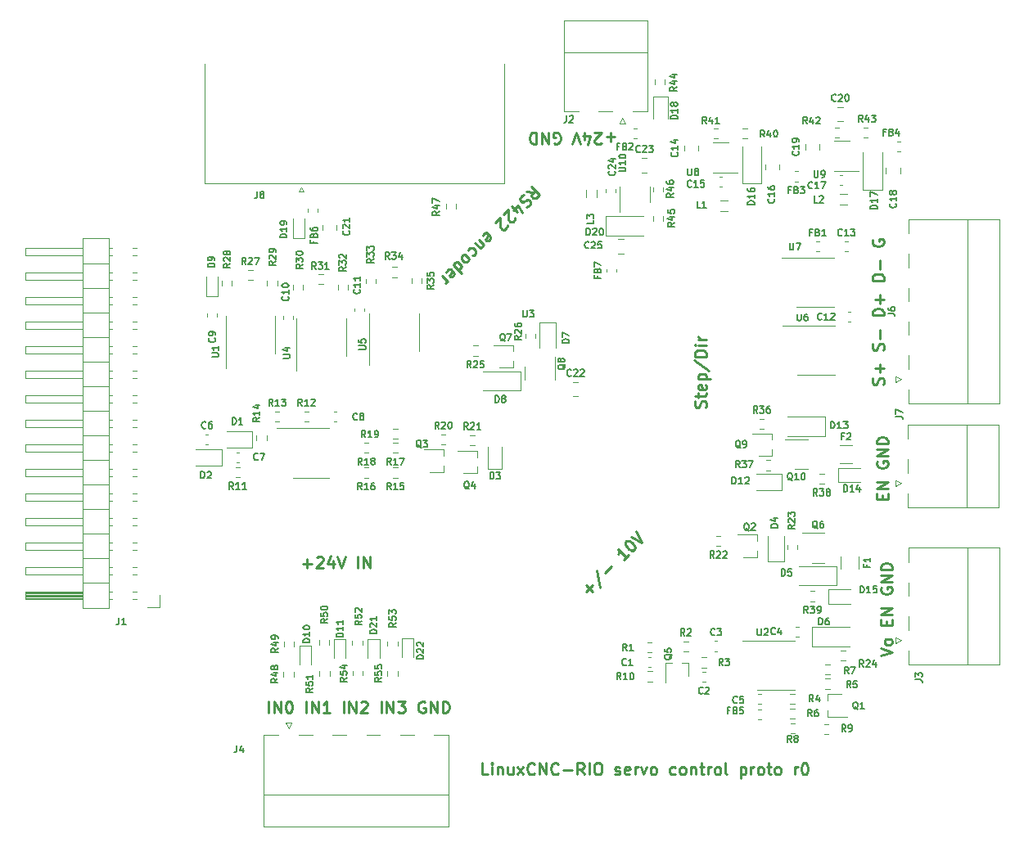
<source format=gto>
G04 #@! TF.GenerationSoftware,KiCad,Pcbnew,7.0.7*
G04 #@! TF.CreationDate,2023-09-07T10:59:33+03:00*
G04 #@! TF.ProjectId,colorlight-cnc-proto,636f6c6f-726c-4696-9768-742d636e632d,rev?*
G04 #@! TF.SameCoordinates,Original*
G04 #@! TF.FileFunction,Legend,Top*
G04 #@! TF.FilePolarity,Positive*
%FSLAX46Y46*%
G04 Gerber Fmt 4.6, Leading zero omitted, Abs format (unit mm)*
G04 Created by KiCad (PCBNEW 7.0.7) date 2023-09-07 10:59:33*
%MOMM*%
%LPD*%
G01*
G04 APERTURE LIST*
%ADD10C,0.250000*%
%ADD11C,0.150000*%
%ADD12C,0.120000*%
G04 APERTURE END LIST*
D10*
X62813000Y-35876955D02*
X62870142Y-35705527D01*
X62870142Y-35705527D02*
X62870142Y-35419812D01*
X62870142Y-35419812D02*
X62813000Y-35305527D01*
X62813000Y-35305527D02*
X62755857Y-35248384D01*
X62755857Y-35248384D02*
X62641571Y-35191241D01*
X62641571Y-35191241D02*
X62527285Y-35191241D01*
X62527285Y-35191241D02*
X62413000Y-35248384D01*
X62413000Y-35248384D02*
X62355857Y-35305527D01*
X62355857Y-35305527D02*
X62298714Y-35419812D01*
X62298714Y-35419812D02*
X62241571Y-35648384D01*
X62241571Y-35648384D02*
X62184428Y-35762669D01*
X62184428Y-35762669D02*
X62127285Y-35819812D01*
X62127285Y-35819812D02*
X62013000Y-35876955D01*
X62013000Y-35876955D02*
X61898714Y-35876955D01*
X61898714Y-35876955D02*
X61784428Y-35819812D01*
X61784428Y-35819812D02*
X61727285Y-35762669D01*
X61727285Y-35762669D02*
X61670142Y-35648384D01*
X61670142Y-35648384D02*
X61670142Y-35362669D01*
X61670142Y-35362669D02*
X61727285Y-35191241D01*
X62070142Y-34848384D02*
X62070142Y-34391241D01*
X61670142Y-34676955D02*
X62698714Y-34676955D01*
X62698714Y-34676955D02*
X62813000Y-34619812D01*
X62813000Y-34619812D02*
X62870142Y-34505527D01*
X62870142Y-34505527D02*
X62870142Y-34391241D01*
X62813000Y-33534098D02*
X62870142Y-33648384D01*
X62870142Y-33648384D02*
X62870142Y-33876956D01*
X62870142Y-33876956D02*
X62813000Y-33991241D01*
X62813000Y-33991241D02*
X62698714Y-34048384D01*
X62698714Y-34048384D02*
X62241571Y-34048384D01*
X62241571Y-34048384D02*
X62127285Y-33991241D01*
X62127285Y-33991241D02*
X62070142Y-33876956D01*
X62070142Y-33876956D02*
X62070142Y-33648384D01*
X62070142Y-33648384D02*
X62127285Y-33534098D01*
X62127285Y-33534098D02*
X62241571Y-33476956D01*
X62241571Y-33476956D02*
X62355857Y-33476956D01*
X62355857Y-33476956D02*
X62470142Y-34048384D01*
X62070142Y-32962670D02*
X63270142Y-32962670D01*
X62127285Y-32962670D02*
X62070142Y-32848385D01*
X62070142Y-32848385D02*
X62070142Y-32619813D01*
X62070142Y-32619813D02*
X62127285Y-32505527D01*
X62127285Y-32505527D02*
X62184428Y-32448385D01*
X62184428Y-32448385D02*
X62298714Y-32391242D01*
X62298714Y-32391242D02*
X62641571Y-32391242D01*
X62641571Y-32391242D02*
X62755857Y-32448385D01*
X62755857Y-32448385D02*
X62813000Y-32505527D01*
X62813000Y-32505527D02*
X62870142Y-32619813D01*
X62870142Y-32619813D02*
X62870142Y-32848385D01*
X62870142Y-32848385D02*
X62813000Y-32962670D01*
X61613000Y-31019813D02*
X63155857Y-32048385D01*
X62870142Y-30619813D02*
X61670142Y-30619813D01*
X61670142Y-30619813D02*
X61670142Y-30334099D01*
X61670142Y-30334099D02*
X61727285Y-30162670D01*
X61727285Y-30162670D02*
X61841571Y-30048385D01*
X61841571Y-30048385D02*
X61955857Y-29991242D01*
X61955857Y-29991242D02*
X62184428Y-29934099D01*
X62184428Y-29934099D02*
X62355857Y-29934099D01*
X62355857Y-29934099D02*
X62584428Y-29991242D01*
X62584428Y-29991242D02*
X62698714Y-30048385D01*
X62698714Y-30048385D02*
X62813000Y-30162670D01*
X62813000Y-30162670D02*
X62870142Y-30334099D01*
X62870142Y-30334099D02*
X62870142Y-30619813D01*
X62870142Y-29419813D02*
X62070142Y-29419813D01*
X61670142Y-29419813D02*
X61727285Y-29476956D01*
X61727285Y-29476956D02*
X61784428Y-29419813D01*
X61784428Y-29419813D02*
X61727285Y-29362670D01*
X61727285Y-29362670D02*
X61670142Y-29419813D01*
X61670142Y-29419813D02*
X61784428Y-29419813D01*
X62870142Y-28848384D02*
X62070142Y-28848384D01*
X62298714Y-28848384D02*
X62184428Y-28791241D01*
X62184428Y-28791241D02*
X62127285Y-28734099D01*
X62127285Y-28734099D02*
X62070142Y-28619813D01*
X62070142Y-28619813D02*
X62070142Y-28505527D01*
X17580187Y-67480142D02*
X17580187Y-66280142D01*
X18151616Y-67480142D02*
X18151616Y-66280142D01*
X18151616Y-66280142D02*
X18837330Y-67480142D01*
X18837330Y-67480142D02*
X18837330Y-66280142D01*
X19637330Y-66280142D02*
X19751616Y-66280142D01*
X19751616Y-66280142D02*
X19865902Y-66337285D01*
X19865902Y-66337285D02*
X19923045Y-66394428D01*
X19923045Y-66394428D02*
X19980187Y-66508714D01*
X19980187Y-66508714D02*
X20037330Y-66737285D01*
X20037330Y-66737285D02*
X20037330Y-67023000D01*
X20037330Y-67023000D02*
X19980187Y-67251571D01*
X19980187Y-67251571D02*
X19923045Y-67365857D01*
X19923045Y-67365857D02*
X19865902Y-67423000D01*
X19865902Y-67423000D02*
X19751616Y-67480142D01*
X19751616Y-67480142D02*
X19637330Y-67480142D01*
X19637330Y-67480142D02*
X19523045Y-67423000D01*
X19523045Y-67423000D02*
X19465902Y-67365857D01*
X19465902Y-67365857D02*
X19408759Y-67251571D01*
X19408759Y-67251571D02*
X19351616Y-67023000D01*
X19351616Y-67023000D02*
X19351616Y-66737285D01*
X19351616Y-66737285D02*
X19408759Y-66508714D01*
X19408759Y-66508714D02*
X19465902Y-66394428D01*
X19465902Y-66394428D02*
X19523045Y-66337285D01*
X19523045Y-66337285D02*
X19637330Y-66280142D01*
X21465902Y-67480142D02*
X21465902Y-66280142D01*
X22037331Y-67480142D02*
X22037331Y-66280142D01*
X22037331Y-66280142D02*
X22723045Y-67480142D01*
X22723045Y-67480142D02*
X22723045Y-66280142D01*
X23923045Y-67480142D02*
X23237331Y-67480142D01*
X23580188Y-67480142D02*
X23580188Y-66280142D01*
X23580188Y-66280142D02*
X23465902Y-66451571D01*
X23465902Y-66451571D02*
X23351617Y-66565857D01*
X23351617Y-66565857D02*
X23237331Y-66623000D01*
X25351617Y-67480142D02*
X25351617Y-66280142D01*
X25923046Y-67480142D02*
X25923046Y-66280142D01*
X25923046Y-66280142D02*
X26608760Y-67480142D01*
X26608760Y-67480142D02*
X26608760Y-66280142D01*
X27123046Y-66394428D02*
X27180189Y-66337285D01*
X27180189Y-66337285D02*
X27294475Y-66280142D01*
X27294475Y-66280142D02*
X27580189Y-66280142D01*
X27580189Y-66280142D02*
X27694475Y-66337285D01*
X27694475Y-66337285D02*
X27751617Y-66394428D01*
X27751617Y-66394428D02*
X27808760Y-66508714D01*
X27808760Y-66508714D02*
X27808760Y-66623000D01*
X27808760Y-66623000D02*
X27751617Y-66794428D01*
X27751617Y-66794428D02*
X27065903Y-67480142D01*
X27065903Y-67480142D02*
X27808760Y-67480142D01*
X29237332Y-67480142D02*
X29237332Y-66280142D01*
X29808761Y-67480142D02*
X29808761Y-66280142D01*
X29808761Y-66280142D02*
X30494475Y-67480142D01*
X30494475Y-67480142D02*
X30494475Y-66280142D01*
X30951618Y-66280142D02*
X31694475Y-66280142D01*
X31694475Y-66280142D02*
X31294475Y-66737285D01*
X31294475Y-66737285D02*
X31465904Y-66737285D01*
X31465904Y-66737285D02*
X31580190Y-66794428D01*
X31580190Y-66794428D02*
X31637332Y-66851571D01*
X31637332Y-66851571D02*
X31694475Y-66965857D01*
X31694475Y-66965857D02*
X31694475Y-67251571D01*
X31694475Y-67251571D02*
X31637332Y-67365857D01*
X31637332Y-67365857D02*
X31580190Y-67423000D01*
X31580190Y-67423000D02*
X31465904Y-67480142D01*
X31465904Y-67480142D02*
X31123047Y-67480142D01*
X31123047Y-67480142D02*
X31008761Y-67423000D01*
X31008761Y-67423000D02*
X30951618Y-67365857D01*
X33751618Y-66337285D02*
X33637333Y-66280142D01*
X33637333Y-66280142D02*
X33465904Y-66280142D01*
X33465904Y-66280142D02*
X33294475Y-66337285D01*
X33294475Y-66337285D02*
X33180190Y-66451571D01*
X33180190Y-66451571D02*
X33123047Y-66565857D01*
X33123047Y-66565857D02*
X33065904Y-66794428D01*
X33065904Y-66794428D02*
X33065904Y-66965857D01*
X33065904Y-66965857D02*
X33123047Y-67194428D01*
X33123047Y-67194428D02*
X33180190Y-67308714D01*
X33180190Y-67308714D02*
X33294475Y-67423000D01*
X33294475Y-67423000D02*
X33465904Y-67480142D01*
X33465904Y-67480142D02*
X33580190Y-67480142D01*
X33580190Y-67480142D02*
X33751618Y-67423000D01*
X33751618Y-67423000D02*
X33808761Y-67365857D01*
X33808761Y-67365857D02*
X33808761Y-66965857D01*
X33808761Y-66965857D02*
X33580190Y-66965857D01*
X34323047Y-67480142D02*
X34323047Y-66280142D01*
X34323047Y-66280142D02*
X35008761Y-67480142D01*
X35008761Y-67480142D02*
X35008761Y-66280142D01*
X35580190Y-67480142D02*
X35580190Y-66280142D01*
X35580190Y-66280142D02*
X35865904Y-66280142D01*
X35865904Y-66280142D02*
X36037333Y-66337285D01*
X36037333Y-66337285D02*
X36151618Y-66451571D01*
X36151618Y-66451571D02*
X36208761Y-66565857D01*
X36208761Y-66565857D02*
X36265904Y-66794428D01*
X36265904Y-66794428D02*
X36265904Y-66965857D01*
X36265904Y-66965857D02*
X36208761Y-67194428D01*
X36208761Y-67194428D02*
X36151618Y-67308714D01*
X36151618Y-67308714D02*
X36037333Y-67423000D01*
X36037333Y-67423000D02*
X35865904Y-67480142D01*
X35865904Y-67480142D02*
X35580190Y-67480142D01*
X44279832Y-13526239D02*
X44966736Y-13647458D01*
X44764705Y-13041366D02*
X45613233Y-13889894D01*
X45613233Y-13889894D02*
X45289984Y-14213143D01*
X45289984Y-14213143D02*
X45168766Y-14253549D01*
X45168766Y-14253549D02*
X45087954Y-14253549D01*
X45087954Y-14253549D02*
X44966736Y-14213143D01*
X44966736Y-14213143D02*
X44845517Y-14091925D01*
X44845517Y-14091925D02*
X44805111Y-13970706D01*
X44805111Y-13970706D02*
X44805111Y-13889894D01*
X44805111Y-13889894D02*
X44845517Y-13768676D01*
X44845517Y-13768676D02*
X45168766Y-13445427D01*
X43996989Y-13889894D02*
X43835365Y-13970706D01*
X43835365Y-13970706D02*
X43633334Y-14172737D01*
X43633334Y-14172737D02*
X43592928Y-14293955D01*
X43592928Y-14293955D02*
X43592928Y-14374767D01*
X43592928Y-14374767D02*
X43633334Y-14495986D01*
X43633334Y-14495986D02*
X43714146Y-14576798D01*
X43714146Y-14576798D02*
X43835365Y-14617204D01*
X43835365Y-14617204D02*
X43916177Y-14617204D01*
X43916177Y-14617204D02*
X44037395Y-14576798D01*
X44037395Y-14576798D02*
X44239426Y-14455580D01*
X44239426Y-14455580D02*
X44360644Y-14415174D01*
X44360644Y-14415174D02*
X44441456Y-14415174D01*
X44441456Y-14415174D02*
X44562675Y-14455580D01*
X44562675Y-14455580D02*
X44643487Y-14536392D01*
X44643487Y-14536392D02*
X44683893Y-14657610D01*
X44683893Y-14657610D02*
X44683893Y-14738422D01*
X44683893Y-14738422D02*
X44643487Y-14859641D01*
X44643487Y-14859641D02*
X44441456Y-15061671D01*
X44441456Y-15061671D02*
X44279832Y-15142483D01*
X43310086Y-15627356D02*
X42744400Y-15061671D01*
X43835365Y-15748575D02*
X43431304Y-14940453D01*
X43431304Y-14940453D02*
X42906025Y-15465732D01*
X43108055Y-16233448D02*
X43108055Y-16314260D01*
X43108055Y-16314260D02*
X43067649Y-16435478D01*
X43067649Y-16435478D02*
X42865619Y-16637509D01*
X42865619Y-16637509D02*
X42744400Y-16677915D01*
X42744400Y-16677915D02*
X42663588Y-16677915D01*
X42663588Y-16677915D02*
X42542370Y-16637509D01*
X42542370Y-16637509D02*
X42461557Y-16556697D01*
X42461557Y-16556697D02*
X42380745Y-16395072D01*
X42380745Y-16395072D02*
X42380745Y-15425326D01*
X42380745Y-15425326D02*
X41855466Y-15950605D01*
X42299933Y-17041570D02*
X42299933Y-17122382D01*
X42299933Y-17122382D02*
X42259527Y-17243600D01*
X42259527Y-17243600D02*
X42057497Y-17445631D01*
X42057497Y-17445631D02*
X41936278Y-17486037D01*
X41936278Y-17486037D02*
X41855466Y-17486037D01*
X41855466Y-17486037D02*
X41734248Y-17445631D01*
X41734248Y-17445631D02*
X41653436Y-17364819D01*
X41653436Y-17364819D02*
X41572623Y-17203194D01*
X41572623Y-17203194D02*
X41572623Y-16233448D01*
X41572623Y-16233448D02*
X41047344Y-16758727D01*
X39754349Y-18132535D02*
X39794755Y-18011316D01*
X39794755Y-18011316D02*
X39956379Y-17849692D01*
X39956379Y-17849692D02*
X40077597Y-17809286D01*
X40077597Y-17809286D02*
X40198816Y-17849692D01*
X40198816Y-17849692D02*
X40522065Y-18172941D01*
X40522065Y-18172941D02*
X40562471Y-18294159D01*
X40562471Y-18294159D02*
X40522065Y-18415377D01*
X40522065Y-18415377D02*
X40360440Y-18577002D01*
X40360440Y-18577002D02*
X40239222Y-18617408D01*
X40239222Y-18617408D02*
X40118004Y-18577002D01*
X40118004Y-18577002D02*
X40037191Y-18496190D01*
X40037191Y-18496190D02*
X40360440Y-18011316D01*
X39875567Y-19061875D02*
X39309882Y-18496189D01*
X39794755Y-18981063D02*
X39794755Y-19061875D01*
X39794755Y-19061875D02*
X39754349Y-19183093D01*
X39754349Y-19183093D02*
X39633131Y-19304311D01*
X39633131Y-19304311D02*
X39511912Y-19344717D01*
X39511912Y-19344717D02*
X39390694Y-19304311D01*
X39390694Y-19304311D02*
X38946227Y-18859844D01*
X38218917Y-19667966D02*
X38259323Y-19546748D01*
X38259323Y-19546748D02*
X38420948Y-19385123D01*
X38420948Y-19385123D02*
X38542166Y-19344717D01*
X38542166Y-19344717D02*
X38622978Y-19344717D01*
X38622978Y-19344717D02*
X38744197Y-19385123D01*
X38744197Y-19385123D02*
X38986633Y-19627560D01*
X38986633Y-19627560D02*
X39027039Y-19748778D01*
X39027039Y-19748778D02*
X39027039Y-19829590D01*
X39027039Y-19829590D02*
X38986633Y-19950809D01*
X38986633Y-19950809D02*
X38825009Y-20112433D01*
X38825009Y-20112433D02*
X38703791Y-20152839D01*
X37693638Y-20112433D02*
X37814857Y-20072027D01*
X37814857Y-20072027D02*
X37895669Y-20072027D01*
X37895669Y-20072027D02*
X38016887Y-20112433D01*
X38016887Y-20112433D02*
X38259324Y-20354869D01*
X38259324Y-20354869D02*
X38299730Y-20476088D01*
X38299730Y-20476088D02*
X38299730Y-20556900D01*
X38299730Y-20556900D02*
X38259324Y-20678118D01*
X38259324Y-20678118D02*
X38138105Y-20799337D01*
X38138105Y-20799337D02*
X38016887Y-20839743D01*
X38016887Y-20839743D02*
X37936075Y-20839743D01*
X37936075Y-20839743D02*
X37814857Y-20799337D01*
X37814857Y-20799337D02*
X37572420Y-20556900D01*
X37572420Y-20556900D02*
X37532014Y-20435682D01*
X37532014Y-20435682D02*
X37532014Y-20354869D01*
X37532014Y-20354869D02*
X37572420Y-20233651D01*
X37572420Y-20233651D02*
X37693638Y-20112433D01*
X36683486Y-21122585D02*
X37532014Y-21971113D01*
X36723892Y-21162991D02*
X36764298Y-21041773D01*
X36764298Y-21041773D02*
X36925923Y-20880149D01*
X36925923Y-20880149D02*
X37047141Y-20839742D01*
X37047141Y-20839742D02*
X37127953Y-20839742D01*
X37127953Y-20839742D02*
X37249171Y-20880149D01*
X37249171Y-20880149D02*
X37491608Y-21122585D01*
X37491608Y-21122585D02*
X37532014Y-21243804D01*
X37532014Y-21243804D02*
X37532014Y-21324616D01*
X37532014Y-21324616D02*
X37491608Y-21445834D01*
X37491608Y-21445834D02*
X37329984Y-21607458D01*
X37329984Y-21607458D02*
X37208765Y-21647865D01*
X35996582Y-21890301D02*
X36036989Y-21769083D01*
X36036989Y-21769083D02*
X36198613Y-21607458D01*
X36198613Y-21607458D02*
X36319831Y-21567052D01*
X36319831Y-21567052D02*
X36441050Y-21607458D01*
X36441050Y-21607458D02*
X36764298Y-21930707D01*
X36764298Y-21930707D02*
X36804704Y-22051925D01*
X36804704Y-22051925D02*
X36764298Y-22173144D01*
X36764298Y-22173144D02*
X36602674Y-22334768D01*
X36602674Y-22334768D02*
X36481456Y-22375174D01*
X36481456Y-22375174D02*
X36360237Y-22334768D01*
X36360237Y-22334768D02*
X36279425Y-22253956D01*
X36279425Y-22253956D02*
X36602674Y-21769083D01*
X35552116Y-22253956D02*
X36117801Y-22819641D01*
X35956177Y-22658017D02*
X35996583Y-22779235D01*
X35996583Y-22779235D02*
X35996583Y-22860047D01*
X35996583Y-22860047D02*
X35956177Y-22981265D01*
X35956177Y-22981265D02*
X35875364Y-23062078D01*
X80910142Y-61581241D02*
X82110142Y-61181241D01*
X82110142Y-61181241D02*
X80910142Y-60781241D01*
X82110142Y-60209813D02*
X82053000Y-60324098D01*
X82053000Y-60324098D02*
X81995857Y-60381241D01*
X81995857Y-60381241D02*
X81881571Y-60438384D01*
X81881571Y-60438384D02*
X81538714Y-60438384D01*
X81538714Y-60438384D02*
X81424428Y-60381241D01*
X81424428Y-60381241D02*
X81367285Y-60324098D01*
X81367285Y-60324098D02*
X81310142Y-60209813D01*
X81310142Y-60209813D02*
X81310142Y-60038384D01*
X81310142Y-60038384D02*
X81367285Y-59924098D01*
X81367285Y-59924098D02*
X81424428Y-59866956D01*
X81424428Y-59866956D02*
X81538714Y-59809813D01*
X81538714Y-59809813D02*
X81881571Y-59809813D01*
X81881571Y-59809813D02*
X81995857Y-59866956D01*
X81995857Y-59866956D02*
X82053000Y-59924098D01*
X82053000Y-59924098D02*
X82110142Y-60038384D01*
X82110142Y-60038384D02*
X82110142Y-60209813D01*
X81481571Y-58381241D02*
X81481571Y-57981241D01*
X82110142Y-57809813D02*
X82110142Y-58381241D01*
X82110142Y-58381241D02*
X80910142Y-58381241D01*
X80910142Y-58381241D02*
X80910142Y-57809813D01*
X82110142Y-57295527D02*
X80910142Y-57295527D01*
X80910142Y-57295527D02*
X82110142Y-56609813D01*
X82110142Y-56609813D02*
X80910142Y-56609813D01*
X80967285Y-54495527D02*
X80910142Y-54609813D01*
X80910142Y-54609813D02*
X80910142Y-54781241D01*
X80910142Y-54781241D02*
X80967285Y-54952670D01*
X80967285Y-54952670D02*
X81081571Y-55066955D01*
X81081571Y-55066955D02*
X81195857Y-55124098D01*
X81195857Y-55124098D02*
X81424428Y-55181241D01*
X81424428Y-55181241D02*
X81595857Y-55181241D01*
X81595857Y-55181241D02*
X81824428Y-55124098D01*
X81824428Y-55124098D02*
X81938714Y-55066955D01*
X81938714Y-55066955D02*
X82053000Y-54952670D01*
X82053000Y-54952670D02*
X82110142Y-54781241D01*
X82110142Y-54781241D02*
X82110142Y-54666955D01*
X82110142Y-54666955D02*
X82053000Y-54495527D01*
X82053000Y-54495527D02*
X81995857Y-54438384D01*
X81995857Y-54438384D02*
X81595857Y-54438384D01*
X81595857Y-54438384D02*
X81595857Y-54666955D01*
X82110142Y-53924098D02*
X80910142Y-53924098D01*
X80910142Y-53924098D02*
X82110142Y-53238384D01*
X82110142Y-53238384D02*
X80910142Y-53238384D01*
X82110142Y-52666955D02*
X80910142Y-52666955D01*
X80910142Y-52666955D02*
X80910142Y-52381241D01*
X80910142Y-52381241D02*
X80967285Y-52209812D01*
X80967285Y-52209812D02*
X81081571Y-52095527D01*
X81081571Y-52095527D02*
X81195857Y-52038384D01*
X81195857Y-52038384D02*
X81424428Y-51981241D01*
X81424428Y-51981241D02*
X81595857Y-51981241D01*
X81595857Y-51981241D02*
X81824428Y-52038384D01*
X81824428Y-52038384D02*
X81938714Y-52095527D01*
X81938714Y-52095527D02*
X82053000Y-52209812D01*
X82053000Y-52209812D02*
X82110142Y-52381241D01*
X82110142Y-52381241D02*
X82110142Y-52666955D01*
X50452045Y-54925384D02*
X51098543Y-54278887D01*
X51098543Y-54925384D02*
X50452045Y-54278887D01*
X51543010Y-52703049D02*
X51906665Y-54521323D01*
X52391538Y-52985891D02*
X53038036Y-52339394D01*
X54856310Y-51167617D02*
X54371437Y-51652490D01*
X54613873Y-51410053D02*
X53765345Y-50561525D01*
X53765345Y-50561525D02*
X53805751Y-50763556D01*
X53805751Y-50763556D02*
X53805751Y-50925180D01*
X53805751Y-50925180D02*
X53765345Y-51046398D01*
X54533061Y-49793809D02*
X54613873Y-49712997D01*
X54613873Y-49712997D02*
X54735092Y-49672591D01*
X54735092Y-49672591D02*
X54815904Y-49672591D01*
X54815904Y-49672591D02*
X54937122Y-49712997D01*
X54937122Y-49712997D02*
X55139153Y-49834216D01*
X55139153Y-49834216D02*
X55341183Y-50036246D01*
X55341183Y-50036246D02*
X55462402Y-50238277D01*
X55462402Y-50238277D02*
X55502808Y-50359495D01*
X55502808Y-50359495D02*
X55502808Y-50440307D01*
X55502808Y-50440307D02*
X55462402Y-50561525D01*
X55462402Y-50561525D02*
X55381589Y-50642338D01*
X55381589Y-50642338D02*
X55260371Y-50682744D01*
X55260371Y-50682744D02*
X55179559Y-50682744D01*
X55179559Y-50682744D02*
X55058340Y-50642338D01*
X55058340Y-50642338D02*
X54856310Y-50521119D01*
X54856310Y-50521119D02*
X54654279Y-50319089D01*
X54654279Y-50319089D02*
X54533061Y-50117058D01*
X54533061Y-50117058D02*
X54492655Y-49995840D01*
X54492655Y-49995840D02*
X54492655Y-49915028D01*
X54492655Y-49915028D02*
X54533061Y-49793809D01*
X55058340Y-49268530D02*
X56189711Y-49834216D01*
X56189711Y-49834216D02*
X55624026Y-48702845D01*
X40291615Y-73850142D02*
X39720187Y-73850142D01*
X39720187Y-73850142D02*
X39720187Y-72650142D01*
X40691616Y-73850142D02*
X40691616Y-73050142D01*
X40691616Y-72650142D02*
X40634473Y-72707285D01*
X40634473Y-72707285D02*
X40691616Y-72764428D01*
X40691616Y-72764428D02*
X40748759Y-72707285D01*
X40748759Y-72707285D02*
X40691616Y-72650142D01*
X40691616Y-72650142D02*
X40691616Y-72764428D01*
X41263045Y-73050142D02*
X41263045Y-73850142D01*
X41263045Y-73164428D02*
X41320188Y-73107285D01*
X41320188Y-73107285D02*
X41434473Y-73050142D01*
X41434473Y-73050142D02*
X41605902Y-73050142D01*
X41605902Y-73050142D02*
X41720188Y-73107285D01*
X41720188Y-73107285D02*
X41777331Y-73221571D01*
X41777331Y-73221571D02*
X41777331Y-73850142D01*
X42863045Y-73050142D02*
X42863045Y-73850142D01*
X42348759Y-73050142D02*
X42348759Y-73678714D01*
X42348759Y-73678714D02*
X42405902Y-73793000D01*
X42405902Y-73793000D02*
X42520187Y-73850142D01*
X42520187Y-73850142D02*
X42691616Y-73850142D01*
X42691616Y-73850142D02*
X42805902Y-73793000D01*
X42805902Y-73793000D02*
X42863045Y-73735857D01*
X43320187Y-73850142D02*
X43948759Y-73050142D01*
X43320187Y-73050142D02*
X43948759Y-73850142D01*
X45091616Y-73735857D02*
X45034473Y-73793000D01*
X45034473Y-73793000D02*
X44863045Y-73850142D01*
X44863045Y-73850142D02*
X44748759Y-73850142D01*
X44748759Y-73850142D02*
X44577330Y-73793000D01*
X44577330Y-73793000D02*
X44463045Y-73678714D01*
X44463045Y-73678714D02*
X44405902Y-73564428D01*
X44405902Y-73564428D02*
X44348759Y-73335857D01*
X44348759Y-73335857D02*
X44348759Y-73164428D01*
X44348759Y-73164428D02*
X44405902Y-72935857D01*
X44405902Y-72935857D02*
X44463045Y-72821571D01*
X44463045Y-72821571D02*
X44577330Y-72707285D01*
X44577330Y-72707285D02*
X44748759Y-72650142D01*
X44748759Y-72650142D02*
X44863045Y-72650142D01*
X44863045Y-72650142D02*
X45034473Y-72707285D01*
X45034473Y-72707285D02*
X45091616Y-72764428D01*
X45605902Y-73850142D02*
X45605902Y-72650142D01*
X45605902Y-72650142D02*
X46291616Y-73850142D01*
X46291616Y-73850142D02*
X46291616Y-72650142D01*
X47548759Y-73735857D02*
X47491616Y-73793000D01*
X47491616Y-73793000D02*
X47320188Y-73850142D01*
X47320188Y-73850142D02*
X47205902Y-73850142D01*
X47205902Y-73850142D02*
X47034473Y-73793000D01*
X47034473Y-73793000D02*
X46920188Y-73678714D01*
X46920188Y-73678714D02*
X46863045Y-73564428D01*
X46863045Y-73564428D02*
X46805902Y-73335857D01*
X46805902Y-73335857D02*
X46805902Y-73164428D01*
X46805902Y-73164428D02*
X46863045Y-72935857D01*
X46863045Y-72935857D02*
X46920188Y-72821571D01*
X46920188Y-72821571D02*
X47034473Y-72707285D01*
X47034473Y-72707285D02*
X47205902Y-72650142D01*
X47205902Y-72650142D02*
X47320188Y-72650142D01*
X47320188Y-72650142D02*
X47491616Y-72707285D01*
X47491616Y-72707285D02*
X47548759Y-72764428D01*
X48063045Y-73393000D02*
X48977331Y-73393000D01*
X50234473Y-73850142D02*
X49834473Y-73278714D01*
X49548759Y-73850142D02*
X49548759Y-72650142D01*
X49548759Y-72650142D02*
X50005902Y-72650142D01*
X50005902Y-72650142D02*
X50120187Y-72707285D01*
X50120187Y-72707285D02*
X50177330Y-72764428D01*
X50177330Y-72764428D02*
X50234473Y-72878714D01*
X50234473Y-72878714D02*
X50234473Y-73050142D01*
X50234473Y-73050142D02*
X50177330Y-73164428D01*
X50177330Y-73164428D02*
X50120187Y-73221571D01*
X50120187Y-73221571D02*
X50005902Y-73278714D01*
X50005902Y-73278714D02*
X49548759Y-73278714D01*
X50748759Y-73850142D02*
X50748759Y-72650142D01*
X51548759Y-72650142D02*
X51777331Y-72650142D01*
X51777331Y-72650142D02*
X51891616Y-72707285D01*
X51891616Y-72707285D02*
X52005902Y-72821571D01*
X52005902Y-72821571D02*
X52063045Y-73050142D01*
X52063045Y-73050142D02*
X52063045Y-73450142D01*
X52063045Y-73450142D02*
X52005902Y-73678714D01*
X52005902Y-73678714D02*
X51891616Y-73793000D01*
X51891616Y-73793000D02*
X51777331Y-73850142D01*
X51777331Y-73850142D02*
X51548759Y-73850142D01*
X51548759Y-73850142D02*
X51434474Y-73793000D01*
X51434474Y-73793000D02*
X51320188Y-73678714D01*
X51320188Y-73678714D02*
X51263045Y-73450142D01*
X51263045Y-73450142D02*
X51263045Y-73050142D01*
X51263045Y-73050142D02*
X51320188Y-72821571D01*
X51320188Y-72821571D02*
X51434474Y-72707285D01*
X51434474Y-72707285D02*
X51548759Y-72650142D01*
X53434474Y-73793000D02*
X53548760Y-73850142D01*
X53548760Y-73850142D02*
X53777331Y-73850142D01*
X53777331Y-73850142D02*
X53891617Y-73793000D01*
X53891617Y-73793000D02*
X53948760Y-73678714D01*
X53948760Y-73678714D02*
X53948760Y-73621571D01*
X53948760Y-73621571D02*
X53891617Y-73507285D01*
X53891617Y-73507285D02*
X53777331Y-73450142D01*
X53777331Y-73450142D02*
X53605903Y-73450142D01*
X53605903Y-73450142D02*
X53491617Y-73393000D01*
X53491617Y-73393000D02*
X53434474Y-73278714D01*
X53434474Y-73278714D02*
X53434474Y-73221571D01*
X53434474Y-73221571D02*
X53491617Y-73107285D01*
X53491617Y-73107285D02*
X53605903Y-73050142D01*
X53605903Y-73050142D02*
X53777331Y-73050142D01*
X53777331Y-73050142D02*
X53891617Y-73107285D01*
X54920189Y-73793000D02*
X54805903Y-73850142D01*
X54805903Y-73850142D02*
X54577332Y-73850142D01*
X54577332Y-73850142D02*
X54463046Y-73793000D01*
X54463046Y-73793000D02*
X54405903Y-73678714D01*
X54405903Y-73678714D02*
X54405903Y-73221571D01*
X54405903Y-73221571D02*
X54463046Y-73107285D01*
X54463046Y-73107285D02*
X54577332Y-73050142D01*
X54577332Y-73050142D02*
X54805903Y-73050142D01*
X54805903Y-73050142D02*
X54920189Y-73107285D01*
X54920189Y-73107285D02*
X54977332Y-73221571D01*
X54977332Y-73221571D02*
X54977332Y-73335857D01*
X54977332Y-73335857D02*
X54405903Y-73450142D01*
X55491617Y-73850142D02*
X55491617Y-73050142D01*
X55491617Y-73278714D02*
X55548760Y-73164428D01*
X55548760Y-73164428D02*
X55605903Y-73107285D01*
X55605903Y-73107285D02*
X55720188Y-73050142D01*
X55720188Y-73050142D02*
X55834474Y-73050142D01*
X56120188Y-73050142D02*
X56405902Y-73850142D01*
X56405902Y-73850142D02*
X56691617Y-73050142D01*
X57320188Y-73850142D02*
X57205903Y-73793000D01*
X57205903Y-73793000D02*
X57148760Y-73735857D01*
X57148760Y-73735857D02*
X57091617Y-73621571D01*
X57091617Y-73621571D02*
X57091617Y-73278714D01*
X57091617Y-73278714D02*
X57148760Y-73164428D01*
X57148760Y-73164428D02*
X57205903Y-73107285D01*
X57205903Y-73107285D02*
X57320188Y-73050142D01*
X57320188Y-73050142D02*
X57491617Y-73050142D01*
X57491617Y-73050142D02*
X57605903Y-73107285D01*
X57605903Y-73107285D02*
X57663046Y-73164428D01*
X57663046Y-73164428D02*
X57720188Y-73278714D01*
X57720188Y-73278714D02*
X57720188Y-73621571D01*
X57720188Y-73621571D02*
X57663046Y-73735857D01*
X57663046Y-73735857D02*
X57605903Y-73793000D01*
X57605903Y-73793000D02*
X57491617Y-73850142D01*
X57491617Y-73850142D02*
X57320188Y-73850142D01*
X59663046Y-73793000D02*
X59548760Y-73850142D01*
X59548760Y-73850142D02*
X59320188Y-73850142D01*
X59320188Y-73850142D02*
X59205903Y-73793000D01*
X59205903Y-73793000D02*
X59148760Y-73735857D01*
X59148760Y-73735857D02*
X59091617Y-73621571D01*
X59091617Y-73621571D02*
X59091617Y-73278714D01*
X59091617Y-73278714D02*
X59148760Y-73164428D01*
X59148760Y-73164428D02*
X59205903Y-73107285D01*
X59205903Y-73107285D02*
X59320188Y-73050142D01*
X59320188Y-73050142D02*
X59548760Y-73050142D01*
X59548760Y-73050142D02*
X59663046Y-73107285D01*
X60348759Y-73850142D02*
X60234474Y-73793000D01*
X60234474Y-73793000D02*
X60177331Y-73735857D01*
X60177331Y-73735857D02*
X60120188Y-73621571D01*
X60120188Y-73621571D02*
X60120188Y-73278714D01*
X60120188Y-73278714D02*
X60177331Y-73164428D01*
X60177331Y-73164428D02*
X60234474Y-73107285D01*
X60234474Y-73107285D02*
X60348759Y-73050142D01*
X60348759Y-73050142D02*
X60520188Y-73050142D01*
X60520188Y-73050142D02*
X60634474Y-73107285D01*
X60634474Y-73107285D02*
X60691617Y-73164428D01*
X60691617Y-73164428D02*
X60748759Y-73278714D01*
X60748759Y-73278714D02*
X60748759Y-73621571D01*
X60748759Y-73621571D02*
X60691617Y-73735857D01*
X60691617Y-73735857D02*
X60634474Y-73793000D01*
X60634474Y-73793000D02*
X60520188Y-73850142D01*
X60520188Y-73850142D02*
X60348759Y-73850142D01*
X61263045Y-73050142D02*
X61263045Y-73850142D01*
X61263045Y-73164428D02*
X61320188Y-73107285D01*
X61320188Y-73107285D02*
X61434473Y-73050142D01*
X61434473Y-73050142D02*
X61605902Y-73050142D01*
X61605902Y-73050142D02*
X61720188Y-73107285D01*
X61720188Y-73107285D02*
X61777331Y-73221571D01*
X61777331Y-73221571D02*
X61777331Y-73850142D01*
X62177330Y-73050142D02*
X62634473Y-73050142D01*
X62348759Y-72650142D02*
X62348759Y-73678714D01*
X62348759Y-73678714D02*
X62405902Y-73793000D01*
X62405902Y-73793000D02*
X62520187Y-73850142D01*
X62520187Y-73850142D02*
X62634473Y-73850142D01*
X63034473Y-73850142D02*
X63034473Y-73050142D01*
X63034473Y-73278714D02*
X63091616Y-73164428D01*
X63091616Y-73164428D02*
X63148759Y-73107285D01*
X63148759Y-73107285D02*
X63263044Y-73050142D01*
X63263044Y-73050142D02*
X63377330Y-73050142D01*
X63948758Y-73850142D02*
X63834473Y-73793000D01*
X63834473Y-73793000D02*
X63777330Y-73735857D01*
X63777330Y-73735857D02*
X63720187Y-73621571D01*
X63720187Y-73621571D02*
X63720187Y-73278714D01*
X63720187Y-73278714D02*
X63777330Y-73164428D01*
X63777330Y-73164428D02*
X63834473Y-73107285D01*
X63834473Y-73107285D02*
X63948758Y-73050142D01*
X63948758Y-73050142D02*
X64120187Y-73050142D01*
X64120187Y-73050142D02*
X64234473Y-73107285D01*
X64234473Y-73107285D02*
X64291616Y-73164428D01*
X64291616Y-73164428D02*
X64348758Y-73278714D01*
X64348758Y-73278714D02*
X64348758Y-73621571D01*
X64348758Y-73621571D02*
X64291616Y-73735857D01*
X64291616Y-73735857D02*
X64234473Y-73793000D01*
X64234473Y-73793000D02*
X64120187Y-73850142D01*
X64120187Y-73850142D02*
X63948758Y-73850142D01*
X65034472Y-73850142D02*
X64920187Y-73793000D01*
X64920187Y-73793000D02*
X64863044Y-73678714D01*
X64863044Y-73678714D02*
X64863044Y-72650142D01*
X66405901Y-73050142D02*
X66405901Y-74250142D01*
X66405901Y-73107285D02*
X66520187Y-73050142D01*
X66520187Y-73050142D02*
X66748758Y-73050142D01*
X66748758Y-73050142D02*
X66863044Y-73107285D01*
X66863044Y-73107285D02*
X66920187Y-73164428D01*
X66920187Y-73164428D02*
X66977329Y-73278714D01*
X66977329Y-73278714D02*
X66977329Y-73621571D01*
X66977329Y-73621571D02*
X66920187Y-73735857D01*
X66920187Y-73735857D02*
X66863044Y-73793000D01*
X66863044Y-73793000D02*
X66748758Y-73850142D01*
X66748758Y-73850142D02*
X66520187Y-73850142D01*
X66520187Y-73850142D02*
X66405901Y-73793000D01*
X67491615Y-73850142D02*
X67491615Y-73050142D01*
X67491615Y-73278714D02*
X67548758Y-73164428D01*
X67548758Y-73164428D02*
X67605901Y-73107285D01*
X67605901Y-73107285D02*
X67720186Y-73050142D01*
X67720186Y-73050142D02*
X67834472Y-73050142D01*
X68405900Y-73850142D02*
X68291615Y-73793000D01*
X68291615Y-73793000D02*
X68234472Y-73735857D01*
X68234472Y-73735857D02*
X68177329Y-73621571D01*
X68177329Y-73621571D02*
X68177329Y-73278714D01*
X68177329Y-73278714D02*
X68234472Y-73164428D01*
X68234472Y-73164428D02*
X68291615Y-73107285D01*
X68291615Y-73107285D02*
X68405900Y-73050142D01*
X68405900Y-73050142D02*
X68577329Y-73050142D01*
X68577329Y-73050142D02*
X68691615Y-73107285D01*
X68691615Y-73107285D02*
X68748758Y-73164428D01*
X68748758Y-73164428D02*
X68805900Y-73278714D01*
X68805900Y-73278714D02*
X68805900Y-73621571D01*
X68805900Y-73621571D02*
X68748758Y-73735857D01*
X68748758Y-73735857D02*
X68691615Y-73793000D01*
X68691615Y-73793000D02*
X68577329Y-73850142D01*
X68577329Y-73850142D02*
X68405900Y-73850142D01*
X69148757Y-73050142D02*
X69605900Y-73050142D01*
X69320186Y-72650142D02*
X69320186Y-73678714D01*
X69320186Y-73678714D02*
X69377329Y-73793000D01*
X69377329Y-73793000D02*
X69491614Y-73850142D01*
X69491614Y-73850142D02*
X69605900Y-73850142D01*
X70177328Y-73850142D02*
X70063043Y-73793000D01*
X70063043Y-73793000D02*
X70005900Y-73735857D01*
X70005900Y-73735857D02*
X69948757Y-73621571D01*
X69948757Y-73621571D02*
X69948757Y-73278714D01*
X69948757Y-73278714D02*
X70005900Y-73164428D01*
X70005900Y-73164428D02*
X70063043Y-73107285D01*
X70063043Y-73107285D02*
X70177328Y-73050142D01*
X70177328Y-73050142D02*
X70348757Y-73050142D01*
X70348757Y-73050142D02*
X70463043Y-73107285D01*
X70463043Y-73107285D02*
X70520186Y-73164428D01*
X70520186Y-73164428D02*
X70577328Y-73278714D01*
X70577328Y-73278714D02*
X70577328Y-73621571D01*
X70577328Y-73621571D02*
X70520186Y-73735857D01*
X70520186Y-73735857D02*
X70463043Y-73793000D01*
X70463043Y-73793000D02*
X70348757Y-73850142D01*
X70348757Y-73850142D02*
X70177328Y-73850142D01*
X72005900Y-73850142D02*
X72005900Y-73050142D01*
X72005900Y-73278714D02*
X72063043Y-73164428D01*
X72063043Y-73164428D02*
X72120186Y-73107285D01*
X72120186Y-73107285D02*
X72234471Y-73050142D01*
X72234471Y-73050142D02*
X72348757Y-73050142D01*
X72977328Y-72650142D02*
X73091614Y-72650142D01*
X73091614Y-72650142D02*
X73205900Y-72707285D01*
X73205900Y-72707285D02*
X73263043Y-72764428D01*
X73263043Y-72764428D02*
X73320185Y-72878714D01*
X73320185Y-72878714D02*
X73377328Y-73107285D01*
X73377328Y-73107285D02*
X73377328Y-73393000D01*
X73377328Y-73393000D02*
X73320185Y-73621571D01*
X73320185Y-73621571D02*
X73263043Y-73735857D01*
X73263043Y-73735857D02*
X73205900Y-73793000D01*
X73205900Y-73793000D02*
X73091614Y-73850142D01*
X73091614Y-73850142D02*
X72977328Y-73850142D01*
X72977328Y-73850142D02*
X72863043Y-73793000D01*
X72863043Y-73793000D02*
X72805900Y-73735857D01*
X72805900Y-73735857D02*
X72748757Y-73621571D01*
X72748757Y-73621571D02*
X72691614Y-73393000D01*
X72691614Y-73393000D02*
X72691614Y-73107285D01*
X72691614Y-73107285D02*
X72748757Y-72878714D01*
X72748757Y-72878714D02*
X72805900Y-72764428D01*
X72805900Y-72764428D02*
X72863043Y-72707285D01*
X72863043Y-72707285D02*
X72977328Y-72650142D01*
X21140187Y-52043000D02*
X22054473Y-52043000D01*
X21597330Y-52500142D02*
X21597330Y-51585857D01*
X22568758Y-51414428D02*
X22625901Y-51357285D01*
X22625901Y-51357285D02*
X22740187Y-51300142D01*
X22740187Y-51300142D02*
X23025901Y-51300142D01*
X23025901Y-51300142D02*
X23140187Y-51357285D01*
X23140187Y-51357285D02*
X23197329Y-51414428D01*
X23197329Y-51414428D02*
X23254472Y-51528714D01*
X23254472Y-51528714D02*
X23254472Y-51643000D01*
X23254472Y-51643000D02*
X23197329Y-51814428D01*
X23197329Y-51814428D02*
X22511615Y-52500142D01*
X22511615Y-52500142D02*
X23254472Y-52500142D01*
X24283044Y-51700142D02*
X24283044Y-52500142D01*
X23997329Y-51243000D02*
X23711615Y-52100142D01*
X23711615Y-52100142D02*
X24454472Y-52100142D01*
X24740186Y-51300142D02*
X25140186Y-52500142D01*
X25140186Y-52500142D02*
X25540186Y-51300142D01*
X26854472Y-52500142D02*
X26854472Y-51300142D01*
X27425901Y-52500142D02*
X27425901Y-51300142D01*
X27425901Y-51300142D02*
X28111615Y-52500142D01*
X28111615Y-52500142D02*
X28111615Y-51300142D01*
X81193000Y-33486955D02*
X81250142Y-33315527D01*
X81250142Y-33315527D02*
X81250142Y-33029812D01*
X81250142Y-33029812D02*
X81193000Y-32915527D01*
X81193000Y-32915527D02*
X81135857Y-32858384D01*
X81135857Y-32858384D02*
X81021571Y-32801241D01*
X81021571Y-32801241D02*
X80907285Y-32801241D01*
X80907285Y-32801241D02*
X80793000Y-32858384D01*
X80793000Y-32858384D02*
X80735857Y-32915527D01*
X80735857Y-32915527D02*
X80678714Y-33029812D01*
X80678714Y-33029812D02*
X80621571Y-33258384D01*
X80621571Y-33258384D02*
X80564428Y-33372669D01*
X80564428Y-33372669D02*
X80507285Y-33429812D01*
X80507285Y-33429812D02*
X80393000Y-33486955D01*
X80393000Y-33486955D02*
X80278714Y-33486955D01*
X80278714Y-33486955D02*
X80164428Y-33429812D01*
X80164428Y-33429812D02*
X80107285Y-33372669D01*
X80107285Y-33372669D02*
X80050142Y-33258384D01*
X80050142Y-33258384D02*
X80050142Y-32972669D01*
X80050142Y-32972669D02*
X80107285Y-32801241D01*
X80793000Y-32286955D02*
X80793000Y-31372670D01*
X81250142Y-31829812D02*
X80335857Y-31829812D01*
X81193000Y-29944098D02*
X81250142Y-29772670D01*
X81250142Y-29772670D02*
X81250142Y-29486955D01*
X81250142Y-29486955D02*
X81193000Y-29372670D01*
X81193000Y-29372670D02*
X81135857Y-29315527D01*
X81135857Y-29315527D02*
X81021571Y-29258384D01*
X81021571Y-29258384D02*
X80907285Y-29258384D01*
X80907285Y-29258384D02*
X80793000Y-29315527D01*
X80793000Y-29315527D02*
X80735857Y-29372670D01*
X80735857Y-29372670D02*
X80678714Y-29486955D01*
X80678714Y-29486955D02*
X80621571Y-29715527D01*
X80621571Y-29715527D02*
X80564428Y-29829812D01*
X80564428Y-29829812D02*
X80507285Y-29886955D01*
X80507285Y-29886955D02*
X80393000Y-29944098D01*
X80393000Y-29944098D02*
X80278714Y-29944098D01*
X80278714Y-29944098D02*
X80164428Y-29886955D01*
X80164428Y-29886955D02*
X80107285Y-29829812D01*
X80107285Y-29829812D02*
X80050142Y-29715527D01*
X80050142Y-29715527D02*
X80050142Y-29429812D01*
X80050142Y-29429812D02*
X80107285Y-29258384D01*
X80793000Y-28744098D02*
X80793000Y-27829813D01*
X81250142Y-26344098D02*
X80050142Y-26344098D01*
X80050142Y-26344098D02*
X80050142Y-26058384D01*
X80050142Y-26058384D02*
X80107285Y-25886955D01*
X80107285Y-25886955D02*
X80221571Y-25772670D01*
X80221571Y-25772670D02*
X80335857Y-25715527D01*
X80335857Y-25715527D02*
X80564428Y-25658384D01*
X80564428Y-25658384D02*
X80735857Y-25658384D01*
X80735857Y-25658384D02*
X80964428Y-25715527D01*
X80964428Y-25715527D02*
X81078714Y-25772670D01*
X81078714Y-25772670D02*
X81193000Y-25886955D01*
X81193000Y-25886955D02*
X81250142Y-26058384D01*
X81250142Y-26058384D02*
X81250142Y-26344098D01*
X80793000Y-25144098D02*
X80793000Y-24229813D01*
X81250142Y-24686955D02*
X80335857Y-24686955D01*
X81250142Y-22744098D02*
X80050142Y-22744098D01*
X80050142Y-22744098D02*
X80050142Y-22458384D01*
X80050142Y-22458384D02*
X80107285Y-22286955D01*
X80107285Y-22286955D02*
X80221571Y-22172670D01*
X80221571Y-22172670D02*
X80335857Y-22115527D01*
X80335857Y-22115527D02*
X80564428Y-22058384D01*
X80564428Y-22058384D02*
X80735857Y-22058384D01*
X80735857Y-22058384D02*
X80964428Y-22115527D01*
X80964428Y-22115527D02*
X81078714Y-22172670D01*
X81078714Y-22172670D02*
X81193000Y-22286955D01*
X81193000Y-22286955D02*
X81250142Y-22458384D01*
X81250142Y-22458384D02*
X81250142Y-22744098D01*
X80793000Y-21544098D02*
X80793000Y-20629813D01*
X80107285Y-18515527D02*
X80050142Y-18629813D01*
X80050142Y-18629813D02*
X80050142Y-18801241D01*
X80050142Y-18801241D02*
X80107285Y-18972670D01*
X80107285Y-18972670D02*
X80221571Y-19086955D01*
X80221571Y-19086955D02*
X80335857Y-19144098D01*
X80335857Y-19144098D02*
X80564428Y-19201241D01*
X80564428Y-19201241D02*
X80735857Y-19201241D01*
X80735857Y-19201241D02*
X80964428Y-19144098D01*
X80964428Y-19144098D02*
X81078714Y-19086955D01*
X81078714Y-19086955D02*
X81193000Y-18972670D01*
X81193000Y-18972670D02*
X81250142Y-18801241D01*
X81250142Y-18801241D02*
X81250142Y-18686955D01*
X81250142Y-18686955D02*
X81193000Y-18515527D01*
X81193000Y-18515527D02*
X81135857Y-18458384D01*
X81135857Y-18458384D02*
X80735857Y-18458384D01*
X80735857Y-18458384D02*
X80735857Y-18686955D01*
X81051571Y-45359812D02*
X81051571Y-44959812D01*
X81680142Y-44788384D02*
X81680142Y-45359812D01*
X81680142Y-45359812D02*
X80480142Y-45359812D01*
X80480142Y-45359812D02*
X80480142Y-44788384D01*
X81680142Y-44274098D02*
X80480142Y-44274098D01*
X80480142Y-44274098D02*
X81680142Y-43588384D01*
X81680142Y-43588384D02*
X80480142Y-43588384D01*
X80537285Y-41474098D02*
X80480142Y-41588384D01*
X80480142Y-41588384D02*
X80480142Y-41759812D01*
X80480142Y-41759812D02*
X80537285Y-41931241D01*
X80537285Y-41931241D02*
X80651571Y-42045526D01*
X80651571Y-42045526D02*
X80765857Y-42102669D01*
X80765857Y-42102669D02*
X80994428Y-42159812D01*
X80994428Y-42159812D02*
X81165857Y-42159812D01*
X81165857Y-42159812D02*
X81394428Y-42102669D01*
X81394428Y-42102669D02*
X81508714Y-42045526D01*
X81508714Y-42045526D02*
X81623000Y-41931241D01*
X81623000Y-41931241D02*
X81680142Y-41759812D01*
X81680142Y-41759812D02*
X81680142Y-41645526D01*
X81680142Y-41645526D02*
X81623000Y-41474098D01*
X81623000Y-41474098D02*
X81565857Y-41416955D01*
X81565857Y-41416955D02*
X81165857Y-41416955D01*
X81165857Y-41416955D02*
X81165857Y-41645526D01*
X81680142Y-40902669D02*
X80480142Y-40902669D01*
X80480142Y-40902669D02*
X81680142Y-40216955D01*
X81680142Y-40216955D02*
X80480142Y-40216955D01*
X81680142Y-39645526D02*
X80480142Y-39645526D01*
X80480142Y-39645526D02*
X80480142Y-39359812D01*
X80480142Y-39359812D02*
X80537285Y-39188383D01*
X80537285Y-39188383D02*
X80651571Y-39074098D01*
X80651571Y-39074098D02*
X80765857Y-39016955D01*
X80765857Y-39016955D02*
X80994428Y-38959812D01*
X80994428Y-38959812D02*
X81165857Y-38959812D01*
X81165857Y-38959812D02*
X81394428Y-39016955D01*
X81394428Y-39016955D02*
X81508714Y-39074098D01*
X81508714Y-39074098D02*
X81623000Y-39188383D01*
X81623000Y-39188383D02*
X81680142Y-39359812D01*
X81680142Y-39359812D02*
X81680142Y-39645526D01*
X53439812Y-7877000D02*
X52525527Y-7877000D01*
X52982669Y-7419857D02*
X52982669Y-8334142D01*
X52011241Y-8505571D02*
X51954098Y-8562714D01*
X51954098Y-8562714D02*
X51839813Y-8619857D01*
X51839813Y-8619857D02*
X51554098Y-8619857D01*
X51554098Y-8619857D02*
X51439813Y-8562714D01*
X51439813Y-8562714D02*
X51382670Y-8505571D01*
X51382670Y-8505571D02*
X51325527Y-8391285D01*
X51325527Y-8391285D02*
X51325527Y-8277000D01*
X51325527Y-8277000D02*
X51382670Y-8105571D01*
X51382670Y-8105571D02*
X52068384Y-7419857D01*
X52068384Y-7419857D02*
X51325527Y-7419857D01*
X50296956Y-8219857D02*
X50296956Y-7419857D01*
X50582670Y-8677000D02*
X50868384Y-7819857D01*
X50868384Y-7819857D02*
X50125527Y-7819857D01*
X49839813Y-8619857D02*
X49439813Y-7419857D01*
X49439813Y-7419857D02*
X49039813Y-8619857D01*
X47096956Y-8562714D02*
X47211242Y-8619857D01*
X47211242Y-8619857D02*
X47382670Y-8619857D01*
X47382670Y-8619857D02*
X47554099Y-8562714D01*
X47554099Y-8562714D02*
X47668384Y-8448428D01*
X47668384Y-8448428D02*
X47725527Y-8334142D01*
X47725527Y-8334142D02*
X47782670Y-8105571D01*
X47782670Y-8105571D02*
X47782670Y-7934142D01*
X47782670Y-7934142D02*
X47725527Y-7705571D01*
X47725527Y-7705571D02*
X47668384Y-7591285D01*
X47668384Y-7591285D02*
X47554099Y-7477000D01*
X47554099Y-7477000D02*
X47382670Y-7419857D01*
X47382670Y-7419857D02*
X47268384Y-7419857D01*
X47268384Y-7419857D02*
X47096956Y-7477000D01*
X47096956Y-7477000D02*
X47039813Y-7534142D01*
X47039813Y-7534142D02*
X47039813Y-7934142D01*
X47039813Y-7934142D02*
X47268384Y-7934142D01*
X46525527Y-7419857D02*
X46525527Y-8619857D01*
X46525527Y-8619857D02*
X45839813Y-7419857D01*
X45839813Y-7419857D02*
X45839813Y-8619857D01*
X45268384Y-7419857D02*
X45268384Y-8619857D01*
X45268384Y-8619857D02*
X44982670Y-8619857D01*
X44982670Y-8619857D02*
X44811241Y-8562714D01*
X44811241Y-8562714D02*
X44696956Y-8448428D01*
X44696956Y-8448428D02*
X44639813Y-8334142D01*
X44639813Y-8334142D02*
X44582670Y-8105571D01*
X44582670Y-8105571D02*
X44582670Y-7934142D01*
X44582670Y-7934142D02*
X44639813Y-7705571D01*
X44639813Y-7705571D02*
X44696956Y-7591285D01*
X44696956Y-7591285D02*
X44811241Y-7477000D01*
X44811241Y-7477000D02*
X44982670Y-7419857D01*
X44982670Y-7419857D02*
X45268384Y-7419857D01*
D11*
X26926033Y-29888333D02*
X27492700Y-29888333D01*
X27492700Y-29888333D02*
X27559366Y-29855000D01*
X27559366Y-29855000D02*
X27592700Y-29821666D01*
X27592700Y-29821666D02*
X27626033Y-29755000D01*
X27626033Y-29755000D02*
X27626033Y-29621666D01*
X27626033Y-29621666D02*
X27592700Y-29555000D01*
X27592700Y-29555000D02*
X27559366Y-29521666D01*
X27559366Y-29521666D02*
X27492700Y-29488333D01*
X27492700Y-29488333D02*
X26926033Y-29488333D01*
X26926033Y-28821667D02*
X26926033Y-29155000D01*
X26926033Y-29155000D02*
X27259366Y-29188333D01*
X27259366Y-29188333D02*
X27226033Y-29155000D01*
X27226033Y-29155000D02*
X27192700Y-29088333D01*
X27192700Y-29088333D02*
X27192700Y-28921667D01*
X27192700Y-28921667D02*
X27226033Y-28855000D01*
X27226033Y-28855000D02*
X27259366Y-28821667D01*
X27259366Y-28821667D02*
X27326033Y-28788333D01*
X27326033Y-28788333D02*
X27492700Y-28788333D01*
X27492700Y-28788333D02*
X27559366Y-28821667D01*
X27559366Y-28821667D02*
X27592700Y-28855000D01*
X27592700Y-28855000D02*
X27626033Y-28921667D01*
X27626033Y-28921667D02*
X27626033Y-29088333D01*
X27626033Y-29088333D02*
X27592700Y-29155000D01*
X27592700Y-29155000D02*
X27559366Y-29188333D01*
X53846667Y-8849366D02*
X53613333Y-8849366D01*
X53613333Y-9216033D02*
X53613333Y-8516033D01*
X53613333Y-8516033D02*
X53946667Y-8516033D01*
X54446667Y-8849366D02*
X54546667Y-8882700D01*
X54546667Y-8882700D02*
X54580000Y-8916033D01*
X54580000Y-8916033D02*
X54613333Y-8982700D01*
X54613333Y-8982700D02*
X54613333Y-9082700D01*
X54613333Y-9082700D02*
X54580000Y-9149366D01*
X54580000Y-9149366D02*
X54546667Y-9182700D01*
X54546667Y-9182700D02*
X54480000Y-9216033D01*
X54480000Y-9216033D02*
X54213333Y-9216033D01*
X54213333Y-9216033D02*
X54213333Y-8516033D01*
X54213333Y-8516033D02*
X54446667Y-8516033D01*
X54446667Y-8516033D02*
X54513333Y-8549366D01*
X54513333Y-8549366D02*
X54546667Y-8582700D01*
X54546667Y-8582700D02*
X54580000Y-8649366D01*
X54580000Y-8649366D02*
X54580000Y-8716033D01*
X54580000Y-8716033D02*
X54546667Y-8782700D01*
X54546667Y-8782700D02*
X54513333Y-8816033D01*
X54513333Y-8816033D02*
X54446667Y-8849366D01*
X54446667Y-8849366D02*
X54213333Y-8849366D01*
X54880000Y-8582700D02*
X54913333Y-8549366D01*
X54913333Y-8549366D02*
X54980000Y-8516033D01*
X54980000Y-8516033D02*
X55146667Y-8516033D01*
X55146667Y-8516033D02*
X55213333Y-8549366D01*
X55213333Y-8549366D02*
X55246667Y-8582700D01*
X55246667Y-8582700D02*
X55280000Y-8649366D01*
X55280000Y-8649366D02*
X55280000Y-8716033D01*
X55280000Y-8716033D02*
X55246667Y-8816033D01*
X55246667Y-8816033D02*
X54846667Y-9216033D01*
X54846667Y-9216033D02*
X55280000Y-9216033D01*
X73814167Y-17754366D02*
X73580833Y-17754366D01*
X73580833Y-18121033D02*
X73580833Y-17421033D01*
X73580833Y-17421033D02*
X73914167Y-17421033D01*
X74414167Y-17754366D02*
X74514167Y-17787700D01*
X74514167Y-17787700D02*
X74547500Y-17821033D01*
X74547500Y-17821033D02*
X74580833Y-17887700D01*
X74580833Y-17887700D02*
X74580833Y-17987700D01*
X74580833Y-17987700D02*
X74547500Y-18054366D01*
X74547500Y-18054366D02*
X74514167Y-18087700D01*
X74514167Y-18087700D02*
X74447500Y-18121033D01*
X74447500Y-18121033D02*
X74180833Y-18121033D01*
X74180833Y-18121033D02*
X74180833Y-17421033D01*
X74180833Y-17421033D02*
X74414167Y-17421033D01*
X74414167Y-17421033D02*
X74480833Y-17454366D01*
X74480833Y-17454366D02*
X74514167Y-17487700D01*
X74514167Y-17487700D02*
X74547500Y-17554366D01*
X74547500Y-17554366D02*
X74547500Y-17621033D01*
X74547500Y-17621033D02*
X74514167Y-17687700D01*
X74514167Y-17687700D02*
X74480833Y-17721033D01*
X74480833Y-17721033D02*
X74414167Y-17754366D01*
X74414167Y-17754366D02*
X74180833Y-17754366D01*
X75247500Y-18121033D02*
X74847500Y-18121033D01*
X75047500Y-18121033D02*
X75047500Y-17421033D01*
X75047500Y-17421033D02*
X74980833Y-17521033D01*
X74980833Y-17521033D02*
X74914167Y-17587700D01*
X74914167Y-17587700D02*
X74847500Y-17621033D01*
X27249999Y-44376033D02*
X27016666Y-44042700D01*
X26849999Y-44376033D02*
X26849999Y-43676033D01*
X26849999Y-43676033D02*
X27116666Y-43676033D01*
X27116666Y-43676033D02*
X27183333Y-43709366D01*
X27183333Y-43709366D02*
X27216666Y-43742700D01*
X27216666Y-43742700D02*
X27249999Y-43809366D01*
X27249999Y-43809366D02*
X27249999Y-43909366D01*
X27249999Y-43909366D02*
X27216666Y-43976033D01*
X27216666Y-43976033D02*
X27183333Y-44009366D01*
X27183333Y-44009366D02*
X27116666Y-44042700D01*
X27116666Y-44042700D02*
X26849999Y-44042700D01*
X27916666Y-44376033D02*
X27516666Y-44376033D01*
X27716666Y-44376033D02*
X27716666Y-43676033D01*
X27716666Y-43676033D02*
X27649999Y-43776033D01*
X27649999Y-43776033D02*
X27583333Y-43842700D01*
X27583333Y-43842700D02*
X27516666Y-43876033D01*
X28516666Y-43676033D02*
X28383333Y-43676033D01*
X28383333Y-43676033D02*
X28316666Y-43709366D01*
X28316666Y-43709366D02*
X28283333Y-43742700D01*
X28283333Y-43742700D02*
X28216666Y-43842700D01*
X28216666Y-43842700D02*
X28183333Y-43976033D01*
X28183333Y-43976033D02*
X28183333Y-44242700D01*
X28183333Y-44242700D02*
X28216666Y-44309366D01*
X28216666Y-44309366D02*
X28250000Y-44342700D01*
X28250000Y-44342700D02*
X28316666Y-44376033D01*
X28316666Y-44376033D02*
X28450000Y-44376033D01*
X28450000Y-44376033D02*
X28516666Y-44342700D01*
X28516666Y-44342700D02*
X28550000Y-44309366D01*
X28550000Y-44309366D02*
X28583333Y-44242700D01*
X28583333Y-44242700D02*
X28583333Y-44076033D01*
X28583333Y-44076033D02*
X28550000Y-44009366D01*
X28550000Y-44009366D02*
X28516666Y-43976033D01*
X28516666Y-43976033D02*
X28450000Y-43942700D01*
X28450000Y-43942700D02*
X28316666Y-43942700D01*
X28316666Y-43942700D02*
X28250000Y-43976033D01*
X28250000Y-43976033D02*
X28216666Y-44009366D01*
X28216666Y-44009366D02*
X28183333Y-44076033D01*
X59307700Y-61426666D02*
X59274366Y-61493333D01*
X59274366Y-61493333D02*
X59207700Y-61560000D01*
X59207700Y-61560000D02*
X59107700Y-61660000D01*
X59107700Y-61660000D02*
X59074366Y-61726666D01*
X59074366Y-61726666D02*
X59074366Y-61793333D01*
X59241033Y-61760000D02*
X59207700Y-61826666D01*
X59207700Y-61826666D02*
X59141033Y-61893333D01*
X59141033Y-61893333D02*
X59007700Y-61926666D01*
X59007700Y-61926666D02*
X58774366Y-61926666D01*
X58774366Y-61926666D02*
X58641033Y-61893333D01*
X58641033Y-61893333D02*
X58574366Y-61826666D01*
X58574366Y-61826666D02*
X58541033Y-61760000D01*
X58541033Y-61760000D02*
X58541033Y-61626666D01*
X58541033Y-61626666D02*
X58574366Y-61560000D01*
X58574366Y-61560000D02*
X58641033Y-61493333D01*
X58641033Y-61493333D02*
X58774366Y-61460000D01*
X58774366Y-61460000D02*
X59007700Y-61460000D01*
X59007700Y-61460000D02*
X59141033Y-61493333D01*
X59141033Y-61493333D02*
X59207700Y-61560000D01*
X59207700Y-61560000D02*
X59241033Y-61626666D01*
X59241033Y-61626666D02*
X59241033Y-61760000D01*
X58541033Y-60826667D02*
X58541033Y-61160000D01*
X58541033Y-61160000D02*
X58874366Y-61193333D01*
X58874366Y-61193333D02*
X58841033Y-61160000D01*
X58841033Y-61160000D02*
X58807700Y-61093333D01*
X58807700Y-61093333D02*
X58807700Y-60926667D01*
X58807700Y-60926667D02*
X58841033Y-60860000D01*
X58841033Y-60860000D02*
X58874366Y-60826667D01*
X58874366Y-60826667D02*
X58941033Y-60793333D01*
X58941033Y-60793333D02*
X59107700Y-60793333D01*
X59107700Y-60793333D02*
X59174366Y-60826667D01*
X59174366Y-60826667D02*
X59207700Y-60860000D01*
X59207700Y-60860000D02*
X59241033Y-60926667D01*
X59241033Y-60926667D02*
X59241033Y-61093333D01*
X59241033Y-61093333D02*
X59207700Y-61160000D01*
X59207700Y-61160000D02*
X59174366Y-61193333D01*
X62887499Y-6531033D02*
X62654166Y-6197700D01*
X62487499Y-6531033D02*
X62487499Y-5831033D01*
X62487499Y-5831033D02*
X62754166Y-5831033D01*
X62754166Y-5831033D02*
X62820833Y-5864366D01*
X62820833Y-5864366D02*
X62854166Y-5897700D01*
X62854166Y-5897700D02*
X62887499Y-5964366D01*
X62887499Y-5964366D02*
X62887499Y-6064366D01*
X62887499Y-6064366D02*
X62854166Y-6131033D01*
X62854166Y-6131033D02*
X62820833Y-6164366D01*
X62820833Y-6164366D02*
X62754166Y-6197700D01*
X62754166Y-6197700D02*
X62487499Y-6197700D01*
X63487499Y-6064366D02*
X63487499Y-6531033D01*
X63320833Y-5797700D02*
X63154166Y-6297700D01*
X63154166Y-6297700D02*
X63587499Y-6297700D01*
X64220833Y-6531033D02*
X63820833Y-6531033D01*
X64020833Y-6531033D02*
X64020833Y-5831033D01*
X64020833Y-5831033D02*
X63954166Y-5931033D01*
X63954166Y-5931033D02*
X63887500Y-5997700D01*
X63887500Y-5997700D02*
X63820833Y-6031033D01*
X68164999Y-36446033D02*
X67931666Y-36112700D01*
X67764999Y-36446033D02*
X67764999Y-35746033D01*
X67764999Y-35746033D02*
X68031666Y-35746033D01*
X68031666Y-35746033D02*
X68098333Y-35779366D01*
X68098333Y-35779366D02*
X68131666Y-35812700D01*
X68131666Y-35812700D02*
X68164999Y-35879366D01*
X68164999Y-35879366D02*
X68164999Y-35979366D01*
X68164999Y-35979366D02*
X68131666Y-36046033D01*
X68131666Y-36046033D02*
X68098333Y-36079366D01*
X68098333Y-36079366D02*
X68031666Y-36112700D01*
X68031666Y-36112700D02*
X67764999Y-36112700D01*
X68398333Y-35746033D02*
X68831666Y-35746033D01*
X68831666Y-35746033D02*
X68598333Y-36012700D01*
X68598333Y-36012700D02*
X68698333Y-36012700D01*
X68698333Y-36012700D02*
X68764999Y-36046033D01*
X68764999Y-36046033D02*
X68798333Y-36079366D01*
X68798333Y-36079366D02*
X68831666Y-36146033D01*
X68831666Y-36146033D02*
X68831666Y-36312700D01*
X68831666Y-36312700D02*
X68798333Y-36379366D01*
X68798333Y-36379366D02*
X68764999Y-36412700D01*
X68764999Y-36412700D02*
X68698333Y-36446033D01*
X68698333Y-36446033D02*
X68498333Y-36446033D01*
X68498333Y-36446033D02*
X68431666Y-36412700D01*
X68431666Y-36412700D02*
X68398333Y-36379366D01*
X69431666Y-35746033D02*
X69298333Y-35746033D01*
X69298333Y-35746033D02*
X69231666Y-35779366D01*
X69231666Y-35779366D02*
X69198333Y-35812700D01*
X69198333Y-35812700D02*
X69131666Y-35912700D01*
X69131666Y-35912700D02*
X69098333Y-36046033D01*
X69098333Y-36046033D02*
X69098333Y-36312700D01*
X69098333Y-36312700D02*
X69131666Y-36379366D01*
X69131666Y-36379366D02*
X69165000Y-36412700D01*
X69165000Y-36412700D02*
X69231666Y-36446033D01*
X69231666Y-36446033D02*
X69365000Y-36446033D01*
X69365000Y-36446033D02*
X69431666Y-36412700D01*
X69431666Y-36412700D02*
X69465000Y-36379366D01*
X69465000Y-36379366D02*
X69498333Y-36312700D01*
X69498333Y-36312700D02*
X69498333Y-36146033D01*
X69498333Y-36146033D02*
X69465000Y-36079366D01*
X69465000Y-36079366D02*
X69431666Y-36046033D01*
X69431666Y-36046033D02*
X69365000Y-36012700D01*
X69365000Y-36012700D02*
X69231666Y-36012700D01*
X69231666Y-36012700D02*
X69165000Y-36046033D01*
X69165000Y-36046033D02*
X69131666Y-36079366D01*
X69131666Y-36079366D02*
X69098333Y-36146033D01*
X77298333Y-69386033D02*
X77065000Y-69052700D01*
X76898333Y-69386033D02*
X76898333Y-68686033D01*
X76898333Y-68686033D02*
X77165000Y-68686033D01*
X77165000Y-68686033D02*
X77231667Y-68719366D01*
X77231667Y-68719366D02*
X77265000Y-68752700D01*
X77265000Y-68752700D02*
X77298333Y-68819366D01*
X77298333Y-68819366D02*
X77298333Y-68919366D01*
X77298333Y-68919366D02*
X77265000Y-68986033D01*
X77265000Y-68986033D02*
X77231667Y-69019366D01*
X77231667Y-69019366D02*
X77165000Y-69052700D01*
X77165000Y-69052700D02*
X76898333Y-69052700D01*
X77631667Y-69386033D02*
X77765000Y-69386033D01*
X77765000Y-69386033D02*
X77831667Y-69352700D01*
X77831667Y-69352700D02*
X77865000Y-69319366D01*
X77865000Y-69319366D02*
X77931667Y-69219366D01*
X77931667Y-69219366D02*
X77965000Y-69086033D01*
X77965000Y-69086033D02*
X77965000Y-68819366D01*
X77965000Y-68819366D02*
X77931667Y-68752700D01*
X77931667Y-68752700D02*
X77898333Y-68719366D01*
X77898333Y-68719366D02*
X77831667Y-68686033D01*
X77831667Y-68686033D02*
X77698333Y-68686033D01*
X77698333Y-68686033D02*
X77631667Y-68719366D01*
X77631667Y-68719366D02*
X77598333Y-68752700D01*
X77598333Y-68752700D02*
X77565000Y-68819366D01*
X77565000Y-68819366D02*
X77565000Y-68986033D01*
X77565000Y-68986033D02*
X77598333Y-69052700D01*
X77598333Y-69052700D02*
X77631667Y-69086033D01*
X77631667Y-69086033D02*
X77698333Y-69119366D01*
X77698333Y-69119366D02*
X77831667Y-69119366D01*
X77831667Y-69119366D02*
X77898333Y-69086033D01*
X77898333Y-69086033D02*
X77931667Y-69052700D01*
X77931667Y-69052700D02*
X77965000Y-68986033D01*
X54648333Y-61036033D02*
X54415000Y-60702700D01*
X54248333Y-61036033D02*
X54248333Y-60336033D01*
X54248333Y-60336033D02*
X54515000Y-60336033D01*
X54515000Y-60336033D02*
X54581667Y-60369366D01*
X54581667Y-60369366D02*
X54615000Y-60402700D01*
X54615000Y-60402700D02*
X54648333Y-60469366D01*
X54648333Y-60469366D02*
X54648333Y-60569366D01*
X54648333Y-60569366D02*
X54615000Y-60636033D01*
X54615000Y-60636033D02*
X54581667Y-60669366D01*
X54581667Y-60669366D02*
X54515000Y-60702700D01*
X54515000Y-60702700D02*
X54248333Y-60702700D01*
X55315000Y-61036033D02*
X54915000Y-61036033D01*
X55115000Y-61036033D02*
X55115000Y-60336033D01*
X55115000Y-60336033D02*
X55048333Y-60436033D01*
X55048333Y-60436033D02*
X54981667Y-60502700D01*
X54981667Y-60502700D02*
X54915000Y-60536033D01*
X22504999Y-21541033D02*
X22271666Y-21207700D01*
X22104999Y-21541033D02*
X22104999Y-20841033D01*
X22104999Y-20841033D02*
X22371666Y-20841033D01*
X22371666Y-20841033D02*
X22438333Y-20874366D01*
X22438333Y-20874366D02*
X22471666Y-20907700D01*
X22471666Y-20907700D02*
X22504999Y-20974366D01*
X22504999Y-20974366D02*
X22504999Y-21074366D01*
X22504999Y-21074366D02*
X22471666Y-21141033D01*
X22471666Y-21141033D02*
X22438333Y-21174366D01*
X22438333Y-21174366D02*
X22371666Y-21207700D01*
X22371666Y-21207700D02*
X22104999Y-21207700D01*
X22738333Y-20841033D02*
X23171666Y-20841033D01*
X23171666Y-20841033D02*
X22938333Y-21107700D01*
X22938333Y-21107700D02*
X23038333Y-21107700D01*
X23038333Y-21107700D02*
X23104999Y-21141033D01*
X23104999Y-21141033D02*
X23138333Y-21174366D01*
X23138333Y-21174366D02*
X23171666Y-21241033D01*
X23171666Y-21241033D02*
X23171666Y-21407700D01*
X23171666Y-21407700D02*
X23138333Y-21474366D01*
X23138333Y-21474366D02*
X23104999Y-21507700D01*
X23104999Y-21507700D02*
X23038333Y-21541033D01*
X23038333Y-21541033D02*
X22838333Y-21541033D01*
X22838333Y-21541033D02*
X22771666Y-21507700D01*
X22771666Y-21507700D02*
X22738333Y-21474366D01*
X23838333Y-21541033D02*
X23438333Y-21541033D01*
X23638333Y-21541033D02*
X23638333Y-20841033D01*
X23638333Y-20841033D02*
X23571666Y-20941033D01*
X23571666Y-20941033D02*
X23505000Y-21007700D01*
X23505000Y-21007700D02*
X23438333Y-21041033D01*
X72286666Y-26196033D02*
X72286666Y-26762700D01*
X72286666Y-26762700D02*
X72320000Y-26829366D01*
X72320000Y-26829366D02*
X72353333Y-26862700D01*
X72353333Y-26862700D02*
X72420000Y-26896033D01*
X72420000Y-26896033D02*
X72553333Y-26896033D01*
X72553333Y-26896033D02*
X72620000Y-26862700D01*
X72620000Y-26862700D02*
X72653333Y-26829366D01*
X72653333Y-26829366D02*
X72686666Y-26762700D01*
X72686666Y-26762700D02*
X72686666Y-26196033D01*
X73319999Y-26196033D02*
X73186666Y-26196033D01*
X73186666Y-26196033D02*
X73119999Y-26229366D01*
X73119999Y-26229366D02*
X73086666Y-26262700D01*
X73086666Y-26262700D02*
X73019999Y-26362700D01*
X73019999Y-26362700D02*
X72986666Y-26496033D01*
X72986666Y-26496033D02*
X72986666Y-26762700D01*
X72986666Y-26762700D02*
X73019999Y-26829366D01*
X73019999Y-26829366D02*
X73053333Y-26862700D01*
X73053333Y-26862700D02*
X73119999Y-26896033D01*
X73119999Y-26896033D02*
X73253333Y-26896033D01*
X73253333Y-26896033D02*
X73319999Y-26862700D01*
X73319999Y-26862700D02*
X73353333Y-26829366D01*
X73353333Y-26829366D02*
X73386666Y-26762700D01*
X73386666Y-26762700D02*
X73386666Y-26596033D01*
X73386666Y-26596033D02*
X73353333Y-26529366D01*
X73353333Y-26529366D02*
X73319999Y-26496033D01*
X73319999Y-26496033D02*
X73253333Y-26462700D01*
X73253333Y-26462700D02*
X73119999Y-26462700D01*
X73119999Y-26462700D02*
X73053333Y-26496033D01*
X73053333Y-26496033D02*
X73019999Y-26529366D01*
X73019999Y-26529366D02*
X72986666Y-26596033D01*
X75762499Y-38046033D02*
X75762499Y-37346033D01*
X75762499Y-37346033D02*
X75929166Y-37346033D01*
X75929166Y-37346033D02*
X76029166Y-37379366D01*
X76029166Y-37379366D02*
X76095833Y-37446033D01*
X76095833Y-37446033D02*
X76129166Y-37512700D01*
X76129166Y-37512700D02*
X76162499Y-37646033D01*
X76162499Y-37646033D02*
X76162499Y-37746033D01*
X76162499Y-37746033D02*
X76129166Y-37879366D01*
X76129166Y-37879366D02*
X76095833Y-37946033D01*
X76095833Y-37946033D02*
X76029166Y-38012700D01*
X76029166Y-38012700D02*
X75929166Y-38046033D01*
X75929166Y-38046033D02*
X75762499Y-38046033D01*
X76829166Y-38046033D02*
X76429166Y-38046033D01*
X76629166Y-38046033D02*
X76629166Y-37346033D01*
X76629166Y-37346033D02*
X76562499Y-37446033D01*
X76562499Y-37446033D02*
X76495833Y-37512700D01*
X76495833Y-37512700D02*
X76429166Y-37546033D01*
X77062500Y-37346033D02*
X77495833Y-37346033D01*
X77495833Y-37346033D02*
X77262500Y-37612700D01*
X77262500Y-37612700D02*
X77362500Y-37612700D01*
X77362500Y-37612700D02*
X77429166Y-37646033D01*
X77429166Y-37646033D02*
X77462500Y-37679366D01*
X77462500Y-37679366D02*
X77495833Y-37746033D01*
X77495833Y-37746033D02*
X77495833Y-37912700D01*
X77495833Y-37912700D02*
X77462500Y-37979366D01*
X77462500Y-37979366D02*
X77429166Y-38012700D01*
X77429166Y-38012700D02*
X77362500Y-38046033D01*
X77362500Y-38046033D02*
X77162500Y-38046033D01*
X77162500Y-38046033D02*
X77095833Y-38012700D01*
X77095833Y-38012700D02*
X77062500Y-37979366D01*
X61337499Y-13009366D02*
X61304166Y-13042700D01*
X61304166Y-13042700D02*
X61204166Y-13076033D01*
X61204166Y-13076033D02*
X61137499Y-13076033D01*
X61137499Y-13076033D02*
X61037499Y-13042700D01*
X61037499Y-13042700D02*
X60970833Y-12976033D01*
X60970833Y-12976033D02*
X60937499Y-12909366D01*
X60937499Y-12909366D02*
X60904166Y-12776033D01*
X60904166Y-12776033D02*
X60904166Y-12676033D01*
X60904166Y-12676033D02*
X60937499Y-12542700D01*
X60937499Y-12542700D02*
X60970833Y-12476033D01*
X60970833Y-12476033D02*
X61037499Y-12409366D01*
X61037499Y-12409366D02*
X61137499Y-12376033D01*
X61137499Y-12376033D02*
X61204166Y-12376033D01*
X61204166Y-12376033D02*
X61304166Y-12409366D01*
X61304166Y-12409366D02*
X61337499Y-12442700D01*
X62004166Y-13076033D02*
X61604166Y-13076033D01*
X61804166Y-13076033D02*
X61804166Y-12376033D01*
X61804166Y-12376033D02*
X61737499Y-12476033D01*
X61737499Y-12476033D02*
X61670833Y-12542700D01*
X61670833Y-12542700D02*
X61604166Y-12576033D01*
X62637500Y-12376033D02*
X62304166Y-12376033D01*
X62304166Y-12376033D02*
X62270833Y-12709366D01*
X62270833Y-12709366D02*
X62304166Y-12676033D01*
X62304166Y-12676033D02*
X62370833Y-12642700D01*
X62370833Y-12642700D02*
X62537500Y-12642700D01*
X62537500Y-12642700D02*
X62604166Y-12676033D01*
X62604166Y-12676033D02*
X62637500Y-12709366D01*
X62637500Y-12709366D02*
X62670833Y-12776033D01*
X62670833Y-12776033D02*
X62670833Y-12942700D01*
X62670833Y-12942700D02*
X62637500Y-13009366D01*
X62637500Y-13009366D02*
X62604166Y-13042700D01*
X62604166Y-13042700D02*
X62537500Y-13076033D01*
X62537500Y-13076033D02*
X62370833Y-13076033D01*
X62370833Y-13076033D02*
X62304166Y-13042700D01*
X62304166Y-13042700D02*
X62270833Y-13009366D01*
X23706033Y-57765000D02*
X23372700Y-57998333D01*
X23706033Y-58165000D02*
X23006033Y-58165000D01*
X23006033Y-58165000D02*
X23006033Y-57898333D01*
X23006033Y-57898333D02*
X23039366Y-57831667D01*
X23039366Y-57831667D02*
X23072700Y-57798333D01*
X23072700Y-57798333D02*
X23139366Y-57765000D01*
X23139366Y-57765000D02*
X23239366Y-57765000D01*
X23239366Y-57765000D02*
X23306033Y-57798333D01*
X23306033Y-57798333D02*
X23339366Y-57831667D01*
X23339366Y-57831667D02*
X23372700Y-57898333D01*
X23372700Y-57898333D02*
X23372700Y-58165000D01*
X23006033Y-57131667D02*
X23006033Y-57465000D01*
X23006033Y-57465000D02*
X23339366Y-57498333D01*
X23339366Y-57498333D02*
X23306033Y-57465000D01*
X23306033Y-57465000D02*
X23272700Y-57398333D01*
X23272700Y-57398333D02*
X23272700Y-57231667D01*
X23272700Y-57231667D02*
X23306033Y-57165000D01*
X23306033Y-57165000D02*
X23339366Y-57131667D01*
X23339366Y-57131667D02*
X23406033Y-57098333D01*
X23406033Y-57098333D02*
X23572700Y-57098333D01*
X23572700Y-57098333D02*
X23639366Y-57131667D01*
X23639366Y-57131667D02*
X23672700Y-57165000D01*
X23672700Y-57165000D02*
X23706033Y-57231667D01*
X23706033Y-57231667D02*
X23706033Y-57398333D01*
X23706033Y-57398333D02*
X23672700Y-57465000D01*
X23672700Y-57465000D02*
X23639366Y-57498333D01*
X23006033Y-56665000D02*
X23006033Y-56598333D01*
X23006033Y-56598333D02*
X23039366Y-56531666D01*
X23039366Y-56531666D02*
X23072700Y-56498333D01*
X23072700Y-56498333D02*
X23139366Y-56465000D01*
X23139366Y-56465000D02*
X23272700Y-56431666D01*
X23272700Y-56431666D02*
X23439366Y-56431666D01*
X23439366Y-56431666D02*
X23572700Y-56465000D01*
X23572700Y-56465000D02*
X23639366Y-56498333D01*
X23639366Y-56498333D02*
X23672700Y-56531666D01*
X23672700Y-56531666D02*
X23706033Y-56598333D01*
X23706033Y-56598333D02*
X23706033Y-56665000D01*
X23706033Y-56665000D02*
X23672700Y-56731666D01*
X23672700Y-56731666D02*
X23639366Y-56765000D01*
X23639366Y-56765000D02*
X23572700Y-56798333D01*
X23572700Y-56798333D02*
X23439366Y-56831666D01*
X23439366Y-56831666D02*
X23272700Y-56831666D01*
X23272700Y-56831666D02*
X23139366Y-56798333D01*
X23139366Y-56798333D02*
X23072700Y-56765000D01*
X23072700Y-56765000D02*
X23039366Y-56731666D01*
X23039366Y-56731666D02*
X23006033Y-56665000D01*
X16483333Y-41239366D02*
X16450000Y-41272700D01*
X16450000Y-41272700D02*
X16350000Y-41306033D01*
X16350000Y-41306033D02*
X16283333Y-41306033D01*
X16283333Y-41306033D02*
X16183333Y-41272700D01*
X16183333Y-41272700D02*
X16116667Y-41206033D01*
X16116667Y-41206033D02*
X16083333Y-41139366D01*
X16083333Y-41139366D02*
X16050000Y-41006033D01*
X16050000Y-41006033D02*
X16050000Y-40906033D01*
X16050000Y-40906033D02*
X16083333Y-40772700D01*
X16083333Y-40772700D02*
X16116667Y-40706033D01*
X16116667Y-40706033D02*
X16183333Y-40639366D01*
X16183333Y-40639366D02*
X16283333Y-40606033D01*
X16283333Y-40606033D02*
X16350000Y-40606033D01*
X16350000Y-40606033D02*
X16450000Y-40639366D01*
X16450000Y-40639366D02*
X16483333Y-40672700D01*
X16716667Y-40606033D02*
X17183333Y-40606033D01*
X17183333Y-40606033D02*
X16883333Y-41306033D01*
X48894999Y-32564366D02*
X48861666Y-32597700D01*
X48861666Y-32597700D02*
X48761666Y-32631033D01*
X48761666Y-32631033D02*
X48694999Y-32631033D01*
X48694999Y-32631033D02*
X48594999Y-32597700D01*
X48594999Y-32597700D02*
X48528333Y-32531033D01*
X48528333Y-32531033D02*
X48494999Y-32464366D01*
X48494999Y-32464366D02*
X48461666Y-32331033D01*
X48461666Y-32331033D02*
X48461666Y-32231033D01*
X48461666Y-32231033D02*
X48494999Y-32097700D01*
X48494999Y-32097700D02*
X48528333Y-32031033D01*
X48528333Y-32031033D02*
X48594999Y-31964366D01*
X48594999Y-31964366D02*
X48694999Y-31931033D01*
X48694999Y-31931033D02*
X48761666Y-31931033D01*
X48761666Y-31931033D02*
X48861666Y-31964366D01*
X48861666Y-31964366D02*
X48894999Y-31997700D01*
X49161666Y-31997700D02*
X49194999Y-31964366D01*
X49194999Y-31964366D02*
X49261666Y-31931033D01*
X49261666Y-31931033D02*
X49428333Y-31931033D01*
X49428333Y-31931033D02*
X49494999Y-31964366D01*
X49494999Y-31964366D02*
X49528333Y-31997700D01*
X49528333Y-31997700D02*
X49561666Y-32064366D01*
X49561666Y-32064366D02*
X49561666Y-32131033D01*
X49561666Y-32131033D02*
X49528333Y-32231033D01*
X49528333Y-32231033D02*
X49128333Y-32631033D01*
X49128333Y-32631033D02*
X49561666Y-32631033D01*
X49828333Y-31997700D02*
X49861666Y-31964366D01*
X49861666Y-31964366D02*
X49928333Y-31931033D01*
X49928333Y-31931033D02*
X50095000Y-31931033D01*
X50095000Y-31931033D02*
X50161666Y-31964366D01*
X50161666Y-31964366D02*
X50195000Y-31997700D01*
X50195000Y-31997700D02*
X50228333Y-32064366D01*
X50228333Y-32064366D02*
X50228333Y-32131033D01*
X50228333Y-32131033D02*
X50195000Y-32231033D01*
X50195000Y-32231033D02*
X49795000Y-32631033D01*
X49795000Y-32631033D02*
X50228333Y-32631033D01*
X73397499Y-57156033D02*
X73164166Y-56822700D01*
X72997499Y-57156033D02*
X72997499Y-56456033D01*
X72997499Y-56456033D02*
X73264166Y-56456033D01*
X73264166Y-56456033D02*
X73330833Y-56489366D01*
X73330833Y-56489366D02*
X73364166Y-56522700D01*
X73364166Y-56522700D02*
X73397499Y-56589366D01*
X73397499Y-56589366D02*
X73397499Y-56689366D01*
X73397499Y-56689366D02*
X73364166Y-56756033D01*
X73364166Y-56756033D02*
X73330833Y-56789366D01*
X73330833Y-56789366D02*
X73264166Y-56822700D01*
X73264166Y-56822700D02*
X72997499Y-56822700D01*
X73630833Y-56456033D02*
X74064166Y-56456033D01*
X74064166Y-56456033D02*
X73830833Y-56722700D01*
X73830833Y-56722700D02*
X73930833Y-56722700D01*
X73930833Y-56722700D02*
X73997499Y-56756033D01*
X73997499Y-56756033D02*
X74030833Y-56789366D01*
X74030833Y-56789366D02*
X74064166Y-56856033D01*
X74064166Y-56856033D02*
X74064166Y-57022700D01*
X74064166Y-57022700D02*
X74030833Y-57089366D01*
X74030833Y-57089366D02*
X73997499Y-57122700D01*
X73997499Y-57122700D02*
X73930833Y-57156033D01*
X73930833Y-57156033D02*
X73730833Y-57156033D01*
X73730833Y-57156033D02*
X73664166Y-57122700D01*
X73664166Y-57122700D02*
X73630833Y-57089366D01*
X74397500Y-57156033D02*
X74530833Y-57156033D01*
X74530833Y-57156033D02*
X74597500Y-57122700D01*
X74597500Y-57122700D02*
X74630833Y-57089366D01*
X74630833Y-57089366D02*
X74697500Y-56989366D01*
X74697500Y-56989366D02*
X74730833Y-56856033D01*
X74730833Y-56856033D02*
X74730833Y-56589366D01*
X74730833Y-56589366D02*
X74697500Y-56522700D01*
X74697500Y-56522700D02*
X74664166Y-56489366D01*
X74664166Y-56489366D02*
X74597500Y-56456033D01*
X74597500Y-56456033D02*
X74464166Y-56456033D01*
X74464166Y-56456033D02*
X74397500Y-56489366D01*
X74397500Y-56489366D02*
X74364166Y-56522700D01*
X74364166Y-56522700D02*
X74330833Y-56589366D01*
X74330833Y-56589366D02*
X74330833Y-56756033D01*
X74330833Y-56756033D02*
X74364166Y-56822700D01*
X74364166Y-56822700D02*
X74397500Y-56856033D01*
X74397500Y-56856033D02*
X74464166Y-56889366D01*
X74464166Y-56889366D02*
X74597500Y-56889366D01*
X74597500Y-56889366D02*
X74664166Y-56856033D01*
X74664166Y-56856033D02*
X74697500Y-56822700D01*
X74697500Y-56822700D02*
X74730833Y-56756033D01*
X19614366Y-24390000D02*
X19647700Y-24423333D01*
X19647700Y-24423333D02*
X19681033Y-24523333D01*
X19681033Y-24523333D02*
X19681033Y-24590000D01*
X19681033Y-24590000D02*
X19647700Y-24690000D01*
X19647700Y-24690000D02*
X19581033Y-24756667D01*
X19581033Y-24756667D02*
X19514366Y-24790000D01*
X19514366Y-24790000D02*
X19381033Y-24823333D01*
X19381033Y-24823333D02*
X19281033Y-24823333D01*
X19281033Y-24823333D02*
X19147700Y-24790000D01*
X19147700Y-24790000D02*
X19081033Y-24756667D01*
X19081033Y-24756667D02*
X19014366Y-24690000D01*
X19014366Y-24690000D02*
X18981033Y-24590000D01*
X18981033Y-24590000D02*
X18981033Y-24523333D01*
X18981033Y-24523333D02*
X19014366Y-24423333D01*
X19014366Y-24423333D02*
X19047700Y-24390000D01*
X19681033Y-23723333D02*
X19681033Y-24123333D01*
X19681033Y-23923333D02*
X18981033Y-23923333D01*
X18981033Y-23923333D02*
X19081033Y-23990000D01*
X19081033Y-23990000D02*
X19147700Y-24056667D01*
X19147700Y-24056667D02*
X19181033Y-24123333D01*
X18981033Y-23290000D02*
X18981033Y-23223333D01*
X18981033Y-23223333D02*
X19014366Y-23156666D01*
X19014366Y-23156666D02*
X19047700Y-23123333D01*
X19047700Y-23123333D02*
X19114366Y-23090000D01*
X19114366Y-23090000D02*
X19247700Y-23056666D01*
X19247700Y-23056666D02*
X19414366Y-23056666D01*
X19414366Y-23056666D02*
X19547700Y-23090000D01*
X19547700Y-23090000D02*
X19614366Y-23123333D01*
X19614366Y-23123333D02*
X19647700Y-23156666D01*
X19647700Y-23156666D02*
X19681033Y-23223333D01*
X19681033Y-23223333D02*
X19681033Y-23290000D01*
X19681033Y-23290000D02*
X19647700Y-23356666D01*
X19647700Y-23356666D02*
X19614366Y-23390000D01*
X19614366Y-23390000D02*
X19547700Y-23423333D01*
X19547700Y-23423333D02*
X19414366Y-23456666D01*
X19414366Y-23456666D02*
X19247700Y-23456666D01*
X19247700Y-23456666D02*
X19114366Y-23423333D01*
X19114366Y-23423333D02*
X19047700Y-23390000D01*
X19047700Y-23390000D02*
X19014366Y-23356666D01*
X19014366Y-23356666D02*
X18981033Y-23290000D01*
X42058333Y-29007700D02*
X41991666Y-28974366D01*
X41991666Y-28974366D02*
X41925000Y-28907700D01*
X41925000Y-28907700D02*
X41825000Y-28807700D01*
X41825000Y-28807700D02*
X41758333Y-28774366D01*
X41758333Y-28774366D02*
X41691666Y-28774366D01*
X41725000Y-28941033D02*
X41658333Y-28907700D01*
X41658333Y-28907700D02*
X41591666Y-28841033D01*
X41591666Y-28841033D02*
X41558333Y-28707700D01*
X41558333Y-28707700D02*
X41558333Y-28474366D01*
X41558333Y-28474366D02*
X41591666Y-28341033D01*
X41591666Y-28341033D02*
X41658333Y-28274366D01*
X41658333Y-28274366D02*
X41725000Y-28241033D01*
X41725000Y-28241033D02*
X41858333Y-28241033D01*
X41858333Y-28241033D02*
X41925000Y-28274366D01*
X41925000Y-28274366D02*
X41991666Y-28341033D01*
X41991666Y-28341033D02*
X42025000Y-28474366D01*
X42025000Y-28474366D02*
X42025000Y-28707700D01*
X42025000Y-28707700D02*
X41991666Y-28841033D01*
X41991666Y-28841033D02*
X41925000Y-28907700D01*
X41925000Y-28907700D02*
X41858333Y-28941033D01*
X41858333Y-28941033D02*
X41725000Y-28941033D01*
X42258333Y-28241033D02*
X42724999Y-28241033D01*
X42724999Y-28241033D02*
X42424999Y-28941033D01*
X76909999Y-18064366D02*
X76876666Y-18097700D01*
X76876666Y-18097700D02*
X76776666Y-18131033D01*
X76776666Y-18131033D02*
X76709999Y-18131033D01*
X76709999Y-18131033D02*
X76609999Y-18097700D01*
X76609999Y-18097700D02*
X76543333Y-18031033D01*
X76543333Y-18031033D02*
X76509999Y-17964366D01*
X76509999Y-17964366D02*
X76476666Y-17831033D01*
X76476666Y-17831033D02*
X76476666Y-17731033D01*
X76476666Y-17731033D02*
X76509999Y-17597700D01*
X76509999Y-17597700D02*
X76543333Y-17531033D01*
X76543333Y-17531033D02*
X76609999Y-17464366D01*
X76609999Y-17464366D02*
X76709999Y-17431033D01*
X76709999Y-17431033D02*
X76776666Y-17431033D01*
X76776666Y-17431033D02*
X76876666Y-17464366D01*
X76876666Y-17464366D02*
X76909999Y-17497700D01*
X77576666Y-18131033D02*
X77176666Y-18131033D01*
X77376666Y-18131033D02*
X77376666Y-17431033D01*
X77376666Y-17431033D02*
X77309999Y-17531033D01*
X77309999Y-17531033D02*
X77243333Y-17597700D01*
X77243333Y-17597700D02*
X77176666Y-17631033D01*
X77810000Y-17431033D02*
X78243333Y-17431033D01*
X78243333Y-17431033D02*
X78010000Y-17697700D01*
X78010000Y-17697700D02*
X78110000Y-17697700D01*
X78110000Y-17697700D02*
X78176666Y-17731033D01*
X78176666Y-17731033D02*
X78210000Y-17764366D01*
X78210000Y-17764366D02*
X78243333Y-17831033D01*
X78243333Y-17831033D02*
X78243333Y-17997700D01*
X78243333Y-17997700D02*
X78210000Y-18064366D01*
X78210000Y-18064366D02*
X78176666Y-18097700D01*
X78176666Y-18097700D02*
X78110000Y-18131033D01*
X78110000Y-18131033D02*
X77910000Y-18131033D01*
X77910000Y-18131033D02*
X77843333Y-18097700D01*
X77843333Y-18097700D02*
X77810000Y-18064366D01*
X30257499Y-41806033D02*
X30024166Y-41472700D01*
X29857499Y-41806033D02*
X29857499Y-41106033D01*
X29857499Y-41106033D02*
X30124166Y-41106033D01*
X30124166Y-41106033D02*
X30190833Y-41139366D01*
X30190833Y-41139366D02*
X30224166Y-41172700D01*
X30224166Y-41172700D02*
X30257499Y-41239366D01*
X30257499Y-41239366D02*
X30257499Y-41339366D01*
X30257499Y-41339366D02*
X30224166Y-41406033D01*
X30224166Y-41406033D02*
X30190833Y-41439366D01*
X30190833Y-41439366D02*
X30124166Y-41472700D01*
X30124166Y-41472700D02*
X29857499Y-41472700D01*
X30924166Y-41806033D02*
X30524166Y-41806033D01*
X30724166Y-41806033D02*
X30724166Y-41106033D01*
X30724166Y-41106033D02*
X30657499Y-41206033D01*
X30657499Y-41206033D02*
X30590833Y-41272700D01*
X30590833Y-41272700D02*
X30524166Y-41306033D01*
X31157500Y-41106033D02*
X31624166Y-41106033D01*
X31624166Y-41106033D02*
X31324166Y-41806033D01*
X78568333Y-67102700D02*
X78501666Y-67069366D01*
X78501666Y-67069366D02*
X78435000Y-67002700D01*
X78435000Y-67002700D02*
X78335000Y-66902700D01*
X78335000Y-66902700D02*
X78268333Y-66869366D01*
X78268333Y-66869366D02*
X78201666Y-66869366D01*
X78235000Y-67036033D02*
X78168333Y-67002700D01*
X78168333Y-67002700D02*
X78101666Y-66936033D01*
X78101666Y-66936033D02*
X78068333Y-66802700D01*
X78068333Y-66802700D02*
X78068333Y-66569366D01*
X78068333Y-66569366D02*
X78101666Y-66436033D01*
X78101666Y-66436033D02*
X78168333Y-66369366D01*
X78168333Y-66369366D02*
X78235000Y-66336033D01*
X78235000Y-66336033D02*
X78368333Y-66336033D01*
X78368333Y-66336033D02*
X78435000Y-66369366D01*
X78435000Y-66369366D02*
X78501666Y-66436033D01*
X78501666Y-66436033D02*
X78535000Y-66569366D01*
X78535000Y-66569366D02*
X78535000Y-66802700D01*
X78535000Y-66802700D02*
X78501666Y-66936033D01*
X78501666Y-66936033D02*
X78435000Y-67002700D01*
X78435000Y-67002700D02*
X78368333Y-67036033D01*
X78368333Y-67036033D02*
X78235000Y-67036033D01*
X79201666Y-67036033D02*
X78801666Y-67036033D01*
X79001666Y-67036033D02*
X79001666Y-66336033D01*
X79001666Y-66336033D02*
X78934999Y-66436033D01*
X78934999Y-66436033D02*
X78868333Y-66502700D01*
X78868333Y-66502700D02*
X78801666Y-66536033D01*
X67290833Y-48632700D02*
X67224166Y-48599366D01*
X67224166Y-48599366D02*
X67157500Y-48532700D01*
X67157500Y-48532700D02*
X67057500Y-48432700D01*
X67057500Y-48432700D02*
X66990833Y-48399366D01*
X66990833Y-48399366D02*
X66924166Y-48399366D01*
X66957500Y-48566033D02*
X66890833Y-48532700D01*
X66890833Y-48532700D02*
X66824166Y-48466033D01*
X66824166Y-48466033D02*
X66790833Y-48332700D01*
X66790833Y-48332700D02*
X66790833Y-48099366D01*
X66790833Y-48099366D02*
X66824166Y-47966033D01*
X66824166Y-47966033D02*
X66890833Y-47899366D01*
X66890833Y-47899366D02*
X66957500Y-47866033D01*
X66957500Y-47866033D02*
X67090833Y-47866033D01*
X67090833Y-47866033D02*
X67157500Y-47899366D01*
X67157500Y-47899366D02*
X67224166Y-47966033D01*
X67224166Y-47966033D02*
X67257500Y-48099366D01*
X67257500Y-48099366D02*
X67257500Y-48332700D01*
X67257500Y-48332700D02*
X67224166Y-48466033D01*
X67224166Y-48466033D02*
X67157500Y-48532700D01*
X67157500Y-48532700D02*
X67090833Y-48566033D01*
X67090833Y-48566033D02*
X66957500Y-48566033D01*
X67524166Y-47932700D02*
X67557499Y-47899366D01*
X67557499Y-47899366D02*
X67624166Y-47866033D01*
X67624166Y-47866033D02*
X67790833Y-47866033D01*
X67790833Y-47866033D02*
X67857499Y-47899366D01*
X67857499Y-47899366D02*
X67890833Y-47932700D01*
X67890833Y-47932700D02*
X67924166Y-47999366D01*
X67924166Y-47999366D02*
X67924166Y-48066033D01*
X67924166Y-48066033D02*
X67890833Y-48166033D01*
X67890833Y-48166033D02*
X67490833Y-48566033D01*
X67490833Y-48566033D02*
X67924166Y-48566033D01*
X14326666Y-70876033D02*
X14326666Y-71376033D01*
X14326666Y-71376033D02*
X14293333Y-71476033D01*
X14293333Y-71476033D02*
X14226666Y-71542700D01*
X14226666Y-71542700D02*
X14126666Y-71576033D01*
X14126666Y-71576033D02*
X14060000Y-71576033D01*
X14959999Y-71109366D02*
X14959999Y-71576033D01*
X14793333Y-70842700D02*
X14626666Y-71342700D01*
X14626666Y-71342700D02*
X15059999Y-71342700D01*
X28776033Y-59255000D02*
X28076033Y-59255000D01*
X28076033Y-59255000D02*
X28076033Y-59088333D01*
X28076033Y-59088333D02*
X28109366Y-58988333D01*
X28109366Y-58988333D02*
X28176033Y-58921667D01*
X28176033Y-58921667D02*
X28242700Y-58888333D01*
X28242700Y-58888333D02*
X28376033Y-58855000D01*
X28376033Y-58855000D02*
X28476033Y-58855000D01*
X28476033Y-58855000D02*
X28609366Y-58888333D01*
X28609366Y-58888333D02*
X28676033Y-58921667D01*
X28676033Y-58921667D02*
X28742700Y-58988333D01*
X28742700Y-58988333D02*
X28776033Y-59088333D01*
X28776033Y-59088333D02*
X28776033Y-59255000D01*
X28142700Y-58588333D02*
X28109366Y-58555000D01*
X28109366Y-58555000D02*
X28076033Y-58488333D01*
X28076033Y-58488333D02*
X28076033Y-58321667D01*
X28076033Y-58321667D02*
X28109366Y-58255000D01*
X28109366Y-58255000D02*
X28142700Y-58221667D01*
X28142700Y-58221667D02*
X28209366Y-58188333D01*
X28209366Y-58188333D02*
X28276033Y-58188333D01*
X28276033Y-58188333D02*
X28376033Y-58221667D01*
X28376033Y-58221667D02*
X28776033Y-58621667D01*
X28776033Y-58621667D02*
X28776033Y-58188333D01*
X28776033Y-57521666D02*
X28776033Y-57921666D01*
X28776033Y-57721666D02*
X28076033Y-57721666D01*
X28076033Y-57721666D02*
X28176033Y-57788333D01*
X28176033Y-57788333D02*
X28242700Y-57855000D01*
X28242700Y-57855000D02*
X28276033Y-57921666D01*
X64598333Y-62576033D02*
X64365000Y-62242700D01*
X64198333Y-62576033D02*
X64198333Y-61876033D01*
X64198333Y-61876033D02*
X64465000Y-61876033D01*
X64465000Y-61876033D02*
X64531667Y-61909366D01*
X64531667Y-61909366D02*
X64565000Y-61942700D01*
X64565000Y-61942700D02*
X64598333Y-62009366D01*
X64598333Y-62009366D02*
X64598333Y-62109366D01*
X64598333Y-62109366D02*
X64565000Y-62176033D01*
X64565000Y-62176033D02*
X64531667Y-62209366D01*
X64531667Y-62209366D02*
X64465000Y-62242700D01*
X64465000Y-62242700D02*
X64198333Y-62242700D01*
X64831667Y-61876033D02*
X65265000Y-61876033D01*
X65265000Y-61876033D02*
X65031667Y-62142700D01*
X65031667Y-62142700D02*
X65131667Y-62142700D01*
X65131667Y-62142700D02*
X65198333Y-62176033D01*
X65198333Y-62176033D02*
X65231667Y-62209366D01*
X65231667Y-62209366D02*
X65265000Y-62276033D01*
X65265000Y-62276033D02*
X65265000Y-62442700D01*
X65265000Y-62442700D02*
X65231667Y-62509366D01*
X65231667Y-62509366D02*
X65198333Y-62542700D01*
X65198333Y-62542700D02*
X65131667Y-62576033D01*
X65131667Y-62576033D02*
X64931667Y-62576033D01*
X64931667Y-62576033D02*
X64865000Y-62542700D01*
X64865000Y-62542700D02*
X64831667Y-62509366D01*
X74375833Y-14696033D02*
X74042499Y-14696033D01*
X74042499Y-14696033D02*
X74042499Y-13996033D01*
X74575833Y-14062700D02*
X74609166Y-14029366D01*
X74609166Y-14029366D02*
X74675833Y-13996033D01*
X74675833Y-13996033D02*
X74842500Y-13996033D01*
X74842500Y-13996033D02*
X74909166Y-14029366D01*
X74909166Y-14029366D02*
X74942500Y-14062700D01*
X74942500Y-14062700D02*
X74975833Y-14129366D01*
X74975833Y-14129366D02*
X74975833Y-14196033D01*
X74975833Y-14196033D02*
X74942500Y-14296033D01*
X74942500Y-14296033D02*
X74542500Y-14696033D01*
X74542500Y-14696033D02*
X74975833Y-14696033D01*
X81683533Y-26178333D02*
X82183533Y-26178333D01*
X82183533Y-26178333D02*
X82283533Y-26211666D01*
X82283533Y-26211666D02*
X82350200Y-26278333D01*
X82350200Y-26278333D02*
X82383533Y-26378333D01*
X82383533Y-26378333D02*
X82383533Y-26445000D01*
X81683533Y-25545000D02*
X81683533Y-25678333D01*
X81683533Y-25678333D02*
X81716866Y-25745000D01*
X81716866Y-25745000D02*
X81750200Y-25778333D01*
X81750200Y-25778333D02*
X81850200Y-25845000D01*
X81850200Y-25845000D02*
X81983533Y-25878333D01*
X81983533Y-25878333D02*
X82250200Y-25878333D01*
X82250200Y-25878333D02*
X82316866Y-25845000D01*
X82316866Y-25845000D02*
X82350200Y-25811667D01*
X82350200Y-25811667D02*
X82383533Y-25745000D01*
X82383533Y-25745000D02*
X82383533Y-25611667D01*
X82383533Y-25611667D02*
X82350200Y-25545000D01*
X82350200Y-25545000D02*
X82316866Y-25511667D01*
X82316866Y-25511667D02*
X82250200Y-25478333D01*
X82250200Y-25478333D02*
X82083533Y-25478333D01*
X82083533Y-25478333D02*
X82016866Y-25511667D01*
X82016866Y-25511667D02*
X81983533Y-25545000D01*
X81983533Y-25545000D02*
X81950200Y-25611667D01*
X81950200Y-25611667D02*
X81950200Y-25745000D01*
X81950200Y-25745000D02*
X81983533Y-25811667D01*
X81983533Y-25811667D02*
X82016866Y-25845000D01*
X82016866Y-25845000D02*
X82083533Y-25878333D01*
X71785000Y-43422700D02*
X71718333Y-43389366D01*
X71718333Y-43389366D02*
X71651667Y-43322700D01*
X71651667Y-43322700D02*
X71551667Y-43222700D01*
X71551667Y-43222700D02*
X71485000Y-43189366D01*
X71485000Y-43189366D02*
X71418333Y-43189366D01*
X71451667Y-43356033D02*
X71385000Y-43322700D01*
X71385000Y-43322700D02*
X71318333Y-43256033D01*
X71318333Y-43256033D02*
X71285000Y-43122700D01*
X71285000Y-43122700D02*
X71285000Y-42889366D01*
X71285000Y-42889366D02*
X71318333Y-42756033D01*
X71318333Y-42756033D02*
X71385000Y-42689366D01*
X71385000Y-42689366D02*
X71451667Y-42656033D01*
X71451667Y-42656033D02*
X71585000Y-42656033D01*
X71585000Y-42656033D02*
X71651667Y-42689366D01*
X71651667Y-42689366D02*
X71718333Y-42756033D01*
X71718333Y-42756033D02*
X71751667Y-42889366D01*
X71751667Y-42889366D02*
X71751667Y-43122700D01*
X71751667Y-43122700D02*
X71718333Y-43256033D01*
X71718333Y-43256033D02*
X71651667Y-43322700D01*
X71651667Y-43322700D02*
X71585000Y-43356033D01*
X71585000Y-43356033D02*
X71451667Y-43356033D01*
X72418333Y-43356033D02*
X72018333Y-43356033D01*
X72218333Y-43356033D02*
X72218333Y-42656033D01*
X72218333Y-42656033D02*
X72151666Y-42756033D01*
X72151666Y-42756033D02*
X72085000Y-42822700D01*
X72085000Y-42822700D02*
X72018333Y-42856033D01*
X72851667Y-42656033D02*
X72918333Y-42656033D01*
X72918333Y-42656033D02*
X72985000Y-42689366D01*
X72985000Y-42689366D02*
X73018333Y-42722700D01*
X73018333Y-42722700D02*
X73051667Y-42789366D01*
X73051667Y-42789366D02*
X73085000Y-42922700D01*
X73085000Y-42922700D02*
X73085000Y-43089366D01*
X73085000Y-43089366D02*
X73051667Y-43222700D01*
X73051667Y-43222700D02*
X73018333Y-43289366D01*
X73018333Y-43289366D02*
X72985000Y-43322700D01*
X72985000Y-43322700D02*
X72918333Y-43356033D01*
X72918333Y-43356033D02*
X72851667Y-43356033D01*
X72851667Y-43356033D02*
X72785000Y-43322700D01*
X72785000Y-43322700D02*
X72751667Y-43289366D01*
X72751667Y-43289366D02*
X72718333Y-43222700D01*
X72718333Y-43222700D02*
X72685000Y-43089366D01*
X72685000Y-43089366D02*
X72685000Y-42922700D01*
X72685000Y-42922700D02*
X72718333Y-42789366D01*
X72718333Y-42789366D02*
X72751667Y-42722700D01*
X72751667Y-42722700D02*
X72785000Y-42689366D01*
X72785000Y-42689366D02*
X72851667Y-42656033D01*
X27226033Y-57955000D02*
X26892700Y-58188333D01*
X27226033Y-58355000D02*
X26526033Y-58355000D01*
X26526033Y-58355000D02*
X26526033Y-58088333D01*
X26526033Y-58088333D02*
X26559366Y-58021667D01*
X26559366Y-58021667D02*
X26592700Y-57988333D01*
X26592700Y-57988333D02*
X26659366Y-57955000D01*
X26659366Y-57955000D02*
X26759366Y-57955000D01*
X26759366Y-57955000D02*
X26826033Y-57988333D01*
X26826033Y-57988333D02*
X26859366Y-58021667D01*
X26859366Y-58021667D02*
X26892700Y-58088333D01*
X26892700Y-58088333D02*
X26892700Y-58355000D01*
X26526033Y-57321667D02*
X26526033Y-57655000D01*
X26526033Y-57655000D02*
X26859366Y-57688333D01*
X26859366Y-57688333D02*
X26826033Y-57655000D01*
X26826033Y-57655000D02*
X26792700Y-57588333D01*
X26792700Y-57588333D02*
X26792700Y-57421667D01*
X26792700Y-57421667D02*
X26826033Y-57355000D01*
X26826033Y-57355000D02*
X26859366Y-57321667D01*
X26859366Y-57321667D02*
X26926033Y-57288333D01*
X26926033Y-57288333D02*
X27092700Y-57288333D01*
X27092700Y-57288333D02*
X27159366Y-57321667D01*
X27159366Y-57321667D02*
X27192700Y-57355000D01*
X27192700Y-57355000D02*
X27226033Y-57421667D01*
X27226033Y-57421667D02*
X27226033Y-57588333D01*
X27226033Y-57588333D02*
X27192700Y-57655000D01*
X27192700Y-57655000D02*
X27159366Y-57688333D01*
X26592700Y-57021666D02*
X26559366Y-56988333D01*
X26559366Y-56988333D02*
X26526033Y-56921666D01*
X26526033Y-56921666D02*
X26526033Y-56755000D01*
X26526033Y-56755000D02*
X26559366Y-56688333D01*
X26559366Y-56688333D02*
X26592700Y-56655000D01*
X26592700Y-56655000D02*
X26659366Y-56621666D01*
X26659366Y-56621666D02*
X26726033Y-56621666D01*
X26726033Y-56621666D02*
X26826033Y-56655000D01*
X26826033Y-56655000D02*
X27226033Y-57055000D01*
X27226033Y-57055000D02*
X27226033Y-56621666D01*
X54578333Y-62489366D02*
X54545000Y-62522700D01*
X54545000Y-62522700D02*
X54445000Y-62556033D01*
X54445000Y-62556033D02*
X54378333Y-62556033D01*
X54378333Y-62556033D02*
X54278333Y-62522700D01*
X54278333Y-62522700D02*
X54211667Y-62456033D01*
X54211667Y-62456033D02*
X54178333Y-62389366D01*
X54178333Y-62389366D02*
X54145000Y-62256033D01*
X54145000Y-62256033D02*
X54145000Y-62156033D01*
X54145000Y-62156033D02*
X54178333Y-62022700D01*
X54178333Y-62022700D02*
X54211667Y-61956033D01*
X54211667Y-61956033D02*
X54278333Y-61889366D01*
X54278333Y-61889366D02*
X54378333Y-61856033D01*
X54378333Y-61856033D02*
X54445000Y-61856033D01*
X54445000Y-61856033D02*
X54545000Y-61889366D01*
X54545000Y-61889366D02*
X54578333Y-61922700D01*
X55245000Y-62556033D02*
X54845000Y-62556033D01*
X55045000Y-62556033D02*
X55045000Y-61856033D01*
X55045000Y-61856033D02*
X54978333Y-61956033D01*
X54978333Y-61956033D02*
X54911667Y-62022700D01*
X54911667Y-62022700D02*
X54845000Y-62056033D01*
X74034166Y-11376033D02*
X74034166Y-11942700D01*
X74034166Y-11942700D02*
X74067500Y-12009366D01*
X74067500Y-12009366D02*
X74100833Y-12042700D01*
X74100833Y-12042700D02*
X74167500Y-12076033D01*
X74167500Y-12076033D02*
X74300833Y-12076033D01*
X74300833Y-12076033D02*
X74367500Y-12042700D01*
X74367500Y-12042700D02*
X74400833Y-12009366D01*
X74400833Y-12009366D02*
X74434166Y-11942700D01*
X74434166Y-11942700D02*
X74434166Y-11376033D01*
X74800833Y-12076033D02*
X74934166Y-12076033D01*
X74934166Y-12076033D02*
X75000833Y-12042700D01*
X75000833Y-12042700D02*
X75034166Y-12009366D01*
X75034166Y-12009366D02*
X75100833Y-11909366D01*
X75100833Y-11909366D02*
X75134166Y-11776033D01*
X75134166Y-11776033D02*
X75134166Y-11509366D01*
X75134166Y-11509366D02*
X75100833Y-11442700D01*
X75100833Y-11442700D02*
X75067499Y-11409366D01*
X75067499Y-11409366D02*
X75000833Y-11376033D01*
X75000833Y-11376033D02*
X74867499Y-11376033D01*
X74867499Y-11376033D02*
X74800833Y-11409366D01*
X74800833Y-11409366D02*
X74767499Y-11442700D01*
X74767499Y-11442700D02*
X74734166Y-11509366D01*
X74734166Y-11509366D02*
X74734166Y-11676033D01*
X74734166Y-11676033D02*
X74767499Y-11742700D01*
X74767499Y-11742700D02*
X74800833Y-11776033D01*
X74800833Y-11776033D02*
X74867499Y-11809366D01*
X74867499Y-11809366D02*
X75000833Y-11809366D01*
X75000833Y-11809366D02*
X75067499Y-11776033D01*
X75067499Y-11776033D02*
X75100833Y-11742700D01*
X75100833Y-11742700D02*
X75134166Y-11676033D01*
X25899366Y-17600331D02*
X25932700Y-17633664D01*
X25932700Y-17633664D02*
X25966033Y-17733664D01*
X25966033Y-17733664D02*
X25966033Y-17800331D01*
X25966033Y-17800331D02*
X25932700Y-17900331D01*
X25932700Y-17900331D02*
X25866033Y-17966998D01*
X25866033Y-17966998D02*
X25799366Y-18000331D01*
X25799366Y-18000331D02*
X25666033Y-18033664D01*
X25666033Y-18033664D02*
X25566033Y-18033664D01*
X25566033Y-18033664D02*
X25432700Y-18000331D01*
X25432700Y-18000331D02*
X25366033Y-17966998D01*
X25366033Y-17966998D02*
X25299366Y-17900331D01*
X25299366Y-17900331D02*
X25266033Y-17800331D01*
X25266033Y-17800331D02*
X25266033Y-17733664D01*
X25266033Y-17733664D02*
X25299366Y-17633664D01*
X25299366Y-17633664D02*
X25332700Y-17600331D01*
X25332700Y-17333664D02*
X25299366Y-17300331D01*
X25299366Y-17300331D02*
X25266033Y-17233664D01*
X25266033Y-17233664D02*
X25266033Y-17066998D01*
X25266033Y-17066998D02*
X25299366Y-17000331D01*
X25299366Y-17000331D02*
X25332700Y-16966998D01*
X25332700Y-16966998D02*
X25399366Y-16933664D01*
X25399366Y-16933664D02*
X25466033Y-16933664D01*
X25466033Y-16933664D02*
X25566033Y-16966998D01*
X25566033Y-16966998D02*
X25966033Y-17366998D01*
X25966033Y-17366998D02*
X25966033Y-16933664D01*
X25966033Y-16266997D02*
X25966033Y-16666997D01*
X25966033Y-16466997D02*
X25266033Y-16466997D01*
X25266033Y-16466997D02*
X25366033Y-16533664D01*
X25366033Y-16533664D02*
X25432700Y-16600331D01*
X25432700Y-16600331D02*
X25466033Y-16666997D01*
X74518333Y-58366033D02*
X74518333Y-57666033D01*
X74518333Y-57666033D02*
X74685000Y-57666033D01*
X74685000Y-57666033D02*
X74785000Y-57699366D01*
X74785000Y-57699366D02*
X74851667Y-57766033D01*
X74851667Y-57766033D02*
X74885000Y-57832700D01*
X74885000Y-57832700D02*
X74918333Y-57966033D01*
X74918333Y-57966033D02*
X74918333Y-58066033D01*
X74918333Y-58066033D02*
X74885000Y-58199366D01*
X74885000Y-58199366D02*
X74851667Y-58266033D01*
X74851667Y-58266033D02*
X74785000Y-58332700D01*
X74785000Y-58332700D02*
X74685000Y-58366033D01*
X74685000Y-58366033D02*
X74518333Y-58366033D01*
X75518333Y-57666033D02*
X75385000Y-57666033D01*
X75385000Y-57666033D02*
X75318333Y-57699366D01*
X75318333Y-57699366D02*
X75285000Y-57732700D01*
X75285000Y-57732700D02*
X75218333Y-57832700D01*
X75218333Y-57832700D02*
X75185000Y-57966033D01*
X75185000Y-57966033D02*
X75185000Y-58232700D01*
X75185000Y-58232700D02*
X75218333Y-58299366D01*
X75218333Y-58299366D02*
X75251667Y-58332700D01*
X75251667Y-58332700D02*
X75318333Y-58366033D01*
X75318333Y-58366033D02*
X75451667Y-58366033D01*
X75451667Y-58366033D02*
X75518333Y-58332700D01*
X75518333Y-58332700D02*
X75551667Y-58299366D01*
X75551667Y-58299366D02*
X75585000Y-58232700D01*
X75585000Y-58232700D02*
X75585000Y-58066033D01*
X75585000Y-58066033D02*
X75551667Y-57999366D01*
X75551667Y-57999366D02*
X75518333Y-57966033D01*
X75518333Y-57966033D02*
X75451667Y-57932700D01*
X75451667Y-57932700D02*
X75318333Y-57932700D01*
X75318333Y-57932700D02*
X75251667Y-57966033D01*
X75251667Y-57966033D02*
X75218333Y-57999366D01*
X75218333Y-57999366D02*
X75185000Y-58066033D01*
X35222499Y-38081033D02*
X34989166Y-37747700D01*
X34822499Y-38081033D02*
X34822499Y-37381033D01*
X34822499Y-37381033D02*
X35089166Y-37381033D01*
X35089166Y-37381033D02*
X35155833Y-37414366D01*
X35155833Y-37414366D02*
X35189166Y-37447700D01*
X35189166Y-37447700D02*
X35222499Y-37514366D01*
X35222499Y-37514366D02*
X35222499Y-37614366D01*
X35222499Y-37614366D02*
X35189166Y-37681033D01*
X35189166Y-37681033D02*
X35155833Y-37714366D01*
X35155833Y-37714366D02*
X35089166Y-37747700D01*
X35089166Y-37747700D02*
X34822499Y-37747700D01*
X35489166Y-37447700D02*
X35522499Y-37414366D01*
X35522499Y-37414366D02*
X35589166Y-37381033D01*
X35589166Y-37381033D02*
X35755833Y-37381033D01*
X35755833Y-37381033D02*
X35822499Y-37414366D01*
X35822499Y-37414366D02*
X35855833Y-37447700D01*
X35855833Y-37447700D02*
X35889166Y-37514366D01*
X35889166Y-37514366D02*
X35889166Y-37581033D01*
X35889166Y-37581033D02*
X35855833Y-37681033D01*
X35855833Y-37681033D02*
X35455833Y-38081033D01*
X35455833Y-38081033D02*
X35889166Y-38081033D01*
X36322500Y-37381033D02*
X36389166Y-37381033D01*
X36389166Y-37381033D02*
X36455833Y-37414366D01*
X36455833Y-37414366D02*
X36489166Y-37447700D01*
X36489166Y-37447700D02*
X36522500Y-37514366D01*
X36522500Y-37514366D02*
X36555833Y-37647700D01*
X36555833Y-37647700D02*
X36555833Y-37814366D01*
X36555833Y-37814366D02*
X36522500Y-37947700D01*
X36522500Y-37947700D02*
X36489166Y-38014366D01*
X36489166Y-38014366D02*
X36455833Y-38047700D01*
X36455833Y-38047700D02*
X36389166Y-38081033D01*
X36389166Y-38081033D02*
X36322500Y-38081033D01*
X36322500Y-38081033D02*
X36255833Y-38047700D01*
X36255833Y-38047700D02*
X36222500Y-38014366D01*
X36222500Y-38014366D02*
X36189166Y-37947700D01*
X36189166Y-37947700D02*
X36155833Y-37814366D01*
X36155833Y-37814366D02*
X36155833Y-37647700D01*
X36155833Y-37647700D02*
X36189166Y-37514366D01*
X36189166Y-37514366D02*
X36222500Y-37447700D01*
X36222500Y-37447700D02*
X36255833Y-37414366D01*
X36255833Y-37414366D02*
X36322500Y-37381033D01*
X48661033Y-29211666D02*
X47961033Y-29211666D01*
X47961033Y-29211666D02*
X47961033Y-29044999D01*
X47961033Y-29044999D02*
X47994366Y-28944999D01*
X47994366Y-28944999D02*
X48061033Y-28878333D01*
X48061033Y-28878333D02*
X48127700Y-28844999D01*
X48127700Y-28844999D02*
X48261033Y-28811666D01*
X48261033Y-28811666D02*
X48361033Y-28811666D01*
X48361033Y-28811666D02*
X48494366Y-28844999D01*
X48494366Y-28844999D02*
X48561033Y-28878333D01*
X48561033Y-28878333D02*
X48627700Y-28944999D01*
X48627700Y-28944999D02*
X48661033Y-29044999D01*
X48661033Y-29044999D02*
X48661033Y-29211666D01*
X47961033Y-28578333D02*
X47961033Y-28111666D01*
X47961033Y-28111666D02*
X48661033Y-28411666D01*
X74354999Y-44996033D02*
X74121666Y-44662700D01*
X73954999Y-44996033D02*
X73954999Y-44296033D01*
X73954999Y-44296033D02*
X74221666Y-44296033D01*
X74221666Y-44296033D02*
X74288333Y-44329366D01*
X74288333Y-44329366D02*
X74321666Y-44362700D01*
X74321666Y-44362700D02*
X74354999Y-44429366D01*
X74354999Y-44429366D02*
X74354999Y-44529366D01*
X74354999Y-44529366D02*
X74321666Y-44596033D01*
X74321666Y-44596033D02*
X74288333Y-44629366D01*
X74288333Y-44629366D02*
X74221666Y-44662700D01*
X74221666Y-44662700D02*
X73954999Y-44662700D01*
X74588333Y-44296033D02*
X75021666Y-44296033D01*
X75021666Y-44296033D02*
X74788333Y-44562700D01*
X74788333Y-44562700D02*
X74888333Y-44562700D01*
X74888333Y-44562700D02*
X74954999Y-44596033D01*
X74954999Y-44596033D02*
X74988333Y-44629366D01*
X74988333Y-44629366D02*
X75021666Y-44696033D01*
X75021666Y-44696033D02*
X75021666Y-44862700D01*
X75021666Y-44862700D02*
X74988333Y-44929366D01*
X74988333Y-44929366D02*
X74954999Y-44962700D01*
X74954999Y-44962700D02*
X74888333Y-44996033D01*
X74888333Y-44996033D02*
X74688333Y-44996033D01*
X74688333Y-44996033D02*
X74621666Y-44962700D01*
X74621666Y-44962700D02*
X74588333Y-44929366D01*
X75421666Y-44596033D02*
X75355000Y-44562700D01*
X75355000Y-44562700D02*
X75321666Y-44529366D01*
X75321666Y-44529366D02*
X75288333Y-44462700D01*
X75288333Y-44462700D02*
X75288333Y-44429366D01*
X75288333Y-44429366D02*
X75321666Y-44362700D01*
X75321666Y-44362700D02*
X75355000Y-44329366D01*
X75355000Y-44329366D02*
X75421666Y-44296033D01*
X75421666Y-44296033D02*
X75555000Y-44296033D01*
X75555000Y-44296033D02*
X75621666Y-44329366D01*
X75621666Y-44329366D02*
X75655000Y-44362700D01*
X75655000Y-44362700D02*
X75688333Y-44429366D01*
X75688333Y-44429366D02*
X75688333Y-44462700D01*
X75688333Y-44462700D02*
X75655000Y-44529366D01*
X75655000Y-44529366D02*
X75621666Y-44562700D01*
X75621666Y-44562700D02*
X75555000Y-44596033D01*
X75555000Y-44596033D02*
X75421666Y-44596033D01*
X75421666Y-44596033D02*
X75355000Y-44629366D01*
X75355000Y-44629366D02*
X75321666Y-44662700D01*
X75321666Y-44662700D02*
X75288333Y-44729366D01*
X75288333Y-44729366D02*
X75288333Y-44862700D01*
X75288333Y-44862700D02*
X75321666Y-44929366D01*
X75321666Y-44929366D02*
X75355000Y-44962700D01*
X75355000Y-44962700D02*
X75421666Y-44996033D01*
X75421666Y-44996033D02*
X75555000Y-44996033D01*
X75555000Y-44996033D02*
X75621666Y-44962700D01*
X75621666Y-44962700D02*
X75655000Y-44929366D01*
X75655000Y-44929366D02*
X75688333Y-44862700D01*
X75688333Y-44862700D02*
X75688333Y-44729366D01*
X75688333Y-44729366D02*
X75655000Y-44662700D01*
X75655000Y-44662700D02*
X75621666Y-44629366D01*
X75621666Y-44629366D02*
X75555000Y-44596033D01*
X80548533Y-15340000D02*
X79848533Y-15340000D01*
X79848533Y-15340000D02*
X79848533Y-15173333D01*
X79848533Y-15173333D02*
X79881866Y-15073333D01*
X79881866Y-15073333D02*
X79948533Y-15006667D01*
X79948533Y-15006667D02*
X80015200Y-14973333D01*
X80015200Y-14973333D02*
X80148533Y-14940000D01*
X80148533Y-14940000D02*
X80248533Y-14940000D01*
X80248533Y-14940000D02*
X80381866Y-14973333D01*
X80381866Y-14973333D02*
X80448533Y-15006667D01*
X80448533Y-15006667D02*
X80515200Y-15073333D01*
X80515200Y-15073333D02*
X80548533Y-15173333D01*
X80548533Y-15173333D02*
X80548533Y-15340000D01*
X80548533Y-14273333D02*
X80548533Y-14673333D01*
X80548533Y-14473333D02*
X79848533Y-14473333D01*
X79848533Y-14473333D02*
X79948533Y-14540000D01*
X79948533Y-14540000D02*
X80015200Y-14606667D01*
X80015200Y-14606667D02*
X80048533Y-14673333D01*
X79848533Y-14040000D02*
X79848533Y-13573333D01*
X79848533Y-13573333D02*
X80548533Y-13873333D01*
X28471033Y-20510000D02*
X28137700Y-20743333D01*
X28471033Y-20910000D02*
X27771033Y-20910000D01*
X27771033Y-20910000D02*
X27771033Y-20643333D01*
X27771033Y-20643333D02*
X27804366Y-20576667D01*
X27804366Y-20576667D02*
X27837700Y-20543333D01*
X27837700Y-20543333D02*
X27904366Y-20510000D01*
X27904366Y-20510000D02*
X28004366Y-20510000D01*
X28004366Y-20510000D02*
X28071033Y-20543333D01*
X28071033Y-20543333D02*
X28104366Y-20576667D01*
X28104366Y-20576667D02*
X28137700Y-20643333D01*
X28137700Y-20643333D02*
X28137700Y-20910000D01*
X27771033Y-20276667D02*
X27771033Y-19843333D01*
X27771033Y-19843333D02*
X28037700Y-20076667D01*
X28037700Y-20076667D02*
X28037700Y-19976667D01*
X28037700Y-19976667D02*
X28071033Y-19910000D01*
X28071033Y-19910000D02*
X28104366Y-19876667D01*
X28104366Y-19876667D02*
X28171033Y-19843333D01*
X28171033Y-19843333D02*
X28337700Y-19843333D01*
X28337700Y-19843333D02*
X28404366Y-19876667D01*
X28404366Y-19876667D02*
X28437700Y-19910000D01*
X28437700Y-19910000D02*
X28471033Y-19976667D01*
X28471033Y-19976667D02*
X28471033Y-20176667D01*
X28471033Y-20176667D02*
X28437700Y-20243333D01*
X28437700Y-20243333D02*
X28404366Y-20276667D01*
X27771033Y-19610000D02*
X27771033Y-19176666D01*
X27771033Y-19176666D02*
X28037700Y-19410000D01*
X28037700Y-19410000D02*
X28037700Y-19310000D01*
X28037700Y-19310000D02*
X28071033Y-19243333D01*
X28071033Y-19243333D02*
X28104366Y-19210000D01*
X28104366Y-19210000D02*
X28171033Y-19176666D01*
X28171033Y-19176666D02*
X28337700Y-19176666D01*
X28337700Y-19176666D02*
X28404366Y-19210000D01*
X28404366Y-19210000D02*
X28437700Y-19243333D01*
X28437700Y-19243333D02*
X28471033Y-19310000D01*
X28471033Y-19310000D02*
X28471033Y-19510000D01*
X28471033Y-19510000D02*
X28437700Y-19576666D01*
X28437700Y-19576666D02*
X28404366Y-19610000D01*
X62250833Y-15226033D02*
X61917499Y-15226033D01*
X61917499Y-15226033D02*
X61917499Y-14526033D01*
X62850833Y-15226033D02*
X62450833Y-15226033D01*
X62650833Y-15226033D02*
X62650833Y-14526033D01*
X62650833Y-14526033D02*
X62584166Y-14626033D01*
X62584166Y-14626033D02*
X62517500Y-14692700D01*
X62517500Y-14692700D02*
X62450833Y-14726033D01*
X77084999Y-44586033D02*
X77084999Y-43886033D01*
X77084999Y-43886033D02*
X77251666Y-43886033D01*
X77251666Y-43886033D02*
X77351666Y-43919366D01*
X77351666Y-43919366D02*
X77418333Y-43986033D01*
X77418333Y-43986033D02*
X77451666Y-44052700D01*
X77451666Y-44052700D02*
X77484999Y-44186033D01*
X77484999Y-44186033D02*
X77484999Y-44286033D01*
X77484999Y-44286033D02*
X77451666Y-44419366D01*
X77451666Y-44419366D02*
X77418333Y-44486033D01*
X77418333Y-44486033D02*
X77351666Y-44552700D01*
X77351666Y-44552700D02*
X77251666Y-44586033D01*
X77251666Y-44586033D02*
X77084999Y-44586033D01*
X78151666Y-44586033D02*
X77751666Y-44586033D01*
X77951666Y-44586033D02*
X77951666Y-43886033D01*
X77951666Y-43886033D02*
X77884999Y-43986033D01*
X77884999Y-43986033D02*
X77818333Y-44052700D01*
X77818333Y-44052700D02*
X77751666Y-44086033D01*
X78751666Y-44119366D02*
X78751666Y-44586033D01*
X78585000Y-43852700D02*
X78418333Y-44352700D01*
X78418333Y-44352700D02*
X78851666Y-44352700D01*
X33626033Y-61895000D02*
X32926033Y-61895000D01*
X32926033Y-61895000D02*
X32926033Y-61728333D01*
X32926033Y-61728333D02*
X32959366Y-61628333D01*
X32959366Y-61628333D02*
X33026033Y-61561667D01*
X33026033Y-61561667D02*
X33092700Y-61528333D01*
X33092700Y-61528333D02*
X33226033Y-61495000D01*
X33226033Y-61495000D02*
X33326033Y-61495000D01*
X33326033Y-61495000D02*
X33459366Y-61528333D01*
X33459366Y-61528333D02*
X33526033Y-61561667D01*
X33526033Y-61561667D02*
X33592700Y-61628333D01*
X33592700Y-61628333D02*
X33626033Y-61728333D01*
X33626033Y-61728333D02*
X33626033Y-61895000D01*
X32992700Y-61228333D02*
X32959366Y-61195000D01*
X32959366Y-61195000D02*
X32926033Y-61128333D01*
X32926033Y-61128333D02*
X32926033Y-60961667D01*
X32926033Y-60961667D02*
X32959366Y-60895000D01*
X32959366Y-60895000D02*
X32992700Y-60861667D01*
X32992700Y-60861667D02*
X33059366Y-60828333D01*
X33059366Y-60828333D02*
X33126033Y-60828333D01*
X33126033Y-60828333D02*
X33226033Y-60861667D01*
X33226033Y-60861667D02*
X33626033Y-61261667D01*
X33626033Y-61261667D02*
X33626033Y-60828333D01*
X32992700Y-60561666D02*
X32959366Y-60528333D01*
X32959366Y-60528333D02*
X32926033Y-60461666D01*
X32926033Y-60461666D02*
X32926033Y-60295000D01*
X32926033Y-60295000D02*
X32959366Y-60228333D01*
X32959366Y-60228333D02*
X32992700Y-60195000D01*
X32992700Y-60195000D02*
X33059366Y-60161666D01*
X33059366Y-60161666D02*
X33126033Y-60161666D01*
X33126033Y-60161666D02*
X33226033Y-60195000D01*
X33226033Y-60195000D02*
X33626033Y-60595000D01*
X33626033Y-60595000D02*
X33626033Y-60161666D01*
X2126666Y-57656033D02*
X2126666Y-58156033D01*
X2126666Y-58156033D02*
X2093333Y-58256033D01*
X2093333Y-58256033D02*
X2026666Y-58322700D01*
X2026666Y-58322700D02*
X1926666Y-58356033D01*
X1926666Y-58356033D02*
X1860000Y-58356033D01*
X2826666Y-58356033D02*
X2426666Y-58356033D01*
X2626666Y-58356033D02*
X2626666Y-57656033D01*
X2626666Y-57656033D02*
X2559999Y-57756033D01*
X2559999Y-57756033D02*
X2493333Y-57822700D01*
X2493333Y-57822700D02*
X2426666Y-57856033D01*
X53399366Y-11432500D02*
X53432700Y-11465833D01*
X53432700Y-11465833D02*
X53466033Y-11565833D01*
X53466033Y-11565833D02*
X53466033Y-11632500D01*
X53466033Y-11632500D02*
X53432700Y-11732500D01*
X53432700Y-11732500D02*
X53366033Y-11799167D01*
X53366033Y-11799167D02*
X53299366Y-11832500D01*
X53299366Y-11832500D02*
X53166033Y-11865833D01*
X53166033Y-11865833D02*
X53066033Y-11865833D01*
X53066033Y-11865833D02*
X52932700Y-11832500D01*
X52932700Y-11832500D02*
X52866033Y-11799167D01*
X52866033Y-11799167D02*
X52799366Y-11732500D01*
X52799366Y-11732500D02*
X52766033Y-11632500D01*
X52766033Y-11632500D02*
X52766033Y-11565833D01*
X52766033Y-11565833D02*
X52799366Y-11465833D01*
X52799366Y-11465833D02*
X52832700Y-11432500D01*
X52832700Y-11165833D02*
X52799366Y-11132500D01*
X52799366Y-11132500D02*
X52766033Y-11065833D01*
X52766033Y-11065833D02*
X52766033Y-10899167D01*
X52766033Y-10899167D02*
X52799366Y-10832500D01*
X52799366Y-10832500D02*
X52832700Y-10799167D01*
X52832700Y-10799167D02*
X52899366Y-10765833D01*
X52899366Y-10765833D02*
X52966033Y-10765833D01*
X52966033Y-10765833D02*
X53066033Y-10799167D01*
X53066033Y-10799167D02*
X53466033Y-11199167D01*
X53466033Y-11199167D02*
X53466033Y-10765833D01*
X52999366Y-10165833D02*
X53466033Y-10165833D01*
X52732700Y-10332500D02*
X53232700Y-10499166D01*
X53232700Y-10499166D02*
X53232700Y-10065833D01*
X19081033Y-30768333D02*
X19647700Y-30768333D01*
X19647700Y-30768333D02*
X19714366Y-30735000D01*
X19714366Y-30735000D02*
X19747700Y-30701666D01*
X19747700Y-30701666D02*
X19781033Y-30635000D01*
X19781033Y-30635000D02*
X19781033Y-30501666D01*
X19781033Y-30501666D02*
X19747700Y-30435000D01*
X19747700Y-30435000D02*
X19714366Y-30401666D01*
X19714366Y-30401666D02*
X19647700Y-30368333D01*
X19647700Y-30368333D02*
X19081033Y-30368333D01*
X19314366Y-29735000D02*
X19781033Y-29735000D01*
X19047700Y-29901667D02*
X19547700Y-30068333D01*
X19547700Y-30068333D02*
X19547700Y-29635000D01*
X30257499Y-44366033D02*
X30024166Y-44032700D01*
X29857499Y-44366033D02*
X29857499Y-43666033D01*
X29857499Y-43666033D02*
X30124166Y-43666033D01*
X30124166Y-43666033D02*
X30190833Y-43699366D01*
X30190833Y-43699366D02*
X30224166Y-43732700D01*
X30224166Y-43732700D02*
X30257499Y-43799366D01*
X30257499Y-43799366D02*
X30257499Y-43899366D01*
X30257499Y-43899366D02*
X30224166Y-43966033D01*
X30224166Y-43966033D02*
X30190833Y-43999366D01*
X30190833Y-43999366D02*
X30124166Y-44032700D01*
X30124166Y-44032700D02*
X29857499Y-44032700D01*
X30924166Y-44366033D02*
X30524166Y-44366033D01*
X30724166Y-44366033D02*
X30724166Y-43666033D01*
X30724166Y-43666033D02*
X30657499Y-43766033D01*
X30657499Y-43766033D02*
X30590833Y-43832700D01*
X30590833Y-43832700D02*
X30524166Y-43866033D01*
X31557500Y-43666033D02*
X31224166Y-43666033D01*
X31224166Y-43666033D02*
X31190833Y-43999366D01*
X31190833Y-43999366D02*
X31224166Y-43966033D01*
X31224166Y-43966033D02*
X31290833Y-43932700D01*
X31290833Y-43932700D02*
X31457500Y-43932700D01*
X31457500Y-43932700D02*
X31524166Y-43966033D01*
X31524166Y-43966033D02*
X31557500Y-43999366D01*
X31557500Y-43999366D02*
X31590833Y-44066033D01*
X31590833Y-44066033D02*
X31590833Y-44232700D01*
X31590833Y-44232700D02*
X31557500Y-44299366D01*
X31557500Y-44299366D02*
X31524166Y-44332700D01*
X31524166Y-44332700D02*
X31457500Y-44366033D01*
X31457500Y-44366033D02*
X31290833Y-44366033D01*
X31290833Y-44366033D02*
X31224166Y-44332700D01*
X31224166Y-44332700D02*
X31190833Y-44299366D01*
X18039999Y-35706033D02*
X17806666Y-35372700D01*
X17639999Y-35706033D02*
X17639999Y-35006033D01*
X17639999Y-35006033D02*
X17906666Y-35006033D01*
X17906666Y-35006033D02*
X17973333Y-35039366D01*
X17973333Y-35039366D02*
X18006666Y-35072700D01*
X18006666Y-35072700D02*
X18039999Y-35139366D01*
X18039999Y-35139366D02*
X18039999Y-35239366D01*
X18039999Y-35239366D02*
X18006666Y-35306033D01*
X18006666Y-35306033D02*
X17973333Y-35339366D01*
X17973333Y-35339366D02*
X17906666Y-35372700D01*
X17906666Y-35372700D02*
X17639999Y-35372700D01*
X18706666Y-35706033D02*
X18306666Y-35706033D01*
X18506666Y-35706033D02*
X18506666Y-35006033D01*
X18506666Y-35006033D02*
X18439999Y-35106033D01*
X18439999Y-35106033D02*
X18373333Y-35172700D01*
X18373333Y-35172700D02*
X18306666Y-35206033D01*
X18940000Y-35006033D02*
X19373333Y-35006033D01*
X19373333Y-35006033D02*
X19140000Y-35272700D01*
X19140000Y-35272700D02*
X19240000Y-35272700D01*
X19240000Y-35272700D02*
X19306666Y-35306033D01*
X19306666Y-35306033D02*
X19340000Y-35339366D01*
X19340000Y-35339366D02*
X19373333Y-35406033D01*
X19373333Y-35406033D02*
X19373333Y-35572700D01*
X19373333Y-35572700D02*
X19340000Y-35639366D01*
X19340000Y-35639366D02*
X19306666Y-35672700D01*
X19306666Y-35672700D02*
X19240000Y-35706033D01*
X19240000Y-35706033D02*
X19040000Y-35706033D01*
X19040000Y-35706033D02*
X18973333Y-35672700D01*
X18973333Y-35672700D02*
X18940000Y-35639366D01*
X79052499Y-6336033D02*
X78819166Y-6002700D01*
X78652499Y-6336033D02*
X78652499Y-5636033D01*
X78652499Y-5636033D02*
X78919166Y-5636033D01*
X78919166Y-5636033D02*
X78985833Y-5669366D01*
X78985833Y-5669366D02*
X79019166Y-5702700D01*
X79019166Y-5702700D02*
X79052499Y-5769366D01*
X79052499Y-5769366D02*
X79052499Y-5869366D01*
X79052499Y-5869366D02*
X79019166Y-5936033D01*
X79019166Y-5936033D02*
X78985833Y-5969366D01*
X78985833Y-5969366D02*
X78919166Y-6002700D01*
X78919166Y-6002700D02*
X78652499Y-6002700D01*
X79652499Y-5869366D02*
X79652499Y-6336033D01*
X79485833Y-5602700D02*
X79319166Y-6102700D01*
X79319166Y-6102700D02*
X79752499Y-6102700D01*
X79952500Y-5636033D02*
X80385833Y-5636033D01*
X80385833Y-5636033D02*
X80152500Y-5902700D01*
X80152500Y-5902700D02*
X80252500Y-5902700D01*
X80252500Y-5902700D02*
X80319166Y-5936033D01*
X80319166Y-5936033D02*
X80352500Y-5969366D01*
X80352500Y-5969366D02*
X80385833Y-6036033D01*
X80385833Y-6036033D02*
X80385833Y-6202700D01*
X80385833Y-6202700D02*
X80352500Y-6269366D01*
X80352500Y-6269366D02*
X80319166Y-6302700D01*
X80319166Y-6302700D02*
X80252500Y-6336033D01*
X80252500Y-6336033D02*
X80052500Y-6336033D01*
X80052500Y-6336033D02*
X79985833Y-6302700D01*
X79985833Y-6302700D02*
X79952500Y-6269366D01*
X73928333Y-66326033D02*
X73695000Y-65992700D01*
X73528333Y-66326033D02*
X73528333Y-65626033D01*
X73528333Y-65626033D02*
X73795000Y-65626033D01*
X73795000Y-65626033D02*
X73861667Y-65659366D01*
X73861667Y-65659366D02*
X73895000Y-65692700D01*
X73895000Y-65692700D02*
X73928333Y-65759366D01*
X73928333Y-65759366D02*
X73928333Y-65859366D01*
X73928333Y-65859366D02*
X73895000Y-65926033D01*
X73895000Y-65926033D02*
X73861667Y-65959366D01*
X73861667Y-65959366D02*
X73795000Y-65992700D01*
X73795000Y-65992700D02*
X73528333Y-65992700D01*
X74528333Y-65859366D02*
X74528333Y-66326033D01*
X74361667Y-65592700D02*
X74195000Y-66092700D01*
X74195000Y-66092700D02*
X74628333Y-66092700D01*
X29296033Y-63835000D02*
X28962700Y-64068333D01*
X29296033Y-64235000D02*
X28596033Y-64235000D01*
X28596033Y-64235000D02*
X28596033Y-63968333D01*
X28596033Y-63968333D02*
X28629366Y-63901667D01*
X28629366Y-63901667D02*
X28662700Y-63868333D01*
X28662700Y-63868333D02*
X28729366Y-63835000D01*
X28729366Y-63835000D02*
X28829366Y-63835000D01*
X28829366Y-63835000D02*
X28896033Y-63868333D01*
X28896033Y-63868333D02*
X28929366Y-63901667D01*
X28929366Y-63901667D02*
X28962700Y-63968333D01*
X28962700Y-63968333D02*
X28962700Y-64235000D01*
X28596033Y-63201667D02*
X28596033Y-63535000D01*
X28596033Y-63535000D02*
X28929366Y-63568333D01*
X28929366Y-63568333D02*
X28896033Y-63535000D01*
X28896033Y-63535000D02*
X28862700Y-63468333D01*
X28862700Y-63468333D02*
X28862700Y-63301667D01*
X28862700Y-63301667D02*
X28896033Y-63235000D01*
X28896033Y-63235000D02*
X28929366Y-63201667D01*
X28929366Y-63201667D02*
X28996033Y-63168333D01*
X28996033Y-63168333D02*
X29162700Y-63168333D01*
X29162700Y-63168333D02*
X29229366Y-63201667D01*
X29229366Y-63201667D02*
X29262700Y-63235000D01*
X29262700Y-63235000D02*
X29296033Y-63301667D01*
X29296033Y-63301667D02*
X29296033Y-63468333D01*
X29296033Y-63468333D02*
X29262700Y-63535000D01*
X29262700Y-63535000D02*
X29229366Y-63568333D01*
X28596033Y-62535000D02*
X28596033Y-62868333D01*
X28596033Y-62868333D02*
X28929366Y-62901666D01*
X28929366Y-62901666D02*
X28896033Y-62868333D01*
X28896033Y-62868333D02*
X28862700Y-62801666D01*
X28862700Y-62801666D02*
X28862700Y-62635000D01*
X28862700Y-62635000D02*
X28896033Y-62568333D01*
X28896033Y-62568333D02*
X28929366Y-62535000D01*
X28929366Y-62535000D02*
X28996033Y-62501666D01*
X28996033Y-62501666D02*
X29162700Y-62501666D01*
X29162700Y-62501666D02*
X29229366Y-62535000D01*
X29229366Y-62535000D02*
X29262700Y-62568333D01*
X29262700Y-62568333D02*
X29296033Y-62635000D01*
X29296033Y-62635000D02*
X29296033Y-62801666D01*
X29296033Y-62801666D02*
X29262700Y-62868333D01*
X29262700Y-62868333D02*
X29229366Y-62901666D01*
X72391866Y-9370000D02*
X72425200Y-9403333D01*
X72425200Y-9403333D02*
X72458533Y-9503333D01*
X72458533Y-9503333D02*
X72458533Y-9570000D01*
X72458533Y-9570000D02*
X72425200Y-9670000D01*
X72425200Y-9670000D02*
X72358533Y-9736667D01*
X72358533Y-9736667D02*
X72291866Y-9770000D01*
X72291866Y-9770000D02*
X72158533Y-9803333D01*
X72158533Y-9803333D02*
X72058533Y-9803333D01*
X72058533Y-9803333D02*
X71925200Y-9770000D01*
X71925200Y-9770000D02*
X71858533Y-9736667D01*
X71858533Y-9736667D02*
X71791866Y-9670000D01*
X71791866Y-9670000D02*
X71758533Y-9570000D01*
X71758533Y-9570000D02*
X71758533Y-9503333D01*
X71758533Y-9503333D02*
X71791866Y-9403333D01*
X71791866Y-9403333D02*
X71825200Y-9370000D01*
X72458533Y-8703333D02*
X72458533Y-9103333D01*
X72458533Y-8903333D02*
X71758533Y-8903333D01*
X71758533Y-8903333D02*
X71858533Y-8970000D01*
X71858533Y-8970000D02*
X71925200Y-9036667D01*
X71925200Y-9036667D02*
X71958533Y-9103333D01*
X72458533Y-8370000D02*
X72458533Y-8236666D01*
X72458533Y-8236666D02*
X72425200Y-8170000D01*
X72425200Y-8170000D02*
X72391866Y-8136666D01*
X72391866Y-8136666D02*
X72291866Y-8070000D01*
X72291866Y-8070000D02*
X72158533Y-8036666D01*
X72158533Y-8036666D02*
X71891866Y-8036666D01*
X71891866Y-8036666D02*
X71825200Y-8070000D01*
X71825200Y-8070000D02*
X71791866Y-8103333D01*
X71791866Y-8103333D02*
X71758533Y-8170000D01*
X71758533Y-8170000D02*
X71758533Y-8303333D01*
X71758533Y-8303333D02*
X71791866Y-8370000D01*
X71791866Y-8370000D02*
X71825200Y-8403333D01*
X71825200Y-8403333D02*
X71891866Y-8436666D01*
X71891866Y-8436666D02*
X72058533Y-8436666D01*
X72058533Y-8436666D02*
X72125200Y-8403333D01*
X72125200Y-8403333D02*
X72158533Y-8370000D01*
X72158533Y-8370000D02*
X72191866Y-8303333D01*
X72191866Y-8303333D02*
X72191866Y-8170000D01*
X72191866Y-8170000D02*
X72158533Y-8103333D01*
X72158533Y-8103333D02*
X72125200Y-8070000D01*
X72125200Y-8070000D02*
X72058533Y-8036666D01*
X43911666Y-25821033D02*
X43911666Y-26387700D01*
X43911666Y-26387700D02*
X43945000Y-26454366D01*
X43945000Y-26454366D02*
X43978333Y-26487700D01*
X43978333Y-26487700D02*
X44045000Y-26521033D01*
X44045000Y-26521033D02*
X44178333Y-26521033D01*
X44178333Y-26521033D02*
X44245000Y-26487700D01*
X44245000Y-26487700D02*
X44278333Y-26454366D01*
X44278333Y-26454366D02*
X44311666Y-26387700D01*
X44311666Y-26387700D02*
X44311666Y-25821033D01*
X44578333Y-25821033D02*
X45011666Y-25821033D01*
X45011666Y-25821033D02*
X44778333Y-26087700D01*
X44778333Y-26087700D02*
X44878333Y-26087700D01*
X44878333Y-26087700D02*
X44944999Y-26121033D01*
X44944999Y-26121033D02*
X44978333Y-26154366D01*
X44978333Y-26154366D02*
X45011666Y-26221033D01*
X45011666Y-26221033D02*
X45011666Y-26387700D01*
X45011666Y-26387700D02*
X44978333Y-26454366D01*
X44978333Y-26454366D02*
X44944999Y-26487700D01*
X44944999Y-26487700D02*
X44878333Y-26521033D01*
X44878333Y-26521033D02*
X44678333Y-26521033D01*
X44678333Y-26521033D02*
X44611666Y-26487700D01*
X44611666Y-26487700D02*
X44578333Y-26454366D01*
X12001033Y-21356666D02*
X11301033Y-21356666D01*
X11301033Y-21356666D02*
X11301033Y-21189999D01*
X11301033Y-21189999D02*
X11334366Y-21089999D01*
X11334366Y-21089999D02*
X11401033Y-21023333D01*
X11401033Y-21023333D02*
X11467700Y-20989999D01*
X11467700Y-20989999D02*
X11601033Y-20956666D01*
X11601033Y-20956666D02*
X11701033Y-20956666D01*
X11701033Y-20956666D02*
X11834366Y-20989999D01*
X11834366Y-20989999D02*
X11901033Y-21023333D01*
X11901033Y-21023333D02*
X11967700Y-21089999D01*
X11967700Y-21089999D02*
X12001033Y-21189999D01*
X12001033Y-21189999D02*
X12001033Y-21356666D01*
X12001033Y-20623333D02*
X12001033Y-20489999D01*
X12001033Y-20489999D02*
X11967700Y-20423333D01*
X11967700Y-20423333D02*
X11934366Y-20389999D01*
X11934366Y-20389999D02*
X11834366Y-20323333D01*
X11834366Y-20323333D02*
X11701033Y-20289999D01*
X11701033Y-20289999D02*
X11434366Y-20289999D01*
X11434366Y-20289999D02*
X11367700Y-20323333D01*
X11367700Y-20323333D02*
X11334366Y-20356666D01*
X11334366Y-20356666D02*
X11301033Y-20423333D01*
X11301033Y-20423333D02*
X11301033Y-20556666D01*
X11301033Y-20556666D02*
X11334366Y-20623333D01*
X11334366Y-20623333D02*
X11367700Y-20656666D01*
X11367700Y-20656666D02*
X11434366Y-20689999D01*
X11434366Y-20689999D02*
X11601033Y-20689999D01*
X11601033Y-20689999D02*
X11667700Y-20656666D01*
X11667700Y-20656666D02*
X11701033Y-20623333D01*
X11701033Y-20623333D02*
X11734366Y-20556666D01*
X11734366Y-20556666D02*
X11734366Y-20423333D01*
X11734366Y-20423333D02*
X11701033Y-20356666D01*
X11701033Y-20356666D02*
X11667700Y-20323333D01*
X11667700Y-20323333D02*
X11601033Y-20289999D01*
X66068333Y-66409366D02*
X66035000Y-66442700D01*
X66035000Y-66442700D02*
X65935000Y-66476033D01*
X65935000Y-66476033D02*
X65868333Y-66476033D01*
X65868333Y-66476033D02*
X65768333Y-66442700D01*
X65768333Y-66442700D02*
X65701667Y-66376033D01*
X65701667Y-66376033D02*
X65668333Y-66309366D01*
X65668333Y-66309366D02*
X65635000Y-66176033D01*
X65635000Y-66176033D02*
X65635000Y-66076033D01*
X65635000Y-66076033D02*
X65668333Y-65942700D01*
X65668333Y-65942700D02*
X65701667Y-65876033D01*
X65701667Y-65876033D02*
X65768333Y-65809366D01*
X65768333Y-65809366D02*
X65868333Y-65776033D01*
X65868333Y-65776033D02*
X65935000Y-65776033D01*
X65935000Y-65776033D02*
X66035000Y-65809366D01*
X66035000Y-65809366D02*
X66068333Y-65842700D01*
X66701667Y-65776033D02*
X66368333Y-65776033D01*
X66368333Y-65776033D02*
X66335000Y-66109366D01*
X66335000Y-66109366D02*
X66368333Y-66076033D01*
X66368333Y-66076033D02*
X66435000Y-66042700D01*
X66435000Y-66042700D02*
X66601667Y-66042700D01*
X66601667Y-66042700D02*
X66668333Y-66076033D01*
X66668333Y-66076033D02*
X66701667Y-66109366D01*
X66701667Y-66109366D02*
X66735000Y-66176033D01*
X66735000Y-66176033D02*
X66735000Y-66342700D01*
X66735000Y-66342700D02*
X66701667Y-66409366D01*
X66701667Y-66409366D02*
X66668333Y-66442700D01*
X66668333Y-66442700D02*
X66601667Y-66476033D01*
X66601667Y-66476033D02*
X66435000Y-66476033D01*
X66435000Y-66476033D02*
X66368333Y-66442700D01*
X66368333Y-66442700D02*
X66335000Y-66409366D01*
X18566033Y-60785000D02*
X18232700Y-61018333D01*
X18566033Y-61185000D02*
X17866033Y-61185000D01*
X17866033Y-61185000D02*
X17866033Y-60918333D01*
X17866033Y-60918333D02*
X17899366Y-60851667D01*
X17899366Y-60851667D02*
X17932700Y-60818333D01*
X17932700Y-60818333D02*
X17999366Y-60785000D01*
X17999366Y-60785000D02*
X18099366Y-60785000D01*
X18099366Y-60785000D02*
X18166033Y-60818333D01*
X18166033Y-60818333D02*
X18199366Y-60851667D01*
X18199366Y-60851667D02*
X18232700Y-60918333D01*
X18232700Y-60918333D02*
X18232700Y-61185000D01*
X18099366Y-60185000D02*
X18566033Y-60185000D01*
X17832700Y-60351667D02*
X18332700Y-60518333D01*
X18332700Y-60518333D02*
X18332700Y-60085000D01*
X18566033Y-59785000D02*
X18566033Y-59651666D01*
X18566033Y-59651666D02*
X18532700Y-59585000D01*
X18532700Y-59585000D02*
X18499366Y-59551666D01*
X18499366Y-59551666D02*
X18399366Y-59485000D01*
X18399366Y-59485000D02*
X18266033Y-59451666D01*
X18266033Y-59451666D02*
X17999366Y-59451666D01*
X17999366Y-59451666D02*
X17932700Y-59485000D01*
X17932700Y-59485000D02*
X17899366Y-59518333D01*
X17899366Y-59518333D02*
X17866033Y-59585000D01*
X17866033Y-59585000D02*
X17866033Y-59718333D01*
X17866033Y-59718333D02*
X17899366Y-59785000D01*
X17899366Y-59785000D02*
X17932700Y-59818333D01*
X17932700Y-59818333D02*
X17999366Y-59851666D01*
X17999366Y-59851666D02*
X18166033Y-59851666D01*
X18166033Y-59851666D02*
X18232700Y-59818333D01*
X18232700Y-59818333D02*
X18266033Y-59785000D01*
X18266033Y-59785000D02*
X18299366Y-59718333D01*
X18299366Y-59718333D02*
X18299366Y-59585000D01*
X18299366Y-59585000D02*
X18266033Y-59518333D01*
X18266033Y-59518333D02*
X18232700Y-59485000D01*
X18232700Y-59485000D02*
X18166033Y-59451666D01*
X12024366Y-28706666D02*
X12057700Y-28739999D01*
X12057700Y-28739999D02*
X12091033Y-28839999D01*
X12091033Y-28839999D02*
X12091033Y-28906666D01*
X12091033Y-28906666D02*
X12057700Y-29006666D01*
X12057700Y-29006666D02*
X11991033Y-29073333D01*
X11991033Y-29073333D02*
X11924366Y-29106666D01*
X11924366Y-29106666D02*
X11791033Y-29139999D01*
X11791033Y-29139999D02*
X11691033Y-29139999D01*
X11691033Y-29139999D02*
X11557700Y-29106666D01*
X11557700Y-29106666D02*
X11491033Y-29073333D01*
X11491033Y-29073333D02*
X11424366Y-29006666D01*
X11424366Y-29006666D02*
X11391033Y-28906666D01*
X11391033Y-28906666D02*
X11391033Y-28839999D01*
X11391033Y-28839999D02*
X11424366Y-28739999D01*
X11424366Y-28739999D02*
X11457700Y-28706666D01*
X12091033Y-28373333D02*
X12091033Y-28239999D01*
X12091033Y-28239999D02*
X12057700Y-28173333D01*
X12057700Y-28173333D02*
X12024366Y-28139999D01*
X12024366Y-28139999D02*
X11924366Y-28073333D01*
X11924366Y-28073333D02*
X11791033Y-28039999D01*
X11791033Y-28039999D02*
X11524366Y-28039999D01*
X11524366Y-28039999D02*
X11457700Y-28073333D01*
X11457700Y-28073333D02*
X11424366Y-28106666D01*
X11424366Y-28106666D02*
X11391033Y-28173333D01*
X11391033Y-28173333D02*
X11391033Y-28306666D01*
X11391033Y-28306666D02*
X11424366Y-28373333D01*
X11424366Y-28373333D02*
X11457700Y-28406666D01*
X11457700Y-28406666D02*
X11524366Y-28439999D01*
X11524366Y-28439999D02*
X11691033Y-28439999D01*
X11691033Y-28439999D02*
X11757700Y-28406666D01*
X11757700Y-28406666D02*
X11791033Y-28373333D01*
X11791033Y-28373333D02*
X11824366Y-28306666D01*
X11824366Y-28306666D02*
X11824366Y-28173333D01*
X11824366Y-28173333D02*
X11791033Y-28106666D01*
X11791033Y-28106666D02*
X11757700Y-28073333D01*
X11757700Y-28073333D02*
X11691033Y-28039999D01*
X71491666Y-18881033D02*
X71491666Y-19447700D01*
X71491666Y-19447700D02*
X71525000Y-19514366D01*
X71525000Y-19514366D02*
X71558333Y-19547700D01*
X71558333Y-19547700D02*
X71625000Y-19581033D01*
X71625000Y-19581033D02*
X71758333Y-19581033D01*
X71758333Y-19581033D02*
X71825000Y-19547700D01*
X71825000Y-19547700D02*
X71858333Y-19514366D01*
X71858333Y-19514366D02*
X71891666Y-19447700D01*
X71891666Y-19447700D02*
X71891666Y-18881033D01*
X72158333Y-18881033D02*
X72624999Y-18881033D01*
X72624999Y-18881033D02*
X72324999Y-19581033D01*
X38212499Y-38141033D02*
X37979166Y-37807700D01*
X37812499Y-38141033D02*
X37812499Y-37441033D01*
X37812499Y-37441033D02*
X38079166Y-37441033D01*
X38079166Y-37441033D02*
X38145833Y-37474366D01*
X38145833Y-37474366D02*
X38179166Y-37507700D01*
X38179166Y-37507700D02*
X38212499Y-37574366D01*
X38212499Y-37574366D02*
X38212499Y-37674366D01*
X38212499Y-37674366D02*
X38179166Y-37741033D01*
X38179166Y-37741033D02*
X38145833Y-37774366D01*
X38145833Y-37774366D02*
X38079166Y-37807700D01*
X38079166Y-37807700D02*
X37812499Y-37807700D01*
X38479166Y-37507700D02*
X38512499Y-37474366D01*
X38512499Y-37474366D02*
X38579166Y-37441033D01*
X38579166Y-37441033D02*
X38745833Y-37441033D01*
X38745833Y-37441033D02*
X38812499Y-37474366D01*
X38812499Y-37474366D02*
X38845833Y-37507700D01*
X38845833Y-37507700D02*
X38879166Y-37574366D01*
X38879166Y-37574366D02*
X38879166Y-37641033D01*
X38879166Y-37641033D02*
X38845833Y-37741033D01*
X38845833Y-37741033D02*
X38445833Y-38141033D01*
X38445833Y-38141033D02*
X38879166Y-38141033D01*
X39545833Y-38141033D02*
X39145833Y-38141033D01*
X39345833Y-38141033D02*
X39345833Y-37441033D01*
X39345833Y-37441033D02*
X39279166Y-37541033D01*
X39279166Y-37541033D02*
X39212500Y-37607700D01*
X39212500Y-37607700D02*
X39145833Y-37641033D01*
X43731033Y-28475000D02*
X43397700Y-28708333D01*
X43731033Y-28875000D02*
X43031033Y-28875000D01*
X43031033Y-28875000D02*
X43031033Y-28608333D01*
X43031033Y-28608333D02*
X43064366Y-28541667D01*
X43064366Y-28541667D02*
X43097700Y-28508333D01*
X43097700Y-28508333D02*
X43164366Y-28475000D01*
X43164366Y-28475000D02*
X43264366Y-28475000D01*
X43264366Y-28475000D02*
X43331033Y-28508333D01*
X43331033Y-28508333D02*
X43364366Y-28541667D01*
X43364366Y-28541667D02*
X43397700Y-28608333D01*
X43397700Y-28608333D02*
X43397700Y-28875000D01*
X43097700Y-28208333D02*
X43064366Y-28175000D01*
X43064366Y-28175000D02*
X43031033Y-28108333D01*
X43031033Y-28108333D02*
X43031033Y-27941667D01*
X43031033Y-27941667D02*
X43064366Y-27875000D01*
X43064366Y-27875000D02*
X43097700Y-27841667D01*
X43097700Y-27841667D02*
X43164366Y-27808333D01*
X43164366Y-27808333D02*
X43231033Y-27808333D01*
X43231033Y-27808333D02*
X43331033Y-27841667D01*
X43331033Y-27841667D02*
X43731033Y-28241667D01*
X43731033Y-28241667D02*
X43731033Y-27808333D01*
X43031033Y-27208333D02*
X43031033Y-27341666D01*
X43031033Y-27341666D02*
X43064366Y-27408333D01*
X43064366Y-27408333D02*
X43097700Y-27441666D01*
X43097700Y-27441666D02*
X43197700Y-27508333D01*
X43197700Y-27508333D02*
X43331033Y-27541666D01*
X43331033Y-27541666D02*
X43597700Y-27541666D01*
X43597700Y-27541666D02*
X43664366Y-27508333D01*
X43664366Y-27508333D02*
X43697700Y-27475000D01*
X43697700Y-27475000D02*
X43731033Y-27408333D01*
X43731033Y-27408333D02*
X43731033Y-27275000D01*
X43731033Y-27275000D02*
X43697700Y-27208333D01*
X43697700Y-27208333D02*
X43664366Y-27175000D01*
X43664366Y-27175000D02*
X43597700Y-27141666D01*
X43597700Y-27141666D02*
X43431033Y-27141666D01*
X43431033Y-27141666D02*
X43364366Y-27175000D01*
X43364366Y-27175000D02*
X43331033Y-27208333D01*
X43331033Y-27208333D02*
X43297700Y-27275000D01*
X43297700Y-27275000D02*
X43297700Y-27408333D01*
X43297700Y-27408333D02*
X43331033Y-27475000D01*
X43331033Y-27475000D02*
X43364366Y-27508333D01*
X43364366Y-27508333D02*
X43431033Y-27541666D01*
X84506033Y-64033333D02*
X85006033Y-64033333D01*
X85006033Y-64033333D02*
X85106033Y-64066666D01*
X85106033Y-64066666D02*
X85172700Y-64133333D01*
X85172700Y-64133333D02*
X85206033Y-64233333D01*
X85206033Y-64233333D02*
X85206033Y-64300000D01*
X84506033Y-63766667D02*
X84506033Y-63333333D01*
X84506033Y-63333333D02*
X84772700Y-63566667D01*
X84772700Y-63566667D02*
X84772700Y-63466667D01*
X84772700Y-63466667D02*
X84806033Y-63400000D01*
X84806033Y-63400000D02*
X84839366Y-63366667D01*
X84839366Y-63366667D02*
X84906033Y-63333333D01*
X84906033Y-63333333D02*
X85072700Y-63333333D01*
X85072700Y-63333333D02*
X85139366Y-63366667D01*
X85139366Y-63366667D02*
X85172700Y-63400000D01*
X85172700Y-63400000D02*
X85206033Y-63466667D01*
X85206033Y-63466667D02*
X85206033Y-63666667D01*
X85206033Y-63666667D02*
X85172700Y-63733333D01*
X85172700Y-63733333D02*
X85139366Y-63766667D01*
X25696033Y-63815000D02*
X25362700Y-64048333D01*
X25696033Y-64215000D02*
X24996033Y-64215000D01*
X24996033Y-64215000D02*
X24996033Y-63948333D01*
X24996033Y-63948333D02*
X25029366Y-63881667D01*
X25029366Y-63881667D02*
X25062700Y-63848333D01*
X25062700Y-63848333D02*
X25129366Y-63815000D01*
X25129366Y-63815000D02*
X25229366Y-63815000D01*
X25229366Y-63815000D02*
X25296033Y-63848333D01*
X25296033Y-63848333D02*
X25329366Y-63881667D01*
X25329366Y-63881667D02*
X25362700Y-63948333D01*
X25362700Y-63948333D02*
X25362700Y-64215000D01*
X24996033Y-63181667D02*
X24996033Y-63515000D01*
X24996033Y-63515000D02*
X25329366Y-63548333D01*
X25329366Y-63548333D02*
X25296033Y-63515000D01*
X25296033Y-63515000D02*
X25262700Y-63448333D01*
X25262700Y-63448333D02*
X25262700Y-63281667D01*
X25262700Y-63281667D02*
X25296033Y-63215000D01*
X25296033Y-63215000D02*
X25329366Y-63181667D01*
X25329366Y-63181667D02*
X25396033Y-63148333D01*
X25396033Y-63148333D02*
X25562700Y-63148333D01*
X25562700Y-63148333D02*
X25629366Y-63181667D01*
X25629366Y-63181667D02*
X25662700Y-63215000D01*
X25662700Y-63215000D02*
X25696033Y-63281667D01*
X25696033Y-63281667D02*
X25696033Y-63448333D01*
X25696033Y-63448333D02*
X25662700Y-63515000D01*
X25662700Y-63515000D02*
X25629366Y-63548333D01*
X25229366Y-62548333D02*
X25696033Y-62548333D01*
X24962700Y-62715000D02*
X25462700Y-62881666D01*
X25462700Y-62881666D02*
X25462700Y-62448333D01*
X59816033Y-2720000D02*
X59482700Y-2953333D01*
X59816033Y-3120000D02*
X59116033Y-3120000D01*
X59116033Y-3120000D02*
X59116033Y-2853333D01*
X59116033Y-2853333D02*
X59149366Y-2786667D01*
X59149366Y-2786667D02*
X59182700Y-2753333D01*
X59182700Y-2753333D02*
X59249366Y-2720000D01*
X59249366Y-2720000D02*
X59349366Y-2720000D01*
X59349366Y-2720000D02*
X59416033Y-2753333D01*
X59416033Y-2753333D02*
X59449366Y-2786667D01*
X59449366Y-2786667D02*
X59482700Y-2853333D01*
X59482700Y-2853333D02*
X59482700Y-3120000D01*
X59349366Y-2120000D02*
X59816033Y-2120000D01*
X59082700Y-2286667D02*
X59582700Y-2453333D01*
X59582700Y-2453333D02*
X59582700Y-2020000D01*
X59349366Y-1453333D02*
X59816033Y-1453333D01*
X59082700Y-1620000D02*
X59582700Y-1786666D01*
X59582700Y-1786666D02*
X59582700Y-1353333D01*
X66403333Y-40072700D02*
X66336666Y-40039366D01*
X66336666Y-40039366D02*
X66270000Y-39972700D01*
X66270000Y-39972700D02*
X66170000Y-39872700D01*
X66170000Y-39872700D02*
X66103333Y-39839366D01*
X66103333Y-39839366D02*
X66036666Y-39839366D01*
X66070000Y-40006033D02*
X66003333Y-39972700D01*
X66003333Y-39972700D02*
X65936666Y-39906033D01*
X65936666Y-39906033D02*
X65903333Y-39772700D01*
X65903333Y-39772700D02*
X65903333Y-39539366D01*
X65903333Y-39539366D02*
X65936666Y-39406033D01*
X65936666Y-39406033D02*
X66003333Y-39339366D01*
X66003333Y-39339366D02*
X66070000Y-39306033D01*
X66070000Y-39306033D02*
X66203333Y-39306033D01*
X66203333Y-39306033D02*
X66270000Y-39339366D01*
X66270000Y-39339366D02*
X66336666Y-39406033D01*
X66336666Y-39406033D02*
X66370000Y-39539366D01*
X66370000Y-39539366D02*
X66370000Y-39772700D01*
X66370000Y-39772700D02*
X66336666Y-39906033D01*
X66336666Y-39906033D02*
X66270000Y-39972700D01*
X66270000Y-39972700D02*
X66203333Y-40006033D01*
X66203333Y-40006033D02*
X66070000Y-40006033D01*
X66703333Y-40006033D02*
X66836666Y-40006033D01*
X66836666Y-40006033D02*
X66903333Y-39972700D01*
X66903333Y-39972700D02*
X66936666Y-39939366D01*
X66936666Y-39939366D02*
X67003333Y-39839366D01*
X67003333Y-39839366D02*
X67036666Y-39706033D01*
X67036666Y-39706033D02*
X67036666Y-39439366D01*
X67036666Y-39439366D02*
X67003333Y-39372700D01*
X67003333Y-39372700D02*
X66969999Y-39339366D01*
X66969999Y-39339366D02*
X66903333Y-39306033D01*
X66903333Y-39306033D02*
X66769999Y-39306033D01*
X66769999Y-39306033D02*
X66703333Y-39339366D01*
X66703333Y-39339366D02*
X66669999Y-39372700D01*
X66669999Y-39372700D02*
X66636666Y-39439366D01*
X66636666Y-39439366D02*
X66636666Y-39606033D01*
X66636666Y-39606033D02*
X66669999Y-39672700D01*
X66669999Y-39672700D02*
X66703333Y-39706033D01*
X66703333Y-39706033D02*
X66769999Y-39739366D01*
X66769999Y-39739366D02*
X66903333Y-39739366D01*
X66903333Y-39739366D02*
X66969999Y-39706033D01*
X66969999Y-39706033D02*
X67003333Y-39672700D01*
X67003333Y-39672700D02*
X67036666Y-39606033D01*
X30089999Y-20541033D02*
X29856666Y-20207700D01*
X29689999Y-20541033D02*
X29689999Y-19841033D01*
X29689999Y-19841033D02*
X29956666Y-19841033D01*
X29956666Y-19841033D02*
X30023333Y-19874366D01*
X30023333Y-19874366D02*
X30056666Y-19907700D01*
X30056666Y-19907700D02*
X30089999Y-19974366D01*
X30089999Y-19974366D02*
X30089999Y-20074366D01*
X30089999Y-20074366D02*
X30056666Y-20141033D01*
X30056666Y-20141033D02*
X30023333Y-20174366D01*
X30023333Y-20174366D02*
X29956666Y-20207700D01*
X29956666Y-20207700D02*
X29689999Y-20207700D01*
X30323333Y-19841033D02*
X30756666Y-19841033D01*
X30756666Y-19841033D02*
X30523333Y-20107700D01*
X30523333Y-20107700D02*
X30623333Y-20107700D01*
X30623333Y-20107700D02*
X30689999Y-20141033D01*
X30689999Y-20141033D02*
X30723333Y-20174366D01*
X30723333Y-20174366D02*
X30756666Y-20241033D01*
X30756666Y-20241033D02*
X30756666Y-20407700D01*
X30756666Y-20407700D02*
X30723333Y-20474366D01*
X30723333Y-20474366D02*
X30689999Y-20507700D01*
X30689999Y-20507700D02*
X30623333Y-20541033D01*
X30623333Y-20541033D02*
X30423333Y-20541033D01*
X30423333Y-20541033D02*
X30356666Y-20507700D01*
X30356666Y-20507700D02*
X30323333Y-20474366D01*
X31356666Y-20074366D02*
X31356666Y-20541033D01*
X31190000Y-19807700D02*
X31023333Y-20307700D01*
X31023333Y-20307700D02*
X31456666Y-20307700D01*
X11721033Y-30633333D02*
X12287700Y-30633333D01*
X12287700Y-30633333D02*
X12354366Y-30600000D01*
X12354366Y-30600000D02*
X12387700Y-30566666D01*
X12387700Y-30566666D02*
X12421033Y-30500000D01*
X12421033Y-30500000D02*
X12421033Y-30366666D01*
X12421033Y-30366666D02*
X12387700Y-30300000D01*
X12387700Y-30300000D02*
X12354366Y-30266666D01*
X12354366Y-30266666D02*
X12287700Y-30233333D01*
X12287700Y-30233333D02*
X11721033Y-30233333D01*
X12421033Y-29533333D02*
X12421033Y-29933333D01*
X12421033Y-29733333D02*
X11721033Y-29733333D01*
X11721033Y-29733333D02*
X11821033Y-29800000D01*
X11821033Y-29800000D02*
X11887700Y-29866667D01*
X11887700Y-29866667D02*
X11921033Y-29933333D01*
X72043533Y-48020000D02*
X71710200Y-48253333D01*
X72043533Y-48420000D02*
X71343533Y-48420000D01*
X71343533Y-48420000D02*
X71343533Y-48153333D01*
X71343533Y-48153333D02*
X71376866Y-48086667D01*
X71376866Y-48086667D02*
X71410200Y-48053333D01*
X71410200Y-48053333D02*
X71476866Y-48020000D01*
X71476866Y-48020000D02*
X71576866Y-48020000D01*
X71576866Y-48020000D02*
X71643533Y-48053333D01*
X71643533Y-48053333D02*
X71676866Y-48086667D01*
X71676866Y-48086667D02*
X71710200Y-48153333D01*
X71710200Y-48153333D02*
X71710200Y-48420000D01*
X71410200Y-47753333D02*
X71376866Y-47720000D01*
X71376866Y-47720000D02*
X71343533Y-47653333D01*
X71343533Y-47653333D02*
X71343533Y-47486667D01*
X71343533Y-47486667D02*
X71376866Y-47420000D01*
X71376866Y-47420000D02*
X71410200Y-47386667D01*
X71410200Y-47386667D02*
X71476866Y-47353333D01*
X71476866Y-47353333D02*
X71543533Y-47353333D01*
X71543533Y-47353333D02*
X71643533Y-47386667D01*
X71643533Y-47386667D02*
X72043533Y-47786667D01*
X72043533Y-47786667D02*
X72043533Y-47353333D01*
X71343533Y-47120000D02*
X71343533Y-46686666D01*
X71343533Y-46686666D02*
X71610200Y-46920000D01*
X71610200Y-46920000D02*
X71610200Y-46820000D01*
X71610200Y-46820000D02*
X71643533Y-46753333D01*
X71643533Y-46753333D02*
X71676866Y-46720000D01*
X71676866Y-46720000D02*
X71743533Y-46686666D01*
X71743533Y-46686666D02*
X71910200Y-46686666D01*
X71910200Y-46686666D02*
X71976866Y-46720000D01*
X71976866Y-46720000D02*
X72010200Y-46753333D01*
X72010200Y-46753333D02*
X72043533Y-46820000D01*
X72043533Y-46820000D02*
X72043533Y-47020000D01*
X72043533Y-47020000D02*
X72010200Y-47086666D01*
X72010200Y-47086666D02*
X71976866Y-47120000D01*
X13964999Y-44316033D02*
X13731666Y-43982700D01*
X13564999Y-44316033D02*
X13564999Y-43616033D01*
X13564999Y-43616033D02*
X13831666Y-43616033D01*
X13831666Y-43616033D02*
X13898333Y-43649366D01*
X13898333Y-43649366D02*
X13931666Y-43682700D01*
X13931666Y-43682700D02*
X13964999Y-43749366D01*
X13964999Y-43749366D02*
X13964999Y-43849366D01*
X13964999Y-43849366D02*
X13931666Y-43916033D01*
X13931666Y-43916033D02*
X13898333Y-43949366D01*
X13898333Y-43949366D02*
X13831666Y-43982700D01*
X13831666Y-43982700D02*
X13564999Y-43982700D01*
X14631666Y-44316033D02*
X14231666Y-44316033D01*
X14431666Y-44316033D02*
X14431666Y-43616033D01*
X14431666Y-43616033D02*
X14364999Y-43716033D01*
X14364999Y-43716033D02*
X14298333Y-43782700D01*
X14298333Y-43782700D02*
X14231666Y-43816033D01*
X15298333Y-44316033D02*
X14898333Y-44316033D01*
X15098333Y-44316033D02*
X15098333Y-43616033D01*
X15098333Y-43616033D02*
X15031666Y-43716033D01*
X15031666Y-43716033D02*
X14965000Y-43782700D01*
X14965000Y-43782700D02*
X14898333Y-43816033D01*
X21064999Y-35706033D02*
X20831666Y-35372700D01*
X20664999Y-35706033D02*
X20664999Y-35006033D01*
X20664999Y-35006033D02*
X20931666Y-35006033D01*
X20931666Y-35006033D02*
X20998333Y-35039366D01*
X20998333Y-35039366D02*
X21031666Y-35072700D01*
X21031666Y-35072700D02*
X21064999Y-35139366D01*
X21064999Y-35139366D02*
X21064999Y-35239366D01*
X21064999Y-35239366D02*
X21031666Y-35306033D01*
X21031666Y-35306033D02*
X20998333Y-35339366D01*
X20998333Y-35339366D02*
X20931666Y-35372700D01*
X20931666Y-35372700D02*
X20664999Y-35372700D01*
X21731666Y-35706033D02*
X21331666Y-35706033D01*
X21531666Y-35706033D02*
X21531666Y-35006033D01*
X21531666Y-35006033D02*
X21464999Y-35106033D01*
X21464999Y-35106033D02*
X21398333Y-35172700D01*
X21398333Y-35172700D02*
X21331666Y-35206033D01*
X21998333Y-35072700D02*
X22031666Y-35039366D01*
X22031666Y-35039366D02*
X22098333Y-35006033D01*
X22098333Y-35006033D02*
X22265000Y-35006033D01*
X22265000Y-35006033D02*
X22331666Y-35039366D01*
X22331666Y-35039366D02*
X22365000Y-35072700D01*
X22365000Y-35072700D02*
X22398333Y-35139366D01*
X22398333Y-35139366D02*
X22398333Y-35206033D01*
X22398333Y-35206033D02*
X22365000Y-35306033D01*
X22365000Y-35306033D02*
X21965000Y-35706033D01*
X21965000Y-35706033D02*
X22398333Y-35706033D01*
X54034999Y-64026033D02*
X53801666Y-63692700D01*
X53634999Y-64026033D02*
X53634999Y-63326033D01*
X53634999Y-63326033D02*
X53901666Y-63326033D01*
X53901666Y-63326033D02*
X53968333Y-63359366D01*
X53968333Y-63359366D02*
X54001666Y-63392700D01*
X54001666Y-63392700D02*
X54034999Y-63459366D01*
X54034999Y-63459366D02*
X54034999Y-63559366D01*
X54034999Y-63559366D02*
X54001666Y-63626033D01*
X54001666Y-63626033D02*
X53968333Y-63659366D01*
X53968333Y-63659366D02*
X53901666Y-63692700D01*
X53901666Y-63692700D02*
X53634999Y-63692700D01*
X54701666Y-64026033D02*
X54301666Y-64026033D01*
X54501666Y-64026033D02*
X54501666Y-63326033D01*
X54501666Y-63326033D02*
X54434999Y-63426033D01*
X54434999Y-63426033D02*
X54368333Y-63492700D01*
X54368333Y-63492700D02*
X54301666Y-63526033D01*
X55135000Y-63326033D02*
X55201666Y-63326033D01*
X55201666Y-63326033D02*
X55268333Y-63359366D01*
X55268333Y-63359366D02*
X55301666Y-63392700D01*
X55301666Y-63392700D02*
X55335000Y-63459366D01*
X55335000Y-63459366D02*
X55368333Y-63592700D01*
X55368333Y-63592700D02*
X55368333Y-63759366D01*
X55368333Y-63759366D02*
X55335000Y-63892700D01*
X55335000Y-63892700D02*
X55301666Y-63959366D01*
X55301666Y-63959366D02*
X55268333Y-63992700D01*
X55268333Y-63992700D02*
X55201666Y-64026033D01*
X55201666Y-64026033D02*
X55135000Y-64026033D01*
X55135000Y-64026033D02*
X55068333Y-63992700D01*
X55068333Y-63992700D02*
X55035000Y-63959366D01*
X55035000Y-63959366D02*
X55001666Y-63892700D01*
X55001666Y-63892700D02*
X54968333Y-63759366D01*
X54968333Y-63759366D02*
X54968333Y-63592700D01*
X54968333Y-63592700D02*
X55001666Y-63459366D01*
X55001666Y-63459366D02*
X55035000Y-63392700D01*
X55035000Y-63392700D02*
X55068333Y-63359366D01*
X55068333Y-63359366D02*
X55135000Y-63326033D01*
X35256033Y-15595000D02*
X34922700Y-15828333D01*
X35256033Y-15995000D02*
X34556033Y-15995000D01*
X34556033Y-15995000D02*
X34556033Y-15728333D01*
X34556033Y-15728333D02*
X34589366Y-15661667D01*
X34589366Y-15661667D02*
X34622700Y-15628333D01*
X34622700Y-15628333D02*
X34689366Y-15595000D01*
X34689366Y-15595000D02*
X34789366Y-15595000D01*
X34789366Y-15595000D02*
X34856033Y-15628333D01*
X34856033Y-15628333D02*
X34889366Y-15661667D01*
X34889366Y-15661667D02*
X34922700Y-15728333D01*
X34922700Y-15728333D02*
X34922700Y-15995000D01*
X34789366Y-14995000D02*
X35256033Y-14995000D01*
X34522700Y-15161667D02*
X35022700Y-15328333D01*
X35022700Y-15328333D02*
X35022700Y-14895000D01*
X34556033Y-14695000D02*
X34556033Y-14228333D01*
X34556033Y-14228333D02*
X35256033Y-14528333D01*
X79486866Y-52173333D02*
X79486866Y-52406666D01*
X79853533Y-52406666D02*
X79153533Y-52406666D01*
X79153533Y-52406666D02*
X79153533Y-52073333D01*
X79853533Y-51439999D02*
X79853533Y-51839999D01*
X79853533Y-51639999D02*
X79153533Y-51639999D01*
X79153533Y-51639999D02*
X79253533Y-51706666D01*
X79253533Y-51706666D02*
X79320200Y-51773333D01*
X79320200Y-51773333D02*
X79353533Y-51839999D01*
X22259366Y-18663664D02*
X22259366Y-18896997D01*
X22626033Y-18896997D02*
X21926033Y-18896997D01*
X21926033Y-18896997D02*
X21926033Y-18563664D01*
X22259366Y-18063664D02*
X22292700Y-17963664D01*
X22292700Y-17963664D02*
X22326033Y-17930330D01*
X22326033Y-17930330D02*
X22392700Y-17896997D01*
X22392700Y-17896997D02*
X22492700Y-17896997D01*
X22492700Y-17896997D02*
X22559366Y-17930330D01*
X22559366Y-17930330D02*
X22592700Y-17963664D01*
X22592700Y-17963664D02*
X22626033Y-18030330D01*
X22626033Y-18030330D02*
X22626033Y-18296997D01*
X22626033Y-18296997D02*
X21926033Y-18296997D01*
X21926033Y-18296997D02*
X21926033Y-18063664D01*
X21926033Y-18063664D02*
X21959366Y-17996997D01*
X21959366Y-17996997D02*
X21992700Y-17963664D01*
X21992700Y-17963664D02*
X22059366Y-17930330D01*
X22059366Y-17930330D02*
X22126033Y-17930330D01*
X22126033Y-17930330D02*
X22192700Y-17963664D01*
X22192700Y-17963664D02*
X22226033Y-17996997D01*
X22226033Y-17996997D02*
X22259366Y-18063664D01*
X22259366Y-18063664D02*
X22259366Y-18296997D01*
X21926033Y-17296997D02*
X21926033Y-17430330D01*
X21926033Y-17430330D02*
X21959366Y-17496997D01*
X21959366Y-17496997D02*
X21992700Y-17530330D01*
X21992700Y-17530330D02*
X22092700Y-17596997D01*
X22092700Y-17596997D02*
X22226033Y-17630330D01*
X22226033Y-17630330D02*
X22492700Y-17630330D01*
X22492700Y-17630330D02*
X22559366Y-17596997D01*
X22559366Y-17596997D02*
X22592700Y-17563664D01*
X22592700Y-17563664D02*
X22626033Y-17496997D01*
X22626033Y-17496997D02*
X22626033Y-17363664D01*
X22626033Y-17363664D02*
X22592700Y-17296997D01*
X22592700Y-17296997D02*
X22559366Y-17263664D01*
X22559366Y-17263664D02*
X22492700Y-17230330D01*
X22492700Y-17230330D02*
X22326033Y-17230330D01*
X22326033Y-17230330D02*
X22259366Y-17263664D01*
X22259366Y-17263664D02*
X22226033Y-17296997D01*
X22226033Y-17296997D02*
X22192700Y-17363664D01*
X22192700Y-17363664D02*
X22192700Y-17496997D01*
X22192700Y-17496997D02*
X22226033Y-17563664D01*
X22226033Y-17563664D02*
X22259366Y-17596997D01*
X22259366Y-17596997D02*
X22326033Y-17630330D01*
X59476033Y-13702500D02*
X59142700Y-13935833D01*
X59476033Y-14102500D02*
X58776033Y-14102500D01*
X58776033Y-14102500D02*
X58776033Y-13835833D01*
X58776033Y-13835833D02*
X58809366Y-13769167D01*
X58809366Y-13769167D02*
X58842700Y-13735833D01*
X58842700Y-13735833D02*
X58909366Y-13702500D01*
X58909366Y-13702500D02*
X59009366Y-13702500D01*
X59009366Y-13702500D02*
X59076033Y-13735833D01*
X59076033Y-13735833D02*
X59109366Y-13769167D01*
X59109366Y-13769167D02*
X59142700Y-13835833D01*
X59142700Y-13835833D02*
X59142700Y-14102500D01*
X59009366Y-13102500D02*
X59476033Y-13102500D01*
X58742700Y-13269167D02*
X59242700Y-13435833D01*
X59242700Y-13435833D02*
X59242700Y-13002500D01*
X58776033Y-12435833D02*
X58776033Y-12569166D01*
X58776033Y-12569166D02*
X58809366Y-12635833D01*
X58809366Y-12635833D02*
X58842700Y-12669166D01*
X58842700Y-12669166D02*
X58942700Y-12735833D01*
X58942700Y-12735833D02*
X59076033Y-12769166D01*
X59076033Y-12769166D02*
X59342700Y-12769166D01*
X59342700Y-12769166D02*
X59409366Y-12735833D01*
X59409366Y-12735833D02*
X59442700Y-12702500D01*
X59442700Y-12702500D02*
X59476033Y-12635833D01*
X59476033Y-12635833D02*
X59476033Y-12502500D01*
X59476033Y-12502500D02*
X59442700Y-12435833D01*
X59442700Y-12435833D02*
X59409366Y-12402500D01*
X59409366Y-12402500D02*
X59342700Y-12369166D01*
X59342700Y-12369166D02*
X59176033Y-12369166D01*
X59176033Y-12369166D02*
X59109366Y-12402500D01*
X59109366Y-12402500D02*
X59076033Y-12435833D01*
X59076033Y-12435833D02*
X59042700Y-12502500D01*
X59042700Y-12502500D02*
X59042700Y-12635833D01*
X59042700Y-12635833D02*
X59076033Y-12702500D01*
X59076033Y-12702500D02*
X59109366Y-12735833D01*
X59109366Y-12735833D02*
X59176033Y-12769166D01*
X73837499Y-13169366D02*
X73804166Y-13202700D01*
X73804166Y-13202700D02*
X73704166Y-13236033D01*
X73704166Y-13236033D02*
X73637499Y-13236033D01*
X73637499Y-13236033D02*
X73537499Y-13202700D01*
X73537499Y-13202700D02*
X73470833Y-13136033D01*
X73470833Y-13136033D02*
X73437499Y-13069366D01*
X73437499Y-13069366D02*
X73404166Y-12936033D01*
X73404166Y-12936033D02*
X73404166Y-12836033D01*
X73404166Y-12836033D02*
X73437499Y-12702700D01*
X73437499Y-12702700D02*
X73470833Y-12636033D01*
X73470833Y-12636033D02*
X73537499Y-12569366D01*
X73537499Y-12569366D02*
X73637499Y-12536033D01*
X73637499Y-12536033D02*
X73704166Y-12536033D01*
X73704166Y-12536033D02*
X73804166Y-12569366D01*
X73804166Y-12569366D02*
X73837499Y-12602700D01*
X74504166Y-13236033D02*
X74104166Y-13236033D01*
X74304166Y-13236033D02*
X74304166Y-12536033D01*
X74304166Y-12536033D02*
X74237499Y-12636033D01*
X74237499Y-12636033D02*
X74170833Y-12702700D01*
X74170833Y-12702700D02*
X74104166Y-12736033D01*
X74737500Y-12536033D02*
X75204166Y-12536033D01*
X75204166Y-12536033D02*
X74904166Y-13236033D01*
X65281667Y-67209366D02*
X65048333Y-67209366D01*
X65048333Y-67576033D02*
X65048333Y-66876033D01*
X65048333Y-66876033D02*
X65381667Y-66876033D01*
X65881667Y-67209366D02*
X65981667Y-67242700D01*
X65981667Y-67242700D02*
X66015000Y-67276033D01*
X66015000Y-67276033D02*
X66048333Y-67342700D01*
X66048333Y-67342700D02*
X66048333Y-67442700D01*
X66048333Y-67442700D02*
X66015000Y-67509366D01*
X66015000Y-67509366D02*
X65981667Y-67542700D01*
X65981667Y-67542700D02*
X65915000Y-67576033D01*
X65915000Y-67576033D02*
X65648333Y-67576033D01*
X65648333Y-67576033D02*
X65648333Y-66876033D01*
X65648333Y-66876033D02*
X65881667Y-66876033D01*
X65881667Y-66876033D02*
X65948333Y-66909366D01*
X65948333Y-66909366D02*
X65981667Y-66942700D01*
X65981667Y-66942700D02*
X66015000Y-67009366D01*
X66015000Y-67009366D02*
X66015000Y-67076033D01*
X66015000Y-67076033D02*
X65981667Y-67142700D01*
X65981667Y-67142700D02*
X65948333Y-67176033D01*
X65948333Y-67176033D02*
X65881667Y-67209366D01*
X65881667Y-67209366D02*
X65648333Y-67209366D01*
X66681667Y-66876033D02*
X66348333Y-66876033D01*
X66348333Y-66876033D02*
X66315000Y-67209366D01*
X66315000Y-67209366D02*
X66348333Y-67176033D01*
X66348333Y-67176033D02*
X66415000Y-67142700D01*
X66415000Y-67142700D02*
X66581667Y-67142700D01*
X66581667Y-67142700D02*
X66648333Y-67176033D01*
X66648333Y-67176033D02*
X66681667Y-67209366D01*
X66681667Y-67209366D02*
X66715000Y-67276033D01*
X66715000Y-67276033D02*
X66715000Y-67442700D01*
X66715000Y-67442700D02*
X66681667Y-67509366D01*
X66681667Y-67509366D02*
X66648333Y-67542700D01*
X66648333Y-67542700D02*
X66581667Y-67576033D01*
X66581667Y-67576033D02*
X66415000Y-67576033D01*
X66415000Y-67576033D02*
X66348333Y-67542700D01*
X66348333Y-67542700D02*
X66315000Y-67509366D01*
X34686033Y-23215000D02*
X34352700Y-23448333D01*
X34686033Y-23615000D02*
X33986033Y-23615000D01*
X33986033Y-23615000D02*
X33986033Y-23348333D01*
X33986033Y-23348333D02*
X34019366Y-23281667D01*
X34019366Y-23281667D02*
X34052700Y-23248333D01*
X34052700Y-23248333D02*
X34119366Y-23215000D01*
X34119366Y-23215000D02*
X34219366Y-23215000D01*
X34219366Y-23215000D02*
X34286033Y-23248333D01*
X34286033Y-23248333D02*
X34319366Y-23281667D01*
X34319366Y-23281667D02*
X34352700Y-23348333D01*
X34352700Y-23348333D02*
X34352700Y-23615000D01*
X33986033Y-22981667D02*
X33986033Y-22548333D01*
X33986033Y-22548333D02*
X34252700Y-22781667D01*
X34252700Y-22781667D02*
X34252700Y-22681667D01*
X34252700Y-22681667D02*
X34286033Y-22615000D01*
X34286033Y-22615000D02*
X34319366Y-22581667D01*
X34319366Y-22581667D02*
X34386033Y-22548333D01*
X34386033Y-22548333D02*
X34552700Y-22548333D01*
X34552700Y-22548333D02*
X34619366Y-22581667D01*
X34619366Y-22581667D02*
X34652700Y-22615000D01*
X34652700Y-22615000D02*
X34686033Y-22681667D01*
X34686033Y-22681667D02*
X34686033Y-22881667D01*
X34686033Y-22881667D02*
X34652700Y-22948333D01*
X34652700Y-22948333D02*
X34619366Y-22981667D01*
X33986033Y-21915000D02*
X33986033Y-22248333D01*
X33986033Y-22248333D02*
X34319366Y-22281666D01*
X34319366Y-22281666D02*
X34286033Y-22248333D01*
X34286033Y-22248333D02*
X34252700Y-22181666D01*
X34252700Y-22181666D02*
X34252700Y-22015000D01*
X34252700Y-22015000D02*
X34286033Y-21948333D01*
X34286033Y-21948333D02*
X34319366Y-21915000D01*
X34319366Y-21915000D02*
X34386033Y-21881666D01*
X34386033Y-21881666D02*
X34552700Y-21881666D01*
X34552700Y-21881666D02*
X34619366Y-21915000D01*
X34619366Y-21915000D02*
X34652700Y-21948333D01*
X34652700Y-21948333D02*
X34686033Y-22015000D01*
X34686033Y-22015000D02*
X34686033Y-22181666D01*
X34686033Y-22181666D02*
X34652700Y-22248333D01*
X34652700Y-22248333D02*
X34619366Y-22281666D01*
X81416667Y-7399366D02*
X81183333Y-7399366D01*
X81183333Y-7766033D02*
X81183333Y-7066033D01*
X81183333Y-7066033D02*
X81516667Y-7066033D01*
X82016667Y-7399366D02*
X82116667Y-7432700D01*
X82116667Y-7432700D02*
X82150000Y-7466033D01*
X82150000Y-7466033D02*
X82183333Y-7532700D01*
X82183333Y-7532700D02*
X82183333Y-7632700D01*
X82183333Y-7632700D02*
X82150000Y-7699366D01*
X82150000Y-7699366D02*
X82116667Y-7732700D01*
X82116667Y-7732700D02*
X82050000Y-7766033D01*
X82050000Y-7766033D02*
X81783333Y-7766033D01*
X81783333Y-7766033D02*
X81783333Y-7066033D01*
X81783333Y-7066033D02*
X82016667Y-7066033D01*
X82016667Y-7066033D02*
X82083333Y-7099366D01*
X82083333Y-7099366D02*
X82116667Y-7132700D01*
X82116667Y-7132700D02*
X82150000Y-7199366D01*
X82150000Y-7199366D02*
X82150000Y-7266033D01*
X82150000Y-7266033D02*
X82116667Y-7332700D01*
X82116667Y-7332700D02*
X82083333Y-7366033D01*
X82083333Y-7366033D02*
X82016667Y-7399366D01*
X82016667Y-7399366D02*
X81783333Y-7399366D01*
X82783333Y-7299366D02*
X82783333Y-7766033D01*
X82616667Y-7032700D02*
X82450000Y-7532700D01*
X82450000Y-7532700D02*
X82883333Y-7532700D01*
X11103333Y-37989366D02*
X11070000Y-38022700D01*
X11070000Y-38022700D02*
X10970000Y-38056033D01*
X10970000Y-38056033D02*
X10903333Y-38056033D01*
X10903333Y-38056033D02*
X10803333Y-38022700D01*
X10803333Y-38022700D02*
X10736667Y-37956033D01*
X10736667Y-37956033D02*
X10703333Y-37889366D01*
X10703333Y-37889366D02*
X10670000Y-37756033D01*
X10670000Y-37756033D02*
X10670000Y-37656033D01*
X10670000Y-37656033D02*
X10703333Y-37522700D01*
X10703333Y-37522700D02*
X10736667Y-37456033D01*
X10736667Y-37456033D02*
X10803333Y-37389366D01*
X10803333Y-37389366D02*
X10903333Y-37356033D01*
X10903333Y-37356033D02*
X10970000Y-37356033D01*
X10970000Y-37356033D02*
X11070000Y-37389366D01*
X11070000Y-37389366D02*
X11103333Y-37422700D01*
X11703333Y-37356033D02*
X11570000Y-37356033D01*
X11570000Y-37356033D02*
X11503333Y-37389366D01*
X11503333Y-37389366D02*
X11470000Y-37422700D01*
X11470000Y-37422700D02*
X11403333Y-37522700D01*
X11403333Y-37522700D02*
X11370000Y-37656033D01*
X11370000Y-37656033D02*
X11370000Y-37922700D01*
X11370000Y-37922700D02*
X11403333Y-37989366D01*
X11403333Y-37989366D02*
X11436667Y-38022700D01*
X11436667Y-38022700D02*
X11503333Y-38056033D01*
X11503333Y-38056033D02*
X11636667Y-38056033D01*
X11636667Y-38056033D02*
X11703333Y-38022700D01*
X11703333Y-38022700D02*
X11736667Y-37989366D01*
X11736667Y-37989366D02*
X11770000Y-37922700D01*
X11770000Y-37922700D02*
X11770000Y-37756033D01*
X11770000Y-37756033D02*
X11736667Y-37689366D01*
X11736667Y-37689366D02*
X11703333Y-37656033D01*
X11703333Y-37656033D02*
X11636667Y-37622700D01*
X11636667Y-37622700D02*
X11503333Y-37622700D01*
X11503333Y-37622700D02*
X11436667Y-37656033D01*
X11436667Y-37656033D02*
X11403333Y-37689366D01*
X11403333Y-37689366D02*
X11370000Y-37756033D01*
X63677499Y-51446033D02*
X63444166Y-51112700D01*
X63277499Y-51446033D02*
X63277499Y-50746033D01*
X63277499Y-50746033D02*
X63544166Y-50746033D01*
X63544166Y-50746033D02*
X63610833Y-50779366D01*
X63610833Y-50779366D02*
X63644166Y-50812700D01*
X63644166Y-50812700D02*
X63677499Y-50879366D01*
X63677499Y-50879366D02*
X63677499Y-50979366D01*
X63677499Y-50979366D02*
X63644166Y-51046033D01*
X63644166Y-51046033D02*
X63610833Y-51079366D01*
X63610833Y-51079366D02*
X63544166Y-51112700D01*
X63544166Y-51112700D02*
X63277499Y-51112700D01*
X63944166Y-50812700D02*
X63977499Y-50779366D01*
X63977499Y-50779366D02*
X64044166Y-50746033D01*
X64044166Y-50746033D02*
X64210833Y-50746033D01*
X64210833Y-50746033D02*
X64277499Y-50779366D01*
X64277499Y-50779366D02*
X64310833Y-50812700D01*
X64310833Y-50812700D02*
X64344166Y-50879366D01*
X64344166Y-50879366D02*
X64344166Y-50946033D01*
X64344166Y-50946033D02*
X64310833Y-51046033D01*
X64310833Y-51046033D02*
X63910833Y-51446033D01*
X63910833Y-51446033D02*
X64344166Y-51446033D01*
X64610833Y-50812700D02*
X64644166Y-50779366D01*
X64644166Y-50779366D02*
X64710833Y-50746033D01*
X64710833Y-50746033D02*
X64877500Y-50746033D01*
X64877500Y-50746033D02*
X64944166Y-50779366D01*
X64944166Y-50779366D02*
X64977500Y-50812700D01*
X64977500Y-50812700D02*
X65010833Y-50879366D01*
X65010833Y-50879366D02*
X65010833Y-50946033D01*
X65010833Y-50946033D02*
X64977500Y-51046033D01*
X64977500Y-51046033D02*
X64577500Y-51446033D01*
X64577500Y-51446033D02*
X65010833Y-51446033D01*
X82476033Y-36793333D02*
X82976033Y-36793333D01*
X82976033Y-36793333D02*
X83076033Y-36826666D01*
X83076033Y-36826666D02*
X83142700Y-36893333D01*
X83142700Y-36893333D02*
X83176033Y-36993333D01*
X83176033Y-36993333D02*
X83176033Y-37060000D01*
X82476033Y-36526667D02*
X82476033Y-36060000D01*
X82476033Y-36060000D02*
X83176033Y-36360000D01*
X50479999Y-18036033D02*
X50479999Y-17336033D01*
X50479999Y-17336033D02*
X50646666Y-17336033D01*
X50646666Y-17336033D02*
X50746666Y-17369366D01*
X50746666Y-17369366D02*
X50813333Y-17436033D01*
X50813333Y-17436033D02*
X50846666Y-17502700D01*
X50846666Y-17502700D02*
X50879999Y-17636033D01*
X50879999Y-17636033D02*
X50879999Y-17736033D01*
X50879999Y-17736033D02*
X50846666Y-17869366D01*
X50846666Y-17869366D02*
X50813333Y-17936033D01*
X50813333Y-17936033D02*
X50746666Y-18002700D01*
X50746666Y-18002700D02*
X50646666Y-18036033D01*
X50646666Y-18036033D02*
X50479999Y-18036033D01*
X51146666Y-17402700D02*
X51179999Y-17369366D01*
X51179999Y-17369366D02*
X51246666Y-17336033D01*
X51246666Y-17336033D02*
X51413333Y-17336033D01*
X51413333Y-17336033D02*
X51479999Y-17369366D01*
X51479999Y-17369366D02*
X51513333Y-17402700D01*
X51513333Y-17402700D02*
X51546666Y-17469366D01*
X51546666Y-17469366D02*
X51546666Y-17536033D01*
X51546666Y-17536033D02*
X51513333Y-17636033D01*
X51513333Y-17636033D02*
X51113333Y-18036033D01*
X51113333Y-18036033D02*
X51546666Y-18036033D01*
X51980000Y-17336033D02*
X52046666Y-17336033D01*
X52046666Y-17336033D02*
X52113333Y-17369366D01*
X52113333Y-17369366D02*
X52146666Y-17402700D01*
X52146666Y-17402700D02*
X52180000Y-17469366D01*
X52180000Y-17469366D02*
X52213333Y-17602700D01*
X52213333Y-17602700D02*
X52213333Y-17769366D01*
X52213333Y-17769366D02*
X52180000Y-17902700D01*
X52180000Y-17902700D02*
X52146666Y-17969366D01*
X52146666Y-17969366D02*
X52113333Y-18002700D01*
X52113333Y-18002700D02*
X52046666Y-18036033D01*
X52046666Y-18036033D02*
X51980000Y-18036033D01*
X51980000Y-18036033D02*
X51913333Y-18002700D01*
X51913333Y-18002700D02*
X51880000Y-17969366D01*
X51880000Y-17969366D02*
X51846666Y-17902700D01*
X51846666Y-17902700D02*
X51813333Y-17769366D01*
X51813333Y-17769366D02*
X51813333Y-17602700D01*
X51813333Y-17602700D02*
X51846666Y-17469366D01*
X51846666Y-17469366D02*
X51880000Y-17402700D01*
X51880000Y-17402700D02*
X51913333Y-17369366D01*
X51913333Y-17369366D02*
X51980000Y-17336033D01*
X27259999Y-41806033D02*
X27026666Y-41472700D01*
X26859999Y-41806033D02*
X26859999Y-41106033D01*
X26859999Y-41106033D02*
X27126666Y-41106033D01*
X27126666Y-41106033D02*
X27193333Y-41139366D01*
X27193333Y-41139366D02*
X27226666Y-41172700D01*
X27226666Y-41172700D02*
X27259999Y-41239366D01*
X27259999Y-41239366D02*
X27259999Y-41339366D01*
X27259999Y-41339366D02*
X27226666Y-41406033D01*
X27226666Y-41406033D02*
X27193333Y-41439366D01*
X27193333Y-41439366D02*
X27126666Y-41472700D01*
X27126666Y-41472700D02*
X26859999Y-41472700D01*
X27926666Y-41806033D02*
X27526666Y-41806033D01*
X27726666Y-41806033D02*
X27726666Y-41106033D01*
X27726666Y-41106033D02*
X27659999Y-41206033D01*
X27659999Y-41206033D02*
X27593333Y-41272700D01*
X27593333Y-41272700D02*
X27526666Y-41306033D01*
X28326666Y-41406033D02*
X28260000Y-41372700D01*
X28260000Y-41372700D02*
X28226666Y-41339366D01*
X28226666Y-41339366D02*
X28193333Y-41272700D01*
X28193333Y-41272700D02*
X28193333Y-41239366D01*
X28193333Y-41239366D02*
X28226666Y-41172700D01*
X28226666Y-41172700D02*
X28260000Y-41139366D01*
X28260000Y-41139366D02*
X28326666Y-41106033D01*
X28326666Y-41106033D02*
X28460000Y-41106033D01*
X28460000Y-41106033D02*
X28526666Y-41139366D01*
X28526666Y-41139366D02*
X28560000Y-41172700D01*
X28560000Y-41172700D02*
X28593333Y-41239366D01*
X28593333Y-41239366D02*
X28593333Y-41272700D01*
X28593333Y-41272700D02*
X28560000Y-41339366D01*
X28560000Y-41339366D02*
X28526666Y-41372700D01*
X28526666Y-41372700D02*
X28460000Y-41406033D01*
X28460000Y-41406033D02*
X28326666Y-41406033D01*
X28326666Y-41406033D02*
X28260000Y-41439366D01*
X28260000Y-41439366D02*
X28226666Y-41472700D01*
X28226666Y-41472700D02*
X28193333Y-41539366D01*
X28193333Y-41539366D02*
X28193333Y-41672700D01*
X28193333Y-41672700D02*
X28226666Y-41739366D01*
X28226666Y-41739366D02*
X28260000Y-41772700D01*
X28260000Y-41772700D02*
X28326666Y-41806033D01*
X28326666Y-41806033D02*
X28460000Y-41806033D01*
X28460000Y-41806033D02*
X28526666Y-41772700D01*
X28526666Y-41772700D02*
X28560000Y-41739366D01*
X28560000Y-41739366D02*
X28593333Y-41672700D01*
X28593333Y-41672700D02*
X28593333Y-41539366D01*
X28593333Y-41539366D02*
X28560000Y-41472700D01*
X28560000Y-41472700D02*
X28526666Y-41439366D01*
X28526666Y-41439366D02*
X28460000Y-41406033D01*
X77808333Y-64866033D02*
X77575000Y-64532700D01*
X77408333Y-64866033D02*
X77408333Y-64166033D01*
X77408333Y-64166033D02*
X77675000Y-64166033D01*
X77675000Y-64166033D02*
X77741667Y-64199366D01*
X77741667Y-64199366D02*
X77775000Y-64232700D01*
X77775000Y-64232700D02*
X77808333Y-64299366D01*
X77808333Y-64299366D02*
X77808333Y-64399366D01*
X77808333Y-64399366D02*
X77775000Y-64466033D01*
X77775000Y-64466033D02*
X77741667Y-64499366D01*
X77741667Y-64499366D02*
X77675000Y-64532700D01*
X77675000Y-64532700D02*
X77408333Y-64532700D01*
X78441667Y-64166033D02*
X78108333Y-64166033D01*
X78108333Y-64166033D02*
X78075000Y-64499366D01*
X78075000Y-64499366D02*
X78108333Y-64466033D01*
X78108333Y-64466033D02*
X78175000Y-64432700D01*
X78175000Y-64432700D02*
X78341667Y-64432700D01*
X78341667Y-64432700D02*
X78408333Y-64466033D01*
X78408333Y-64466033D02*
X78441667Y-64499366D01*
X78441667Y-64499366D02*
X78475000Y-64566033D01*
X78475000Y-64566033D02*
X78475000Y-64732700D01*
X78475000Y-64732700D02*
X78441667Y-64799366D01*
X78441667Y-64799366D02*
X78408333Y-64832700D01*
X78408333Y-64832700D02*
X78341667Y-64866033D01*
X78341667Y-64866033D02*
X78175000Y-64866033D01*
X78175000Y-64866033D02*
X78108333Y-64832700D01*
X78108333Y-64832700D02*
X78075000Y-64799366D01*
X74809999Y-26744366D02*
X74776666Y-26777700D01*
X74776666Y-26777700D02*
X74676666Y-26811033D01*
X74676666Y-26811033D02*
X74609999Y-26811033D01*
X74609999Y-26811033D02*
X74509999Y-26777700D01*
X74509999Y-26777700D02*
X74443333Y-26711033D01*
X74443333Y-26711033D02*
X74409999Y-26644366D01*
X74409999Y-26644366D02*
X74376666Y-26511033D01*
X74376666Y-26511033D02*
X74376666Y-26411033D01*
X74376666Y-26411033D02*
X74409999Y-26277700D01*
X74409999Y-26277700D02*
X74443333Y-26211033D01*
X74443333Y-26211033D02*
X74509999Y-26144366D01*
X74509999Y-26144366D02*
X74609999Y-26111033D01*
X74609999Y-26111033D02*
X74676666Y-26111033D01*
X74676666Y-26111033D02*
X74776666Y-26144366D01*
X74776666Y-26144366D02*
X74809999Y-26177700D01*
X75476666Y-26811033D02*
X75076666Y-26811033D01*
X75276666Y-26811033D02*
X75276666Y-26111033D01*
X75276666Y-26111033D02*
X75209999Y-26211033D01*
X75209999Y-26211033D02*
X75143333Y-26277700D01*
X75143333Y-26277700D02*
X75076666Y-26311033D01*
X75743333Y-26177700D02*
X75776666Y-26144366D01*
X75776666Y-26144366D02*
X75843333Y-26111033D01*
X75843333Y-26111033D02*
X76010000Y-26111033D01*
X76010000Y-26111033D02*
X76076666Y-26144366D01*
X76076666Y-26144366D02*
X76110000Y-26177700D01*
X76110000Y-26177700D02*
X76143333Y-26244366D01*
X76143333Y-26244366D02*
X76143333Y-26311033D01*
X76143333Y-26311033D02*
X76110000Y-26411033D01*
X76110000Y-26411033D02*
X75710000Y-26811033D01*
X75710000Y-26811033D02*
X76143333Y-26811033D01*
X77588333Y-63416033D02*
X77355000Y-63082700D01*
X77188333Y-63416033D02*
X77188333Y-62716033D01*
X77188333Y-62716033D02*
X77455000Y-62716033D01*
X77455000Y-62716033D02*
X77521667Y-62749366D01*
X77521667Y-62749366D02*
X77555000Y-62782700D01*
X77555000Y-62782700D02*
X77588333Y-62849366D01*
X77588333Y-62849366D02*
X77588333Y-62949366D01*
X77588333Y-62949366D02*
X77555000Y-63016033D01*
X77555000Y-63016033D02*
X77521667Y-63049366D01*
X77521667Y-63049366D02*
X77455000Y-63082700D01*
X77455000Y-63082700D02*
X77188333Y-63082700D01*
X77821667Y-62716033D02*
X78288333Y-62716033D01*
X78288333Y-62716033D02*
X77988333Y-63416033D01*
X15249999Y-21066033D02*
X15016666Y-20732700D01*
X14849999Y-21066033D02*
X14849999Y-20366033D01*
X14849999Y-20366033D02*
X15116666Y-20366033D01*
X15116666Y-20366033D02*
X15183333Y-20399366D01*
X15183333Y-20399366D02*
X15216666Y-20432700D01*
X15216666Y-20432700D02*
X15249999Y-20499366D01*
X15249999Y-20499366D02*
X15249999Y-20599366D01*
X15249999Y-20599366D02*
X15216666Y-20666033D01*
X15216666Y-20666033D02*
X15183333Y-20699366D01*
X15183333Y-20699366D02*
X15116666Y-20732700D01*
X15116666Y-20732700D02*
X14849999Y-20732700D01*
X15516666Y-20432700D02*
X15549999Y-20399366D01*
X15549999Y-20399366D02*
X15616666Y-20366033D01*
X15616666Y-20366033D02*
X15783333Y-20366033D01*
X15783333Y-20366033D02*
X15849999Y-20399366D01*
X15849999Y-20399366D02*
X15883333Y-20432700D01*
X15883333Y-20432700D02*
X15916666Y-20499366D01*
X15916666Y-20499366D02*
X15916666Y-20566033D01*
X15916666Y-20566033D02*
X15883333Y-20666033D01*
X15883333Y-20666033D02*
X15483333Y-21066033D01*
X15483333Y-21066033D02*
X15916666Y-21066033D01*
X16150000Y-20366033D02*
X16616666Y-20366033D01*
X16616666Y-20366033D02*
X16316666Y-21066033D01*
X76279999Y-4119366D02*
X76246666Y-4152700D01*
X76246666Y-4152700D02*
X76146666Y-4186033D01*
X76146666Y-4186033D02*
X76079999Y-4186033D01*
X76079999Y-4186033D02*
X75979999Y-4152700D01*
X75979999Y-4152700D02*
X75913333Y-4086033D01*
X75913333Y-4086033D02*
X75879999Y-4019366D01*
X75879999Y-4019366D02*
X75846666Y-3886033D01*
X75846666Y-3886033D02*
X75846666Y-3786033D01*
X75846666Y-3786033D02*
X75879999Y-3652700D01*
X75879999Y-3652700D02*
X75913333Y-3586033D01*
X75913333Y-3586033D02*
X75979999Y-3519366D01*
X75979999Y-3519366D02*
X76079999Y-3486033D01*
X76079999Y-3486033D02*
X76146666Y-3486033D01*
X76146666Y-3486033D02*
X76246666Y-3519366D01*
X76246666Y-3519366D02*
X76279999Y-3552700D01*
X76546666Y-3552700D02*
X76579999Y-3519366D01*
X76579999Y-3519366D02*
X76646666Y-3486033D01*
X76646666Y-3486033D02*
X76813333Y-3486033D01*
X76813333Y-3486033D02*
X76879999Y-3519366D01*
X76879999Y-3519366D02*
X76913333Y-3552700D01*
X76913333Y-3552700D02*
X76946666Y-3619366D01*
X76946666Y-3619366D02*
X76946666Y-3686033D01*
X76946666Y-3686033D02*
X76913333Y-3786033D01*
X76913333Y-3786033D02*
X76513333Y-4186033D01*
X76513333Y-4186033D02*
X76946666Y-4186033D01*
X77380000Y-3486033D02*
X77446666Y-3486033D01*
X77446666Y-3486033D02*
X77513333Y-3519366D01*
X77513333Y-3519366D02*
X77546666Y-3552700D01*
X77546666Y-3552700D02*
X77580000Y-3619366D01*
X77580000Y-3619366D02*
X77613333Y-3752700D01*
X77613333Y-3752700D02*
X77613333Y-3919366D01*
X77613333Y-3919366D02*
X77580000Y-4052700D01*
X77580000Y-4052700D02*
X77546666Y-4119366D01*
X77546666Y-4119366D02*
X77513333Y-4152700D01*
X77513333Y-4152700D02*
X77446666Y-4186033D01*
X77446666Y-4186033D02*
X77380000Y-4186033D01*
X77380000Y-4186033D02*
X77313333Y-4152700D01*
X77313333Y-4152700D02*
X77280000Y-4119366D01*
X77280000Y-4119366D02*
X77246666Y-4052700D01*
X77246666Y-4052700D02*
X77213333Y-3919366D01*
X77213333Y-3919366D02*
X77213333Y-3752700D01*
X77213333Y-3752700D02*
X77246666Y-3619366D01*
X77246666Y-3619366D02*
X77280000Y-3552700D01*
X77280000Y-3552700D02*
X77313333Y-3519366D01*
X77313333Y-3519366D02*
X77380000Y-3486033D01*
X21131033Y-21060000D02*
X20797700Y-21293333D01*
X21131033Y-21460000D02*
X20431033Y-21460000D01*
X20431033Y-21460000D02*
X20431033Y-21193333D01*
X20431033Y-21193333D02*
X20464366Y-21126667D01*
X20464366Y-21126667D02*
X20497700Y-21093333D01*
X20497700Y-21093333D02*
X20564366Y-21060000D01*
X20564366Y-21060000D02*
X20664366Y-21060000D01*
X20664366Y-21060000D02*
X20731033Y-21093333D01*
X20731033Y-21093333D02*
X20764366Y-21126667D01*
X20764366Y-21126667D02*
X20797700Y-21193333D01*
X20797700Y-21193333D02*
X20797700Y-21460000D01*
X20431033Y-20826667D02*
X20431033Y-20393333D01*
X20431033Y-20393333D02*
X20697700Y-20626667D01*
X20697700Y-20626667D02*
X20697700Y-20526667D01*
X20697700Y-20526667D02*
X20731033Y-20460000D01*
X20731033Y-20460000D02*
X20764366Y-20426667D01*
X20764366Y-20426667D02*
X20831033Y-20393333D01*
X20831033Y-20393333D02*
X20997700Y-20393333D01*
X20997700Y-20393333D02*
X21064366Y-20426667D01*
X21064366Y-20426667D02*
X21097700Y-20460000D01*
X21097700Y-20460000D02*
X21131033Y-20526667D01*
X21131033Y-20526667D02*
X21131033Y-20726667D01*
X21131033Y-20726667D02*
X21097700Y-20793333D01*
X21097700Y-20793333D02*
X21064366Y-20826667D01*
X20431033Y-19960000D02*
X20431033Y-19893333D01*
X20431033Y-19893333D02*
X20464366Y-19826666D01*
X20464366Y-19826666D02*
X20497700Y-19793333D01*
X20497700Y-19793333D02*
X20564366Y-19760000D01*
X20564366Y-19760000D02*
X20697700Y-19726666D01*
X20697700Y-19726666D02*
X20864366Y-19726666D01*
X20864366Y-19726666D02*
X20997700Y-19760000D01*
X20997700Y-19760000D02*
X21064366Y-19793333D01*
X21064366Y-19793333D02*
X21097700Y-19826666D01*
X21097700Y-19826666D02*
X21131033Y-19893333D01*
X21131033Y-19893333D02*
X21131033Y-19960000D01*
X21131033Y-19960000D02*
X21097700Y-20026666D01*
X21097700Y-20026666D02*
X21064366Y-20060000D01*
X21064366Y-20060000D02*
X20997700Y-20093333D01*
X20997700Y-20093333D02*
X20864366Y-20126666D01*
X20864366Y-20126666D02*
X20697700Y-20126666D01*
X20697700Y-20126666D02*
X20564366Y-20093333D01*
X20564366Y-20093333D02*
X20497700Y-20060000D01*
X20497700Y-20060000D02*
X20464366Y-20026666D01*
X20464366Y-20026666D02*
X20431033Y-19960000D01*
X67853533Y-14902500D02*
X67153533Y-14902500D01*
X67153533Y-14902500D02*
X67153533Y-14735833D01*
X67153533Y-14735833D02*
X67186866Y-14635833D01*
X67186866Y-14635833D02*
X67253533Y-14569167D01*
X67253533Y-14569167D02*
X67320200Y-14535833D01*
X67320200Y-14535833D02*
X67453533Y-14502500D01*
X67453533Y-14502500D02*
X67553533Y-14502500D01*
X67553533Y-14502500D02*
X67686866Y-14535833D01*
X67686866Y-14535833D02*
X67753533Y-14569167D01*
X67753533Y-14569167D02*
X67820200Y-14635833D01*
X67820200Y-14635833D02*
X67853533Y-14735833D01*
X67853533Y-14735833D02*
X67853533Y-14902500D01*
X67853533Y-13835833D02*
X67853533Y-14235833D01*
X67853533Y-14035833D02*
X67153533Y-14035833D01*
X67153533Y-14035833D02*
X67253533Y-14102500D01*
X67253533Y-14102500D02*
X67320200Y-14169167D01*
X67320200Y-14169167D02*
X67353533Y-14235833D01*
X67153533Y-13235833D02*
X67153533Y-13369166D01*
X67153533Y-13369166D02*
X67186866Y-13435833D01*
X67186866Y-13435833D02*
X67220200Y-13469166D01*
X67220200Y-13469166D02*
X67320200Y-13535833D01*
X67320200Y-13535833D02*
X67453533Y-13569166D01*
X67453533Y-13569166D02*
X67720200Y-13569166D01*
X67720200Y-13569166D02*
X67786866Y-13535833D01*
X67786866Y-13535833D02*
X67820200Y-13502500D01*
X67820200Y-13502500D02*
X67853533Y-13435833D01*
X67853533Y-13435833D02*
X67853533Y-13302500D01*
X67853533Y-13302500D02*
X67820200Y-13235833D01*
X67820200Y-13235833D02*
X67786866Y-13202500D01*
X67786866Y-13202500D02*
X67720200Y-13169166D01*
X67720200Y-13169166D02*
X67553533Y-13169166D01*
X67553533Y-13169166D02*
X67486866Y-13202500D01*
X67486866Y-13202500D02*
X67453533Y-13235833D01*
X67453533Y-13235833D02*
X67420200Y-13302500D01*
X67420200Y-13302500D02*
X67420200Y-13435833D01*
X67420200Y-13435833D02*
X67453533Y-13502500D01*
X67453533Y-13502500D02*
X67486866Y-13535833D01*
X67486866Y-13535833D02*
X67553533Y-13569166D01*
X59866866Y-9500000D02*
X59900200Y-9533333D01*
X59900200Y-9533333D02*
X59933533Y-9633333D01*
X59933533Y-9633333D02*
X59933533Y-9700000D01*
X59933533Y-9700000D02*
X59900200Y-9800000D01*
X59900200Y-9800000D02*
X59833533Y-9866667D01*
X59833533Y-9866667D02*
X59766866Y-9900000D01*
X59766866Y-9900000D02*
X59633533Y-9933333D01*
X59633533Y-9933333D02*
X59533533Y-9933333D01*
X59533533Y-9933333D02*
X59400200Y-9900000D01*
X59400200Y-9900000D02*
X59333533Y-9866667D01*
X59333533Y-9866667D02*
X59266866Y-9800000D01*
X59266866Y-9800000D02*
X59233533Y-9700000D01*
X59233533Y-9700000D02*
X59233533Y-9633333D01*
X59233533Y-9633333D02*
X59266866Y-9533333D01*
X59266866Y-9533333D02*
X59300200Y-9500000D01*
X59933533Y-8833333D02*
X59933533Y-9233333D01*
X59933533Y-9033333D02*
X59233533Y-9033333D01*
X59233533Y-9033333D02*
X59333533Y-9100000D01*
X59333533Y-9100000D02*
X59400200Y-9166667D01*
X59400200Y-9166667D02*
X59433533Y-9233333D01*
X59466866Y-8233333D02*
X59933533Y-8233333D01*
X59200200Y-8400000D02*
X59700200Y-8566666D01*
X59700200Y-8566666D02*
X59700200Y-8133333D01*
X60974166Y-11156033D02*
X60974166Y-11722700D01*
X60974166Y-11722700D02*
X61007500Y-11789366D01*
X61007500Y-11789366D02*
X61040833Y-11822700D01*
X61040833Y-11822700D02*
X61107500Y-11856033D01*
X61107500Y-11856033D02*
X61240833Y-11856033D01*
X61240833Y-11856033D02*
X61307500Y-11822700D01*
X61307500Y-11822700D02*
X61340833Y-11789366D01*
X61340833Y-11789366D02*
X61374166Y-11722700D01*
X61374166Y-11722700D02*
X61374166Y-11156033D01*
X61807499Y-11456033D02*
X61740833Y-11422700D01*
X61740833Y-11422700D02*
X61707499Y-11389366D01*
X61707499Y-11389366D02*
X61674166Y-11322700D01*
X61674166Y-11322700D02*
X61674166Y-11289366D01*
X61674166Y-11289366D02*
X61707499Y-11222700D01*
X61707499Y-11222700D02*
X61740833Y-11189366D01*
X61740833Y-11189366D02*
X61807499Y-11156033D01*
X61807499Y-11156033D02*
X61940833Y-11156033D01*
X61940833Y-11156033D02*
X62007499Y-11189366D01*
X62007499Y-11189366D02*
X62040833Y-11222700D01*
X62040833Y-11222700D02*
X62074166Y-11289366D01*
X62074166Y-11289366D02*
X62074166Y-11322700D01*
X62074166Y-11322700D02*
X62040833Y-11389366D01*
X62040833Y-11389366D02*
X62007499Y-11422700D01*
X62007499Y-11422700D02*
X61940833Y-11456033D01*
X61940833Y-11456033D02*
X61807499Y-11456033D01*
X61807499Y-11456033D02*
X61740833Y-11489366D01*
X61740833Y-11489366D02*
X61707499Y-11522700D01*
X61707499Y-11522700D02*
X61674166Y-11589366D01*
X61674166Y-11589366D02*
X61674166Y-11722700D01*
X61674166Y-11722700D02*
X61707499Y-11789366D01*
X61707499Y-11789366D02*
X61740833Y-11822700D01*
X61740833Y-11822700D02*
X61807499Y-11856033D01*
X61807499Y-11856033D02*
X61940833Y-11856033D01*
X61940833Y-11856033D02*
X62007499Y-11822700D01*
X62007499Y-11822700D02*
X62040833Y-11789366D01*
X62040833Y-11789366D02*
X62074166Y-11722700D01*
X62074166Y-11722700D02*
X62074166Y-11589366D01*
X62074166Y-11589366D02*
X62040833Y-11522700D01*
X62040833Y-11522700D02*
X62007499Y-11489366D01*
X62007499Y-11489366D02*
X61940833Y-11456033D01*
X82451866Y-14770000D02*
X82485200Y-14803333D01*
X82485200Y-14803333D02*
X82518533Y-14903333D01*
X82518533Y-14903333D02*
X82518533Y-14970000D01*
X82518533Y-14970000D02*
X82485200Y-15070000D01*
X82485200Y-15070000D02*
X82418533Y-15136667D01*
X82418533Y-15136667D02*
X82351866Y-15170000D01*
X82351866Y-15170000D02*
X82218533Y-15203333D01*
X82218533Y-15203333D02*
X82118533Y-15203333D01*
X82118533Y-15203333D02*
X81985200Y-15170000D01*
X81985200Y-15170000D02*
X81918533Y-15136667D01*
X81918533Y-15136667D02*
X81851866Y-15070000D01*
X81851866Y-15070000D02*
X81818533Y-14970000D01*
X81818533Y-14970000D02*
X81818533Y-14903333D01*
X81818533Y-14903333D02*
X81851866Y-14803333D01*
X81851866Y-14803333D02*
X81885200Y-14770000D01*
X82518533Y-14103333D02*
X82518533Y-14503333D01*
X82518533Y-14303333D02*
X81818533Y-14303333D01*
X81818533Y-14303333D02*
X81918533Y-14370000D01*
X81918533Y-14370000D02*
X81985200Y-14436667D01*
X81985200Y-14436667D02*
X82018533Y-14503333D01*
X82118533Y-13703333D02*
X82085200Y-13770000D01*
X82085200Y-13770000D02*
X82051866Y-13803333D01*
X82051866Y-13803333D02*
X81985200Y-13836666D01*
X81985200Y-13836666D02*
X81951866Y-13836666D01*
X81951866Y-13836666D02*
X81885200Y-13803333D01*
X81885200Y-13803333D02*
X81851866Y-13770000D01*
X81851866Y-13770000D02*
X81818533Y-13703333D01*
X81818533Y-13703333D02*
X81818533Y-13570000D01*
X81818533Y-13570000D02*
X81851866Y-13503333D01*
X81851866Y-13503333D02*
X81885200Y-13470000D01*
X81885200Y-13470000D02*
X81951866Y-13436666D01*
X81951866Y-13436666D02*
X81985200Y-13436666D01*
X81985200Y-13436666D02*
X82051866Y-13470000D01*
X82051866Y-13470000D02*
X82085200Y-13503333D01*
X82085200Y-13503333D02*
X82118533Y-13570000D01*
X82118533Y-13570000D02*
X82118533Y-13703333D01*
X82118533Y-13703333D02*
X82151866Y-13770000D01*
X82151866Y-13770000D02*
X82185200Y-13803333D01*
X82185200Y-13803333D02*
X82251866Y-13836666D01*
X82251866Y-13836666D02*
X82385200Y-13836666D01*
X82385200Y-13836666D02*
X82451866Y-13803333D01*
X82451866Y-13803333D02*
X82485200Y-13770000D01*
X82485200Y-13770000D02*
X82518533Y-13703333D01*
X82518533Y-13703333D02*
X82518533Y-13570000D01*
X82518533Y-13570000D02*
X82485200Y-13503333D01*
X82485200Y-13503333D02*
X82451866Y-13470000D01*
X82451866Y-13470000D02*
X82385200Y-13436666D01*
X82385200Y-13436666D02*
X82251866Y-13436666D01*
X82251866Y-13436666D02*
X82185200Y-13470000D01*
X82185200Y-13470000D02*
X82151866Y-13503333D01*
X82151866Y-13503333D02*
X82118533Y-13570000D01*
X40505833Y-43281033D02*
X40505833Y-42581033D01*
X40505833Y-42581033D02*
X40672500Y-42581033D01*
X40672500Y-42581033D02*
X40772500Y-42614366D01*
X40772500Y-42614366D02*
X40839167Y-42681033D01*
X40839167Y-42681033D02*
X40872500Y-42747700D01*
X40872500Y-42747700D02*
X40905833Y-42881033D01*
X40905833Y-42881033D02*
X40905833Y-42981033D01*
X40905833Y-42981033D02*
X40872500Y-43114366D01*
X40872500Y-43114366D02*
X40839167Y-43181033D01*
X40839167Y-43181033D02*
X40772500Y-43247700D01*
X40772500Y-43247700D02*
X40672500Y-43281033D01*
X40672500Y-43281033D02*
X40505833Y-43281033D01*
X41139167Y-42581033D02*
X41572500Y-42581033D01*
X41572500Y-42581033D02*
X41339167Y-42847700D01*
X41339167Y-42847700D02*
X41439167Y-42847700D01*
X41439167Y-42847700D02*
X41505833Y-42881033D01*
X41505833Y-42881033D02*
X41539167Y-42914366D01*
X41539167Y-42914366D02*
X41572500Y-42981033D01*
X41572500Y-42981033D02*
X41572500Y-43147700D01*
X41572500Y-43147700D02*
X41539167Y-43214366D01*
X41539167Y-43214366D02*
X41505833Y-43247700D01*
X41505833Y-43247700D02*
X41439167Y-43281033D01*
X41439167Y-43281033D02*
X41239167Y-43281033D01*
X41239167Y-43281033D02*
X41172500Y-43247700D01*
X41172500Y-43247700D02*
X41139167Y-43214366D01*
X38542499Y-31761033D02*
X38309166Y-31427700D01*
X38142499Y-31761033D02*
X38142499Y-31061033D01*
X38142499Y-31061033D02*
X38409166Y-31061033D01*
X38409166Y-31061033D02*
X38475833Y-31094366D01*
X38475833Y-31094366D02*
X38509166Y-31127700D01*
X38509166Y-31127700D02*
X38542499Y-31194366D01*
X38542499Y-31194366D02*
X38542499Y-31294366D01*
X38542499Y-31294366D02*
X38509166Y-31361033D01*
X38509166Y-31361033D02*
X38475833Y-31394366D01*
X38475833Y-31394366D02*
X38409166Y-31427700D01*
X38409166Y-31427700D02*
X38142499Y-31427700D01*
X38809166Y-31127700D02*
X38842499Y-31094366D01*
X38842499Y-31094366D02*
X38909166Y-31061033D01*
X38909166Y-31061033D02*
X39075833Y-31061033D01*
X39075833Y-31061033D02*
X39142499Y-31094366D01*
X39142499Y-31094366D02*
X39175833Y-31127700D01*
X39175833Y-31127700D02*
X39209166Y-31194366D01*
X39209166Y-31194366D02*
X39209166Y-31261033D01*
X39209166Y-31261033D02*
X39175833Y-31361033D01*
X39175833Y-31361033D02*
X38775833Y-31761033D01*
X38775833Y-31761033D02*
X39209166Y-31761033D01*
X39842500Y-31061033D02*
X39509166Y-31061033D01*
X39509166Y-31061033D02*
X39475833Y-31394366D01*
X39475833Y-31394366D02*
X39509166Y-31361033D01*
X39509166Y-31361033D02*
X39575833Y-31327700D01*
X39575833Y-31327700D02*
X39742500Y-31327700D01*
X39742500Y-31327700D02*
X39809166Y-31361033D01*
X39809166Y-31361033D02*
X39842500Y-31394366D01*
X39842500Y-31394366D02*
X39875833Y-31461033D01*
X39875833Y-31461033D02*
X39875833Y-31627700D01*
X39875833Y-31627700D02*
X39842500Y-31694366D01*
X39842500Y-31694366D02*
X39809166Y-31727700D01*
X39809166Y-31727700D02*
X39742500Y-31761033D01*
X39742500Y-31761033D02*
X39575833Y-31761033D01*
X39575833Y-31761033D02*
X39509166Y-31727700D01*
X39509166Y-31727700D02*
X39475833Y-31694366D01*
X22166033Y-64915000D02*
X21832700Y-65148333D01*
X22166033Y-65315000D02*
X21466033Y-65315000D01*
X21466033Y-65315000D02*
X21466033Y-65048333D01*
X21466033Y-65048333D02*
X21499366Y-64981667D01*
X21499366Y-64981667D02*
X21532700Y-64948333D01*
X21532700Y-64948333D02*
X21599366Y-64915000D01*
X21599366Y-64915000D02*
X21699366Y-64915000D01*
X21699366Y-64915000D02*
X21766033Y-64948333D01*
X21766033Y-64948333D02*
X21799366Y-64981667D01*
X21799366Y-64981667D02*
X21832700Y-65048333D01*
X21832700Y-65048333D02*
X21832700Y-65315000D01*
X21466033Y-64281667D02*
X21466033Y-64615000D01*
X21466033Y-64615000D02*
X21799366Y-64648333D01*
X21799366Y-64648333D02*
X21766033Y-64615000D01*
X21766033Y-64615000D02*
X21732700Y-64548333D01*
X21732700Y-64548333D02*
X21732700Y-64381667D01*
X21732700Y-64381667D02*
X21766033Y-64315000D01*
X21766033Y-64315000D02*
X21799366Y-64281667D01*
X21799366Y-64281667D02*
X21866033Y-64248333D01*
X21866033Y-64248333D02*
X22032700Y-64248333D01*
X22032700Y-64248333D02*
X22099366Y-64281667D01*
X22099366Y-64281667D02*
X22132700Y-64315000D01*
X22132700Y-64315000D02*
X22166033Y-64381667D01*
X22166033Y-64381667D02*
X22166033Y-64548333D01*
X22166033Y-64548333D02*
X22132700Y-64615000D01*
X22132700Y-64615000D02*
X22099366Y-64648333D01*
X22166033Y-63581666D02*
X22166033Y-63981666D01*
X22166033Y-63781666D02*
X21466033Y-63781666D01*
X21466033Y-63781666D02*
X21566033Y-63848333D01*
X21566033Y-63848333D02*
X21632700Y-63915000D01*
X21632700Y-63915000D02*
X21666033Y-63981666D01*
X16686033Y-36940000D02*
X16352700Y-37173333D01*
X16686033Y-37340000D02*
X15986033Y-37340000D01*
X15986033Y-37340000D02*
X15986033Y-37073333D01*
X15986033Y-37073333D02*
X16019366Y-37006667D01*
X16019366Y-37006667D02*
X16052700Y-36973333D01*
X16052700Y-36973333D02*
X16119366Y-36940000D01*
X16119366Y-36940000D02*
X16219366Y-36940000D01*
X16219366Y-36940000D02*
X16286033Y-36973333D01*
X16286033Y-36973333D02*
X16319366Y-37006667D01*
X16319366Y-37006667D02*
X16352700Y-37073333D01*
X16352700Y-37073333D02*
X16352700Y-37340000D01*
X16686033Y-36273333D02*
X16686033Y-36673333D01*
X16686033Y-36473333D02*
X15986033Y-36473333D01*
X15986033Y-36473333D02*
X16086033Y-36540000D01*
X16086033Y-36540000D02*
X16152700Y-36606667D01*
X16152700Y-36606667D02*
X16186033Y-36673333D01*
X16219366Y-35673333D02*
X16686033Y-35673333D01*
X15952700Y-35840000D02*
X16452700Y-36006666D01*
X16452700Y-36006666D02*
X16452700Y-35573333D01*
X48416666Y-5696033D02*
X48416666Y-6196033D01*
X48416666Y-6196033D02*
X48383333Y-6296033D01*
X48383333Y-6296033D02*
X48316666Y-6362700D01*
X48316666Y-6362700D02*
X48216666Y-6396033D01*
X48216666Y-6396033D02*
X48150000Y-6396033D01*
X48716666Y-5762700D02*
X48749999Y-5729366D01*
X48749999Y-5729366D02*
X48816666Y-5696033D01*
X48816666Y-5696033D02*
X48983333Y-5696033D01*
X48983333Y-5696033D02*
X49049999Y-5729366D01*
X49049999Y-5729366D02*
X49083333Y-5762700D01*
X49083333Y-5762700D02*
X49116666Y-5829366D01*
X49116666Y-5829366D02*
X49116666Y-5896033D01*
X49116666Y-5896033D02*
X49083333Y-5996033D01*
X49083333Y-5996033D02*
X48683333Y-6396033D01*
X48683333Y-6396033D02*
X49116666Y-6396033D01*
X51619366Y-22285833D02*
X51619366Y-22519166D01*
X51986033Y-22519166D02*
X51286033Y-22519166D01*
X51286033Y-22519166D02*
X51286033Y-22185833D01*
X51619366Y-21685833D02*
X51652700Y-21585833D01*
X51652700Y-21585833D02*
X51686033Y-21552499D01*
X51686033Y-21552499D02*
X51752700Y-21519166D01*
X51752700Y-21519166D02*
X51852700Y-21519166D01*
X51852700Y-21519166D02*
X51919366Y-21552499D01*
X51919366Y-21552499D02*
X51952700Y-21585833D01*
X51952700Y-21585833D02*
X51986033Y-21652499D01*
X51986033Y-21652499D02*
X51986033Y-21919166D01*
X51986033Y-21919166D02*
X51286033Y-21919166D01*
X51286033Y-21919166D02*
X51286033Y-21685833D01*
X51286033Y-21685833D02*
X51319366Y-21619166D01*
X51319366Y-21619166D02*
X51352700Y-21585833D01*
X51352700Y-21585833D02*
X51419366Y-21552499D01*
X51419366Y-21552499D02*
X51486033Y-21552499D01*
X51486033Y-21552499D02*
X51552700Y-21585833D01*
X51552700Y-21585833D02*
X51586033Y-21619166D01*
X51586033Y-21619166D02*
X51619366Y-21685833D01*
X51619366Y-21685833D02*
X51619366Y-21919166D01*
X51286033Y-21285833D02*
X51286033Y-20819166D01*
X51286033Y-20819166D02*
X51986033Y-21119166D01*
X50719999Y-19351866D02*
X50686666Y-19385200D01*
X50686666Y-19385200D02*
X50586666Y-19418533D01*
X50586666Y-19418533D02*
X50519999Y-19418533D01*
X50519999Y-19418533D02*
X50419999Y-19385200D01*
X50419999Y-19385200D02*
X50353333Y-19318533D01*
X50353333Y-19318533D02*
X50319999Y-19251866D01*
X50319999Y-19251866D02*
X50286666Y-19118533D01*
X50286666Y-19118533D02*
X50286666Y-19018533D01*
X50286666Y-19018533D02*
X50319999Y-18885200D01*
X50319999Y-18885200D02*
X50353333Y-18818533D01*
X50353333Y-18818533D02*
X50419999Y-18751866D01*
X50419999Y-18751866D02*
X50519999Y-18718533D01*
X50519999Y-18718533D02*
X50586666Y-18718533D01*
X50586666Y-18718533D02*
X50686666Y-18751866D01*
X50686666Y-18751866D02*
X50719999Y-18785200D01*
X50986666Y-18785200D02*
X51019999Y-18751866D01*
X51019999Y-18751866D02*
X51086666Y-18718533D01*
X51086666Y-18718533D02*
X51253333Y-18718533D01*
X51253333Y-18718533D02*
X51319999Y-18751866D01*
X51319999Y-18751866D02*
X51353333Y-18785200D01*
X51353333Y-18785200D02*
X51386666Y-18851866D01*
X51386666Y-18851866D02*
X51386666Y-18918533D01*
X51386666Y-18918533D02*
X51353333Y-19018533D01*
X51353333Y-19018533D02*
X50953333Y-19418533D01*
X50953333Y-19418533D02*
X51386666Y-19418533D01*
X52020000Y-18718533D02*
X51686666Y-18718533D01*
X51686666Y-18718533D02*
X51653333Y-19051866D01*
X51653333Y-19051866D02*
X51686666Y-19018533D01*
X51686666Y-19018533D02*
X51753333Y-18985200D01*
X51753333Y-18985200D02*
X51920000Y-18985200D01*
X51920000Y-18985200D02*
X51986666Y-19018533D01*
X51986666Y-19018533D02*
X52020000Y-19051866D01*
X52020000Y-19051866D02*
X52053333Y-19118533D01*
X52053333Y-19118533D02*
X52053333Y-19285200D01*
X52053333Y-19285200D02*
X52020000Y-19351866D01*
X52020000Y-19351866D02*
X51986666Y-19385200D01*
X51986666Y-19385200D02*
X51920000Y-19418533D01*
X51920000Y-19418533D02*
X51753333Y-19418533D01*
X51753333Y-19418533D02*
X51686666Y-19385200D01*
X51686666Y-19385200D02*
X51653333Y-19351866D01*
X59576033Y-16742500D02*
X59242700Y-16975833D01*
X59576033Y-17142500D02*
X58876033Y-17142500D01*
X58876033Y-17142500D02*
X58876033Y-16875833D01*
X58876033Y-16875833D02*
X58909366Y-16809167D01*
X58909366Y-16809167D02*
X58942700Y-16775833D01*
X58942700Y-16775833D02*
X59009366Y-16742500D01*
X59009366Y-16742500D02*
X59109366Y-16742500D01*
X59109366Y-16742500D02*
X59176033Y-16775833D01*
X59176033Y-16775833D02*
X59209366Y-16809167D01*
X59209366Y-16809167D02*
X59242700Y-16875833D01*
X59242700Y-16875833D02*
X59242700Y-17142500D01*
X59109366Y-16142500D02*
X59576033Y-16142500D01*
X58842700Y-16309167D02*
X59342700Y-16475833D01*
X59342700Y-16475833D02*
X59342700Y-16042500D01*
X58876033Y-15442500D02*
X58876033Y-15775833D01*
X58876033Y-15775833D02*
X59209366Y-15809166D01*
X59209366Y-15809166D02*
X59176033Y-15775833D01*
X59176033Y-15775833D02*
X59142700Y-15709166D01*
X59142700Y-15709166D02*
X59142700Y-15542500D01*
X59142700Y-15542500D02*
X59176033Y-15475833D01*
X59176033Y-15475833D02*
X59209366Y-15442500D01*
X59209366Y-15442500D02*
X59276033Y-15409166D01*
X59276033Y-15409166D02*
X59442700Y-15409166D01*
X59442700Y-15409166D02*
X59509366Y-15442500D01*
X59509366Y-15442500D02*
X59542700Y-15475833D01*
X59542700Y-15475833D02*
X59576033Y-15542500D01*
X59576033Y-15542500D02*
X59576033Y-15709166D01*
X59576033Y-15709166D02*
X59542700Y-15775833D01*
X59542700Y-15775833D02*
X59509366Y-15809166D01*
X59896033Y-6037500D02*
X59196033Y-6037500D01*
X59196033Y-6037500D02*
X59196033Y-5870833D01*
X59196033Y-5870833D02*
X59229366Y-5770833D01*
X59229366Y-5770833D02*
X59296033Y-5704167D01*
X59296033Y-5704167D02*
X59362700Y-5670833D01*
X59362700Y-5670833D02*
X59496033Y-5637500D01*
X59496033Y-5637500D02*
X59596033Y-5637500D01*
X59596033Y-5637500D02*
X59729366Y-5670833D01*
X59729366Y-5670833D02*
X59796033Y-5704167D01*
X59796033Y-5704167D02*
X59862700Y-5770833D01*
X59862700Y-5770833D02*
X59896033Y-5870833D01*
X59896033Y-5870833D02*
X59896033Y-6037500D01*
X59896033Y-4970833D02*
X59896033Y-5370833D01*
X59896033Y-5170833D02*
X59196033Y-5170833D01*
X59196033Y-5170833D02*
X59296033Y-5237500D01*
X59296033Y-5237500D02*
X59362700Y-5304167D01*
X59362700Y-5304167D02*
X59396033Y-5370833D01*
X59496033Y-4570833D02*
X59462700Y-4637500D01*
X59462700Y-4637500D02*
X59429366Y-4670833D01*
X59429366Y-4670833D02*
X59362700Y-4704166D01*
X59362700Y-4704166D02*
X59329366Y-4704166D01*
X59329366Y-4704166D02*
X59262700Y-4670833D01*
X59262700Y-4670833D02*
X59229366Y-4637500D01*
X59229366Y-4637500D02*
X59196033Y-4570833D01*
X59196033Y-4570833D02*
X59196033Y-4437500D01*
X59196033Y-4437500D02*
X59229366Y-4370833D01*
X59229366Y-4370833D02*
X59262700Y-4337500D01*
X59262700Y-4337500D02*
X59329366Y-4304166D01*
X59329366Y-4304166D02*
X59362700Y-4304166D01*
X59362700Y-4304166D02*
X59429366Y-4337500D01*
X59429366Y-4337500D02*
X59462700Y-4370833D01*
X59462700Y-4370833D02*
X59496033Y-4437500D01*
X59496033Y-4437500D02*
X59496033Y-4570833D01*
X59496033Y-4570833D02*
X59529366Y-4637500D01*
X59529366Y-4637500D02*
X59562700Y-4670833D01*
X59562700Y-4670833D02*
X59629366Y-4704166D01*
X59629366Y-4704166D02*
X59762700Y-4704166D01*
X59762700Y-4704166D02*
X59829366Y-4670833D01*
X59829366Y-4670833D02*
X59862700Y-4637500D01*
X59862700Y-4637500D02*
X59896033Y-4570833D01*
X59896033Y-4570833D02*
X59896033Y-4437500D01*
X59896033Y-4437500D02*
X59862700Y-4370833D01*
X59862700Y-4370833D02*
X59829366Y-4337500D01*
X59829366Y-4337500D02*
X59762700Y-4304166D01*
X59762700Y-4304166D02*
X59629366Y-4304166D01*
X59629366Y-4304166D02*
X59562700Y-4337500D01*
X59562700Y-4337500D02*
X59529366Y-4370833D01*
X59529366Y-4370833D02*
X59496033Y-4437500D01*
X74378333Y-48392700D02*
X74311666Y-48359366D01*
X74311666Y-48359366D02*
X74245000Y-48292700D01*
X74245000Y-48292700D02*
X74145000Y-48192700D01*
X74145000Y-48192700D02*
X74078333Y-48159366D01*
X74078333Y-48159366D02*
X74011666Y-48159366D01*
X74045000Y-48326033D02*
X73978333Y-48292700D01*
X73978333Y-48292700D02*
X73911666Y-48226033D01*
X73911666Y-48226033D02*
X73878333Y-48092700D01*
X73878333Y-48092700D02*
X73878333Y-47859366D01*
X73878333Y-47859366D02*
X73911666Y-47726033D01*
X73911666Y-47726033D02*
X73978333Y-47659366D01*
X73978333Y-47659366D02*
X74045000Y-47626033D01*
X74045000Y-47626033D02*
X74178333Y-47626033D01*
X74178333Y-47626033D02*
X74245000Y-47659366D01*
X74245000Y-47659366D02*
X74311666Y-47726033D01*
X74311666Y-47726033D02*
X74345000Y-47859366D01*
X74345000Y-47859366D02*
X74345000Y-48092700D01*
X74345000Y-48092700D02*
X74311666Y-48226033D01*
X74311666Y-48226033D02*
X74245000Y-48292700D01*
X74245000Y-48292700D02*
X74178333Y-48326033D01*
X74178333Y-48326033D02*
X74045000Y-48326033D01*
X74944999Y-47626033D02*
X74811666Y-47626033D01*
X74811666Y-47626033D02*
X74744999Y-47659366D01*
X74744999Y-47659366D02*
X74711666Y-47692700D01*
X74711666Y-47692700D02*
X74644999Y-47792700D01*
X74644999Y-47792700D02*
X74611666Y-47926033D01*
X74611666Y-47926033D02*
X74611666Y-48192700D01*
X74611666Y-48192700D02*
X74644999Y-48259366D01*
X74644999Y-48259366D02*
X74678333Y-48292700D01*
X74678333Y-48292700D02*
X74744999Y-48326033D01*
X74744999Y-48326033D02*
X74878333Y-48326033D01*
X74878333Y-48326033D02*
X74944999Y-48292700D01*
X74944999Y-48292700D02*
X74978333Y-48259366D01*
X74978333Y-48259366D02*
X75011666Y-48192700D01*
X75011666Y-48192700D02*
X75011666Y-48026033D01*
X75011666Y-48026033D02*
X74978333Y-47959366D01*
X74978333Y-47959366D02*
X74944999Y-47926033D01*
X74944999Y-47926033D02*
X74878333Y-47892700D01*
X74878333Y-47892700D02*
X74744999Y-47892700D01*
X74744999Y-47892700D02*
X74678333Y-47926033D01*
X74678333Y-47926033D02*
X74644999Y-47959366D01*
X74644999Y-47959366D02*
X74611666Y-48026033D01*
X66324999Y-42106033D02*
X66091666Y-41772700D01*
X65924999Y-42106033D02*
X65924999Y-41406033D01*
X65924999Y-41406033D02*
X66191666Y-41406033D01*
X66191666Y-41406033D02*
X66258333Y-41439366D01*
X66258333Y-41439366D02*
X66291666Y-41472700D01*
X66291666Y-41472700D02*
X66324999Y-41539366D01*
X66324999Y-41539366D02*
X66324999Y-41639366D01*
X66324999Y-41639366D02*
X66291666Y-41706033D01*
X66291666Y-41706033D02*
X66258333Y-41739366D01*
X66258333Y-41739366D02*
X66191666Y-41772700D01*
X66191666Y-41772700D02*
X65924999Y-41772700D01*
X66558333Y-41406033D02*
X66991666Y-41406033D01*
X66991666Y-41406033D02*
X66758333Y-41672700D01*
X66758333Y-41672700D02*
X66858333Y-41672700D01*
X66858333Y-41672700D02*
X66924999Y-41706033D01*
X66924999Y-41706033D02*
X66958333Y-41739366D01*
X66958333Y-41739366D02*
X66991666Y-41806033D01*
X66991666Y-41806033D02*
X66991666Y-41972700D01*
X66991666Y-41972700D02*
X66958333Y-42039366D01*
X66958333Y-42039366D02*
X66924999Y-42072700D01*
X66924999Y-42072700D02*
X66858333Y-42106033D01*
X66858333Y-42106033D02*
X66658333Y-42106033D01*
X66658333Y-42106033D02*
X66591666Y-42072700D01*
X66591666Y-42072700D02*
X66558333Y-42039366D01*
X67225000Y-41406033D02*
X67691666Y-41406033D01*
X67691666Y-41406033D02*
X67391666Y-42106033D01*
X71688333Y-70516033D02*
X71455000Y-70182700D01*
X71288333Y-70516033D02*
X71288333Y-69816033D01*
X71288333Y-69816033D02*
X71555000Y-69816033D01*
X71555000Y-69816033D02*
X71621667Y-69849366D01*
X71621667Y-69849366D02*
X71655000Y-69882700D01*
X71655000Y-69882700D02*
X71688333Y-69949366D01*
X71688333Y-69949366D02*
X71688333Y-70049366D01*
X71688333Y-70049366D02*
X71655000Y-70116033D01*
X71655000Y-70116033D02*
X71621667Y-70149366D01*
X71621667Y-70149366D02*
X71555000Y-70182700D01*
X71555000Y-70182700D02*
X71288333Y-70182700D01*
X72088333Y-70116033D02*
X72021667Y-70082700D01*
X72021667Y-70082700D02*
X71988333Y-70049366D01*
X71988333Y-70049366D02*
X71955000Y-69982700D01*
X71955000Y-69982700D02*
X71955000Y-69949366D01*
X71955000Y-69949366D02*
X71988333Y-69882700D01*
X71988333Y-69882700D02*
X72021667Y-69849366D01*
X72021667Y-69849366D02*
X72088333Y-69816033D01*
X72088333Y-69816033D02*
X72221667Y-69816033D01*
X72221667Y-69816033D02*
X72288333Y-69849366D01*
X72288333Y-69849366D02*
X72321667Y-69882700D01*
X72321667Y-69882700D02*
X72355000Y-69949366D01*
X72355000Y-69949366D02*
X72355000Y-69982700D01*
X72355000Y-69982700D02*
X72321667Y-70049366D01*
X72321667Y-70049366D02*
X72288333Y-70082700D01*
X72288333Y-70082700D02*
X72221667Y-70116033D01*
X72221667Y-70116033D02*
X72088333Y-70116033D01*
X72088333Y-70116033D02*
X72021667Y-70149366D01*
X72021667Y-70149366D02*
X71988333Y-70182700D01*
X71988333Y-70182700D02*
X71955000Y-70249366D01*
X71955000Y-70249366D02*
X71955000Y-70382700D01*
X71955000Y-70382700D02*
X71988333Y-70449366D01*
X71988333Y-70449366D02*
X72021667Y-70482700D01*
X72021667Y-70482700D02*
X72088333Y-70516033D01*
X72088333Y-70516033D02*
X72221667Y-70516033D01*
X72221667Y-70516033D02*
X72288333Y-70482700D01*
X72288333Y-70482700D02*
X72321667Y-70449366D01*
X72321667Y-70449366D02*
X72355000Y-70382700D01*
X72355000Y-70382700D02*
X72355000Y-70249366D01*
X72355000Y-70249366D02*
X72321667Y-70182700D01*
X72321667Y-70182700D02*
X72288333Y-70149366D01*
X72288333Y-70149366D02*
X72221667Y-70116033D01*
X48287700Y-31421666D02*
X48254366Y-31488333D01*
X48254366Y-31488333D02*
X48187700Y-31555000D01*
X48187700Y-31555000D02*
X48087700Y-31655000D01*
X48087700Y-31655000D02*
X48054366Y-31721666D01*
X48054366Y-31721666D02*
X48054366Y-31788333D01*
X48221033Y-31755000D02*
X48187700Y-31821666D01*
X48187700Y-31821666D02*
X48121033Y-31888333D01*
X48121033Y-31888333D02*
X47987700Y-31921666D01*
X47987700Y-31921666D02*
X47754366Y-31921666D01*
X47754366Y-31921666D02*
X47621033Y-31888333D01*
X47621033Y-31888333D02*
X47554366Y-31821666D01*
X47554366Y-31821666D02*
X47521033Y-31755000D01*
X47521033Y-31755000D02*
X47521033Y-31621666D01*
X47521033Y-31621666D02*
X47554366Y-31555000D01*
X47554366Y-31555000D02*
X47621033Y-31488333D01*
X47621033Y-31488333D02*
X47754366Y-31455000D01*
X47754366Y-31455000D02*
X47987700Y-31455000D01*
X47987700Y-31455000D02*
X48121033Y-31488333D01*
X48121033Y-31488333D02*
X48187700Y-31555000D01*
X48187700Y-31555000D02*
X48221033Y-31621666D01*
X48221033Y-31621666D02*
X48221033Y-31755000D01*
X47821033Y-31055000D02*
X47787700Y-31121667D01*
X47787700Y-31121667D02*
X47754366Y-31155000D01*
X47754366Y-31155000D02*
X47687700Y-31188333D01*
X47687700Y-31188333D02*
X47654366Y-31188333D01*
X47654366Y-31188333D02*
X47587700Y-31155000D01*
X47587700Y-31155000D02*
X47554366Y-31121667D01*
X47554366Y-31121667D02*
X47521033Y-31055000D01*
X47521033Y-31055000D02*
X47521033Y-30921667D01*
X47521033Y-30921667D02*
X47554366Y-30855000D01*
X47554366Y-30855000D02*
X47587700Y-30821667D01*
X47587700Y-30821667D02*
X47654366Y-30788333D01*
X47654366Y-30788333D02*
X47687700Y-30788333D01*
X47687700Y-30788333D02*
X47754366Y-30821667D01*
X47754366Y-30821667D02*
X47787700Y-30855000D01*
X47787700Y-30855000D02*
X47821033Y-30921667D01*
X47821033Y-30921667D02*
X47821033Y-31055000D01*
X47821033Y-31055000D02*
X47854366Y-31121667D01*
X47854366Y-31121667D02*
X47887700Y-31155000D01*
X47887700Y-31155000D02*
X47954366Y-31188333D01*
X47954366Y-31188333D02*
X48087700Y-31188333D01*
X48087700Y-31188333D02*
X48154366Y-31155000D01*
X48154366Y-31155000D02*
X48187700Y-31121667D01*
X48187700Y-31121667D02*
X48221033Y-31055000D01*
X48221033Y-31055000D02*
X48221033Y-30921667D01*
X48221033Y-30921667D02*
X48187700Y-30855000D01*
X48187700Y-30855000D02*
X48154366Y-30821667D01*
X48154366Y-30821667D02*
X48087700Y-30788333D01*
X48087700Y-30788333D02*
X47954366Y-30788333D01*
X47954366Y-30788333D02*
X47887700Y-30821667D01*
X47887700Y-30821667D02*
X47854366Y-30855000D01*
X47854366Y-30855000D02*
X47821033Y-30921667D01*
X30766033Y-58145000D02*
X30432700Y-58378333D01*
X30766033Y-58545000D02*
X30066033Y-58545000D01*
X30066033Y-58545000D02*
X30066033Y-58278333D01*
X30066033Y-58278333D02*
X30099366Y-58211667D01*
X30099366Y-58211667D02*
X30132700Y-58178333D01*
X30132700Y-58178333D02*
X30199366Y-58145000D01*
X30199366Y-58145000D02*
X30299366Y-58145000D01*
X30299366Y-58145000D02*
X30366033Y-58178333D01*
X30366033Y-58178333D02*
X30399366Y-58211667D01*
X30399366Y-58211667D02*
X30432700Y-58278333D01*
X30432700Y-58278333D02*
X30432700Y-58545000D01*
X30066033Y-57511667D02*
X30066033Y-57845000D01*
X30066033Y-57845000D02*
X30399366Y-57878333D01*
X30399366Y-57878333D02*
X30366033Y-57845000D01*
X30366033Y-57845000D02*
X30332700Y-57778333D01*
X30332700Y-57778333D02*
X30332700Y-57611667D01*
X30332700Y-57611667D02*
X30366033Y-57545000D01*
X30366033Y-57545000D02*
X30399366Y-57511667D01*
X30399366Y-57511667D02*
X30466033Y-57478333D01*
X30466033Y-57478333D02*
X30632700Y-57478333D01*
X30632700Y-57478333D02*
X30699366Y-57511667D01*
X30699366Y-57511667D02*
X30732700Y-57545000D01*
X30732700Y-57545000D02*
X30766033Y-57611667D01*
X30766033Y-57611667D02*
X30766033Y-57778333D01*
X30766033Y-57778333D02*
X30732700Y-57845000D01*
X30732700Y-57845000D02*
X30699366Y-57878333D01*
X30066033Y-57245000D02*
X30066033Y-56811666D01*
X30066033Y-56811666D02*
X30332700Y-57045000D01*
X30332700Y-57045000D02*
X30332700Y-56945000D01*
X30332700Y-56945000D02*
X30366033Y-56878333D01*
X30366033Y-56878333D02*
X30399366Y-56845000D01*
X30399366Y-56845000D02*
X30466033Y-56811666D01*
X30466033Y-56811666D02*
X30632700Y-56811666D01*
X30632700Y-56811666D02*
X30699366Y-56845000D01*
X30699366Y-56845000D02*
X30732700Y-56878333D01*
X30732700Y-56878333D02*
X30766033Y-56945000D01*
X30766033Y-56945000D02*
X30766033Y-57145000D01*
X30766033Y-57145000D02*
X30732700Y-57211666D01*
X30732700Y-57211666D02*
X30699366Y-57245000D01*
X60638333Y-59476033D02*
X60405000Y-59142700D01*
X60238333Y-59476033D02*
X60238333Y-58776033D01*
X60238333Y-58776033D02*
X60505000Y-58776033D01*
X60505000Y-58776033D02*
X60571667Y-58809366D01*
X60571667Y-58809366D02*
X60605000Y-58842700D01*
X60605000Y-58842700D02*
X60638333Y-58909366D01*
X60638333Y-58909366D02*
X60638333Y-59009366D01*
X60638333Y-59009366D02*
X60605000Y-59076033D01*
X60605000Y-59076033D02*
X60571667Y-59109366D01*
X60571667Y-59109366D02*
X60505000Y-59142700D01*
X60505000Y-59142700D02*
X60238333Y-59142700D01*
X60905000Y-58842700D02*
X60938333Y-58809366D01*
X60938333Y-58809366D02*
X61005000Y-58776033D01*
X61005000Y-58776033D02*
X61171667Y-58776033D01*
X61171667Y-58776033D02*
X61238333Y-58809366D01*
X61238333Y-58809366D02*
X61271667Y-58842700D01*
X61271667Y-58842700D02*
X61305000Y-58909366D01*
X61305000Y-58909366D02*
X61305000Y-58976033D01*
X61305000Y-58976033D02*
X61271667Y-59076033D01*
X61271667Y-59076033D02*
X60871667Y-59476033D01*
X60871667Y-59476033D02*
X61305000Y-59476033D01*
X69998333Y-59299366D02*
X69965000Y-59332700D01*
X69965000Y-59332700D02*
X69865000Y-59366033D01*
X69865000Y-59366033D02*
X69798333Y-59366033D01*
X69798333Y-59366033D02*
X69698333Y-59332700D01*
X69698333Y-59332700D02*
X69631667Y-59266033D01*
X69631667Y-59266033D02*
X69598333Y-59199366D01*
X69598333Y-59199366D02*
X69565000Y-59066033D01*
X69565000Y-59066033D02*
X69565000Y-58966033D01*
X69565000Y-58966033D02*
X69598333Y-58832700D01*
X69598333Y-58832700D02*
X69631667Y-58766033D01*
X69631667Y-58766033D02*
X69698333Y-58699366D01*
X69698333Y-58699366D02*
X69798333Y-58666033D01*
X69798333Y-58666033D02*
X69865000Y-58666033D01*
X69865000Y-58666033D02*
X69965000Y-58699366D01*
X69965000Y-58699366D02*
X69998333Y-58732700D01*
X70598333Y-58899366D02*
X70598333Y-59366033D01*
X70431667Y-58632700D02*
X70265000Y-59132700D01*
X70265000Y-59132700D02*
X70698333Y-59132700D01*
X25611033Y-21355000D02*
X25277700Y-21588333D01*
X25611033Y-21755000D02*
X24911033Y-21755000D01*
X24911033Y-21755000D02*
X24911033Y-21488333D01*
X24911033Y-21488333D02*
X24944366Y-21421667D01*
X24944366Y-21421667D02*
X24977700Y-21388333D01*
X24977700Y-21388333D02*
X25044366Y-21355000D01*
X25044366Y-21355000D02*
X25144366Y-21355000D01*
X25144366Y-21355000D02*
X25211033Y-21388333D01*
X25211033Y-21388333D02*
X25244366Y-21421667D01*
X25244366Y-21421667D02*
X25277700Y-21488333D01*
X25277700Y-21488333D02*
X25277700Y-21755000D01*
X24911033Y-21121667D02*
X24911033Y-20688333D01*
X24911033Y-20688333D02*
X25177700Y-20921667D01*
X25177700Y-20921667D02*
X25177700Y-20821667D01*
X25177700Y-20821667D02*
X25211033Y-20755000D01*
X25211033Y-20755000D02*
X25244366Y-20721667D01*
X25244366Y-20721667D02*
X25311033Y-20688333D01*
X25311033Y-20688333D02*
X25477700Y-20688333D01*
X25477700Y-20688333D02*
X25544366Y-20721667D01*
X25544366Y-20721667D02*
X25577700Y-20755000D01*
X25577700Y-20755000D02*
X25611033Y-20821667D01*
X25611033Y-20821667D02*
X25611033Y-21021667D01*
X25611033Y-21021667D02*
X25577700Y-21088333D01*
X25577700Y-21088333D02*
X25544366Y-21121667D01*
X24977700Y-20421666D02*
X24944366Y-20388333D01*
X24944366Y-20388333D02*
X24911033Y-20321666D01*
X24911033Y-20321666D02*
X24911033Y-20155000D01*
X24911033Y-20155000D02*
X24944366Y-20088333D01*
X24944366Y-20088333D02*
X24977700Y-20055000D01*
X24977700Y-20055000D02*
X25044366Y-20021666D01*
X25044366Y-20021666D02*
X25111033Y-20021666D01*
X25111033Y-20021666D02*
X25211033Y-20055000D01*
X25211033Y-20055000D02*
X25611033Y-20455000D01*
X25611033Y-20455000D02*
X25611033Y-20021666D01*
X53836033Y-11459166D02*
X54402700Y-11459166D01*
X54402700Y-11459166D02*
X54469366Y-11425833D01*
X54469366Y-11425833D02*
X54502700Y-11392499D01*
X54502700Y-11392499D02*
X54536033Y-11325833D01*
X54536033Y-11325833D02*
X54536033Y-11192499D01*
X54536033Y-11192499D02*
X54502700Y-11125833D01*
X54502700Y-11125833D02*
X54469366Y-11092499D01*
X54469366Y-11092499D02*
X54402700Y-11059166D01*
X54402700Y-11059166D02*
X53836033Y-11059166D01*
X54536033Y-10359166D02*
X54536033Y-10759166D01*
X54536033Y-10559166D02*
X53836033Y-10559166D01*
X53836033Y-10559166D02*
X53936033Y-10625833D01*
X53936033Y-10625833D02*
X54002700Y-10692500D01*
X54002700Y-10692500D02*
X54036033Y-10759166D01*
X53836033Y-9925833D02*
X53836033Y-9859166D01*
X53836033Y-9859166D02*
X53869366Y-9792499D01*
X53869366Y-9792499D02*
X53902700Y-9759166D01*
X53902700Y-9759166D02*
X53969366Y-9725833D01*
X53969366Y-9725833D02*
X54102700Y-9692499D01*
X54102700Y-9692499D02*
X54269366Y-9692499D01*
X54269366Y-9692499D02*
X54402700Y-9725833D01*
X54402700Y-9725833D02*
X54469366Y-9759166D01*
X54469366Y-9759166D02*
X54502700Y-9792499D01*
X54502700Y-9792499D02*
X54536033Y-9859166D01*
X54536033Y-9859166D02*
X54536033Y-9925833D01*
X54536033Y-9925833D02*
X54502700Y-9992499D01*
X54502700Y-9992499D02*
X54469366Y-10025833D01*
X54469366Y-10025833D02*
X54402700Y-10059166D01*
X54402700Y-10059166D02*
X54269366Y-10092499D01*
X54269366Y-10092499D02*
X54102700Y-10092499D01*
X54102700Y-10092499D02*
X53969366Y-10059166D01*
X53969366Y-10059166D02*
X53902700Y-10025833D01*
X53902700Y-10025833D02*
X53869366Y-9992499D01*
X53869366Y-9992499D02*
X53836033Y-9925833D01*
X77091667Y-38859366D02*
X76858333Y-38859366D01*
X76858333Y-39226033D02*
X76858333Y-38526033D01*
X76858333Y-38526033D02*
X77191667Y-38526033D01*
X77425000Y-38592700D02*
X77458333Y-38559366D01*
X77458333Y-38559366D02*
X77525000Y-38526033D01*
X77525000Y-38526033D02*
X77691667Y-38526033D01*
X77691667Y-38526033D02*
X77758333Y-38559366D01*
X77758333Y-38559366D02*
X77791667Y-38592700D01*
X77791667Y-38592700D02*
X77825000Y-38659366D01*
X77825000Y-38659366D02*
X77825000Y-38726033D01*
X77825000Y-38726033D02*
X77791667Y-38826033D01*
X77791667Y-38826033D02*
X77391667Y-39226033D01*
X77391667Y-39226033D02*
X77825000Y-39226033D01*
X63768333Y-59389366D02*
X63735000Y-59422700D01*
X63735000Y-59422700D02*
X63635000Y-59456033D01*
X63635000Y-59456033D02*
X63568333Y-59456033D01*
X63568333Y-59456033D02*
X63468333Y-59422700D01*
X63468333Y-59422700D02*
X63401667Y-59356033D01*
X63401667Y-59356033D02*
X63368333Y-59289366D01*
X63368333Y-59289366D02*
X63335000Y-59156033D01*
X63335000Y-59156033D02*
X63335000Y-59056033D01*
X63335000Y-59056033D02*
X63368333Y-58922700D01*
X63368333Y-58922700D02*
X63401667Y-58856033D01*
X63401667Y-58856033D02*
X63468333Y-58789366D01*
X63468333Y-58789366D02*
X63568333Y-58756033D01*
X63568333Y-58756033D02*
X63635000Y-58756033D01*
X63635000Y-58756033D02*
X63735000Y-58789366D01*
X63735000Y-58789366D02*
X63768333Y-58822700D01*
X64001667Y-58756033D02*
X64435000Y-58756033D01*
X64435000Y-58756033D02*
X64201667Y-59022700D01*
X64201667Y-59022700D02*
X64301667Y-59022700D01*
X64301667Y-59022700D02*
X64368333Y-59056033D01*
X64368333Y-59056033D02*
X64401667Y-59089366D01*
X64401667Y-59089366D02*
X64435000Y-59156033D01*
X64435000Y-59156033D02*
X64435000Y-59322700D01*
X64435000Y-59322700D02*
X64401667Y-59389366D01*
X64401667Y-59389366D02*
X64368333Y-59422700D01*
X64368333Y-59422700D02*
X64301667Y-59456033D01*
X64301667Y-59456033D02*
X64101667Y-59456033D01*
X64101667Y-59456033D02*
X64035000Y-59422700D01*
X64035000Y-59422700D02*
X64001667Y-59389366D01*
X38345833Y-44307700D02*
X38279166Y-44274366D01*
X38279166Y-44274366D02*
X38212500Y-44207700D01*
X38212500Y-44207700D02*
X38112500Y-44107700D01*
X38112500Y-44107700D02*
X38045833Y-44074366D01*
X38045833Y-44074366D02*
X37979166Y-44074366D01*
X38012500Y-44241033D02*
X37945833Y-44207700D01*
X37945833Y-44207700D02*
X37879166Y-44141033D01*
X37879166Y-44141033D02*
X37845833Y-44007700D01*
X37845833Y-44007700D02*
X37845833Y-43774366D01*
X37845833Y-43774366D02*
X37879166Y-43641033D01*
X37879166Y-43641033D02*
X37945833Y-43574366D01*
X37945833Y-43574366D02*
X38012500Y-43541033D01*
X38012500Y-43541033D02*
X38145833Y-43541033D01*
X38145833Y-43541033D02*
X38212500Y-43574366D01*
X38212500Y-43574366D02*
X38279166Y-43641033D01*
X38279166Y-43641033D02*
X38312500Y-43774366D01*
X38312500Y-43774366D02*
X38312500Y-44007700D01*
X38312500Y-44007700D02*
X38279166Y-44141033D01*
X38279166Y-44141033D02*
X38212500Y-44207700D01*
X38212500Y-44207700D02*
X38145833Y-44241033D01*
X38145833Y-44241033D02*
X38012500Y-44241033D01*
X38912499Y-43774366D02*
X38912499Y-44241033D01*
X38745833Y-43507700D02*
X38579166Y-44007700D01*
X38579166Y-44007700D02*
X39012499Y-44007700D01*
X69876866Y-14290000D02*
X69910200Y-14323333D01*
X69910200Y-14323333D02*
X69943533Y-14423333D01*
X69943533Y-14423333D02*
X69943533Y-14490000D01*
X69943533Y-14490000D02*
X69910200Y-14590000D01*
X69910200Y-14590000D02*
X69843533Y-14656667D01*
X69843533Y-14656667D02*
X69776866Y-14690000D01*
X69776866Y-14690000D02*
X69643533Y-14723333D01*
X69643533Y-14723333D02*
X69543533Y-14723333D01*
X69543533Y-14723333D02*
X69410200Y-14690000D01*
X6
... [69181 chars truncated]
</source>
